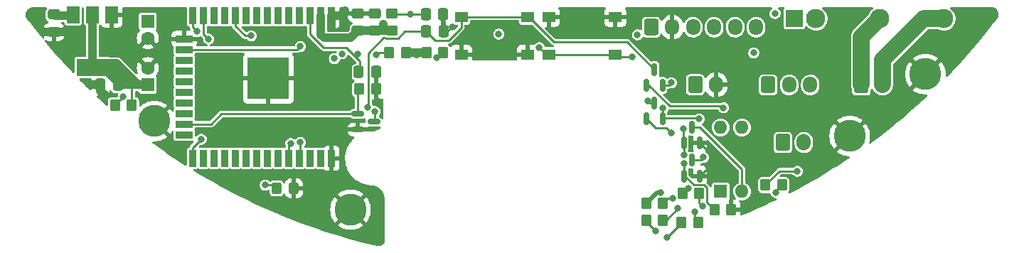
<source format=gtl>
G04 #@! TF.GenerationSoftware,KiCad,Pcbnew,(6.0.1)*
G04 #@! TF.CreationDate,2022-03-20T15:01:39+01:00*
G04 #@! TF.ProjectId,ControlPanelESP,436f6e74-726f-46c5-9061-6e656c455350,rev?*
G04 #@! TF.SameCoordinates,Original*
G04 #@! TF.FileFunction,Copper,L1,Top*
G04 #@! TF.FilePolarity,Positive*
%FSLAX46Y46*%
G04 Gerber Fmt 4.6, Leading zero omitted, Abs format (unit mm)*
G04 Created by KiCad (PCBNEW (6.0.1)) date 2022-03-20 15:01:39*
%MOMM*%
%LPD*%
G01*
G04 APERTURE LIST*
G04 Aperture macros list*
%AMRoundRect*
0 Rectangle with rounded corners*
0 $1 Rounding radius*
0 $2 $3 $4 $5 $6 $7 $8 $9 X,Y pos of 4 corners*
0 Add a 4 corners polygon primitive as box body*
4,1,4,$2,$3,$4,$5,$6,$7,$8,$9,$2,$3,0*
0 Add four circle primitives for the rounded corners*
1,1,$1+$1,$2,$3*
1,1,$1+$1,$4,$5*
1,1,$1+$1,$6,$7*
1,1,$1+$1,$8,$9*
0 Add four rect primitives between the rounded corners*
20,1,$1+$1,$2,$3,$4,$5,0*
20,1,$1+$1,$4,$5,$6,$7,0*
20,1,$1+$1,$6,$7,$8,$9,0*
20,1,$1+$1,$8,$9,$2,$3,0*%
G04 Aperture macros list end*
G04 #@! TA.AperFunction,SMDPad,CuDef*
%ADD10RoundRect,0.150000X0.150000X-0.587500X0.150000X0.587500X-0.150000X0.587500X-0.150000X-0.587500X0*%
G04 #@! TD*
G04 #@! TA.AperFunction,SMDPad,CuDef*
%ADD11RoundRect,0.250000X-0.337500X-0.475000X0.337500X-0.475000X0.337500X0.475000X-0.337500X0.475000X0*%
G04 #@! TD*
G04 #@! TA.AperFunction,ComponentPad*
%ADD12RoundRect,0.250000X-0.600000X-0.725000X0.600000X-0.725000X0.600000X0.725000X-0.600000X0.725000X0*%
G04 #@! TD*
G04 #@! TA.AperFunction,ComponentPad*
%ADD13O,1.700000X1.950000*%
G04 #@! TD*
G04 #@! TA.AperFunction,ComponentPad*
%ADD14C,2.300000*%
G04 #@! TD*
G04 #@! TA.AperFunction,ComponentPad*
%ADD15R,2.000000X2.000000*%
G04 #@! TD*
G04 #@! TA.AperFunction,SMDPad,CuDef*
%ADD16RoundRect,0.250000X-0.350000X-0.450000X0.350000X-0.450000X0.350000X0.450000X-0.350000X0.450000X0*%
G04 #@! TD*
G04 #@! TA.AperFunction,SMDPad,CuDef*
%ADD17RoundRect,0.250000X0.450000X-0.350000X0.450000X0.350000X-0.450000X0.350000X-0.450000X-0.350000X0*%
G04 #@! TD*
G04 #@! TA.AperFunction,SMDPad,CuDef*
%ADD18R,1.550000X1.300000*%
G04 #@! TD*
G04 #@! TA.AperFunction,ComponentPad*
%ADD19C,3.800000*%
G04 #@! TD*
G04 #@! TA.AperFunction,ComponentPad*
%ADD20RoundRect,0.250000X-0.600000X-0.750000X0.600000X-0.750000X0.600000X0.750000X-0.600000X0.750000X0*%
G04 #@! TD*
G04 #@! TA.AperFunction,ComponentPad*
%ADD21O,1.700000X2.000000*%
G04 #@! TD*
G04 #@! TA.AperFunction,SMDPad,CuDef*
%ADD22RoundRect,0.250000X-0.475000X0.337500X-0.475000X-0.337500X0.475000X-0.337500X0.475000X0.337500X0*%
G04 #@! TD*
G04 #@! TA.AperFunction,SMDPad,CuDef*
%ADD23RoundRect,0.150000X-0.587500X-0.150000X0.587500X-0.150000X0.587500X0.150000X-0.587500X0.150000X0*%
G04 #@! TD*
G04 #@! TA.AperFunction,SMDPad,CuDef*
%ADD24RoundRect,0.250000X0.325000X0.450000X-0.325000X0.450000X-0.325000X-0.450000X0.325000X-0.450000X0*%
G04 #@! TD*
G04 #@! TA.AperFunction,SMDPad,CuDef*
%ADD25R,0.900000X2.000000*%
G04 #@! TD*
G04 #@! TA.AperFunction,SMDPad,CuDef*
%ADD26R,2.000000X0.900000*%
G04 #@! TD*
G04 #@! TA.AperFunction,SMDPad,CuDef*
%ADD27R,5.000000X5.000000*%
G04 #@! TD*
G04 #@! TA.AperFunction,SMDPad,CuDef*
%ADD28RoundRect,0.250000X0.337500X0.475000X-0.337500X0.475000X-0.337500X-0.475000X0.337500X-0.475000X0*%
G04 #@! TD*
G04 #@! TA.AperFunction,ComponentPad*
%ADD29R,1.600000X1.600000*%
G04 #@! TD*
G04 #@! TA.AperFunction,ComponentPad*
%ADD30C,1.600000*%
G04 #@! TD*
G04 #@! TA.AperFunction,ComponentPad*
%ADD31O,1.600000X1.600000*%
G04 #@! TD*
G04 #@! TA.AperFunction,SMDPad,CuDef*
%ADD32R,1.500000X2.000000*%
G04 #@! TD*
G04 #@! TA.AperFunction,SMDPad,CuDef*
%ADD33R,3.800000X2.000000*%
G04 #@! TD*
G04 #@! TA.AperFunction,SMDPad,CuDef*
%ADD34RoundRect,0.250000X0.350000X0.450000X-0.350000X0.450000X-0.350000X-0.450000X0.350000X-0.450000X0*%
G04 #@! TD*
G04 #@! TA.AperFunction,ViaPad*
%ADD35C,0.800000*%
G04 #@! TD*
G04 #@! TA.AperFunction,ViaPad*
%ADD36C,0.600000*%
G04 #@! TD*
G04 #@! TA.AperFunction,Conductor*
%ADD37C,0.250000*%
G04 #@! TD*
G04 #@! TA.AperFunction,Conductor*
%ADD38C,1.000000*%
G04 #@! TD*
G04 #@! TA.AperFunction,Conductor*
%ADD39C,0.500000*%
G04 #@! TD*
G04 #@! TA.AperFunction,Conductor*
%ADD40C,2.000000*%
G04 #@! TD*
G04 APERTURE END LIST*
D10*
X111064000Y-88440500D03*
X112964000Y-88440500D03*
X112014000Y-86565500D03*
X115509000Y-99235500D03*
X117409000Y-99235500D03*
X116459000Y-97360500D03*
D11*
X84793000Y-80010000D03*
X86868000Y-80010000D03*
D12*
X111606000Y-81517000D03*
D13*
X114106000Y-81517000D03*
X116606000Y-81517000D03*
X119106000Y-81517000D03*
X121606000Y-81517000D03*
X124106000Y-81517000D03*
D14*
X138824800Y-80503000D03*
D15*
X128664800Y-80503000D03*
D14*
X131204800Y-80503000D03*
X146444800Y-80503000D03*
D16*
X76867000Y-88900000D03*
X78867000Y-88900000D03*
D10*
X115509000Y-95298500D03*
X117409000Y-95298500D03*
X116459000Y-93423500D03*
D17*
X80772000Y-81883000D03*
X80772000Y-79883000D03*
D16*
X115189000Y-104775000D03*
X117189000Y-104775000D03*
X119142000Y-103251000D03*
X121142000Y-103251000D03*
D18*
X107353000Y-80300000D03*
X99403000Y-80300000D03*
X99403000Y-84800000D03*
X107353000Y-84800000D03*
D16*
X84852000Y-84582000D03*
X86852000Y-84582000D03*
D18*
X96939000Y-80300000D03*
X88989000Y-80300000D03*
X96939000Y-84800000D03*
X88989000Y-84800000D03*
D19*
X75819000Y-103251000D03*
D20*
X116860000Y-88375000D03*
D21*
X119360000Y-88375000D03*
D20*
X127294000Y-95250000D03*
D21*
X129794000Y-95250000D03*
D19*
X135255000Y-94488000D03*
D22*
X78740000Y-79861500D03*
X78740000Y-81936500D03*
D23*
X76708000Y-91826000D03*
X76708000Y-93726000D03*
X78583000Y-92776000D03*
D22*
X40513000Y-80010000D03*
X40513000Y-82085000D03*
D24*
X69088000Y-100711000D03*
X67038000Y-100711000D03*
D16*
X111014000Y-104521000D03*
X113014000Y-104521000D03*
D25*
X73540000Y-80130000D03*
X72270000Y-80130000D03*
X71000000Y-80130000D03*
X69730000Y-80130000D03*
X68460000Y-80130000D03*
X67190000Y-80130000D03*
X65920000Y-80130000D03*
X64650000Y-80130000D03*
X63380000Y-80130000D03*
X62110000Y-80130000D03*
X60840000Y-80130000D03*
X59570000Y-80130000D03*
X58300000Y-80130000D03*
X57030000Y-80130000D03*
D26*
X56030000Y-82915000D03*
X56030000Y-84185000D03*
X56030000Y-85455000D03*
X56030000Y-86725000D03*
X56030000Y-87995000D03*
X56030000Y-89265000D03*
X56030000Y-90535000D03*
X56030000Y-91805000D03*
X56030000Y-93075000D03*
X56030000Y-94345000D03*
D25*
X57030000Y-97130000D03*
X58300000Y-97130000D03*
X59570000Y-97130000D03*
X60840000Y-97130000D03*
X62110000Y-97130000D03*
X63380000Y-97130000D03*
X64650000Y-97130000D03*
X65920000Y-97130000D03*
X67190000Y-97130000D03*
X68460000Y-97130000D03*
X69730000Y-97130000D03*
X71000000Y-97130000D03*
X72270000Y-97130000D03*
X73540000Y-97130000D03*
D27*
X66040000Y-87630000D03*
D16*
X125222000Y-100330000D03*
X127222000Y-100330000D03*
D12*
X125556000Y-88392000D03*
D13*
X128056000Y-88392000D03*
X130556000Y-88392000D03*
D28*
X78867000Y-86868000D03*
X76792000Y-86868000D03*
D16*
X111014000Y-102489000D03*
X113014000Y-102489000D03*
D29*
X51689000Y-88392000D03*
D30*
X51689000Y-86392000D03*
D29*
X119883000Y-101082000D03*
D31*
X122423000Y-101082000D03*
X122423000Y-93462000D03*
X119883000Y-93462000D03*
D29*
X51689000Y-80832888D03*
D30*
X51689000Y-82832888D03*
D20*
X136652000Y-88392000D03*
D21*
X139152000Y-88392000D03*
D10*
X111064000Y-92426000D03*
X112964000Y-92426000D03*
X112014000Y-90551000D03*
D22*
X76708000Y-79861500D03*
X76708000Y-81936500D03*
D19*
X144272000Y-87122000D03*
X52451000Y-92710000D03*
D28*
X48133000Y-88392000D03*
X46058000Y-88392000D03*
D11*
X84814500Y-82042000D03*
X86889500Y-82042000D03*
D16*
X115332000Y-101346000D03*
X117332000Y-101346000D03*
D32*
X47385000Y-80035000D03*
X45085000Y-80035000D03*
D33*
X45085000Y-86335000D03*
D32*
X42785000Y-80035000D03*
D34*
X49784000Y-90805000D03*
X47784000Y-90805000D03*
X82391000Y-84582000D03*
X80391000Y-84582000D03*
D35*
X41656000Y-80137000D03*
X113538000Y-106515500D03*
X83693000Y-84681530D03*
X112776000Y-101189500D03*
X44704000Y-88265000D03*
X75184000Y-79502000D03*
X66802000Y-94615000D03*
X87899889Y-81460623D03*
X73533000Y-81534000D03*
X41910000Y-81915000D03*
X66040000Y-87630000D03*
X91059000Y-84963000D03*
X39116000Y-81915000D03*
X79248000Y-90424000D03*
X46609000Y-89662000D03*
X45085000Y-83566000D03*
X45085000Y-81932388D03*
D36*
X79756000Y-81153000D03*
D35*
X76708000Y-84681541D03*
X82931000Y-80009999D03*
X111252000Y-90297000D03*
X109347000Y-85090000D03*
X93472000Y-82333500D03*
X98298000Y-83947000D03*
X77851000Y-91059000D03*
X58040000Y-94870000D03*
X68707000Y-95377000D03*
X69850000Y-95250000D03*
X113030000Y-91186000D03*
X114808000Y-103124000D03*
X117316989Y-92452552D03*
X129032000Y-98679000D03*
X114046000Y-88138000D03*
X123825000Y-84582000D03*
X114046000Y-94107000D03*
X126492000Y-101219000D03*
X112141000Y-105791000D03*
X120223369Y-91113934D03*
X65659000Y-100330000D03*
X48768000Y-89789000D03*
X78740000Y-91567000D03*
X73896593Y-85254500D03*
X117856000Y-97028000D03*
X117729000Y-102870000D03*
X115443000Y-93599000D03*
X109982000Y-82423000D03*
X69850000Y-83820000D03*
X115559500Y-96774014D03*
X116840000Y-103505000D03*
X57575500Y-82030146D03*
X115559500Y-97773517D03*
X126365000Y-79883000D03*
X116078000Y-100711000D03*
X78867000Y-84836000D03*
X58928000Y-82931000D03*
X74803000Y-84681530D03*
X86047425Y-85115111D03*
X64008000Y-82550000D03*
X114137101Y-101884296D03*
D37*
X115189000Y-104864500D02*
X113538000Y-106515500D01*
D38*
X82931000Y-84582000D02*
X83693000Y-84582000D01*
D39*
X112313500Y-101189500D02*
X111014000Y-102489000D01*
D38*
X83693000Y-84582000D02*
X83693000Y-84681530D01*
X83693000Y-84582000D02*
X84852000Y-84582000D01*
X42683000Y-80137000D02*
X42785000Y-80035000D01*
X41656000Y-80137000D02*
X42683000Y-80137000D01*
X41656000Y-80137000D02*
X40640000Y-80137000D01*
X40640000Y-80137000D02*
X40513000Y-80010000D01*
D39*
X112776000Y-101189500D02*
X112313500Y-101189500D01*
D38*
X44831000Y-88392000D02*
X44704000Y-88265000D01*
X40513000Y-82085000D02*
X39286000Y-82085000D01*
X46058000Y-88392000D02*
X44831000Y-88392000D01*
D37*
X118580511Y-96470011D02*
X117409000Y-95298500D01*
D38*
X73540000Y-81527000D02*
X73533000Y-81534000D01*
D37*
X78867000Y-90043000D02*
X79248000Y-90424000D01*
X87318512Y-82042000D02*
X87899889Y-81460623D01*
X117409000Y-99235500D02*
X118580511Y-98063989D01*
X88989000Y-84800000D02*
X90896000Y-84800000D01*
X78867000Y-88900000D02*
X78867000Y-90043000D01*
D38*
X46058000Y-89111000D02*
X46609000Y-89662000D01*
X46058000Y-88392000D02*
X46058000Y-89111000D01*
X40513000Y-82085000D02*
X41740000Y-82085000D01*
D37*
X90896000Y-84800000D02*
X91059000Y-84963000D01*
D38*
X73540000Y-80130000D02*
X73540000Y-81527000D01*
X41740000Y-82085000D02*
X41910000Y-81915000D01*
X74641102Y-80130000D02*
X75184011Y-79587091D01*
X39286000Y-82085000D02*
X39116000Y-81915000D01*
D37*
X118580511Y-98063989D02*
X118580511Y-96470011D01*
D38*
X73540000Y-80130000D02*
X74641102Y-80130000D01*
X45085000Y-86335000D02*
X46330000Y-86335000D01*
X79756000Y-81831000D02*
X79861500Y-81936500D01*
X72667034Y-82804000D02*
X75840500Y-82804000D01*
X48133000Y-88138000D02*
X48133000Y-88392000D01*
X45568000Y-85852000D02*
X45085000Y-86335000D01*
X79756000Y-81153000D02*
X79756000Y-81831000D01*
D37*
X49784000Y-90805000D02*
X49784000Y-88519000D01*
D38*
X48133000Y-88392000D02*
X48133000Y-87249000D01*
D37*
X49784000Y-88519000D02*
X49657000Y-88392000D01*
D38*
X48133000Y-87249000D02*
X47219000Y-86335000D01*
X76708000Y-81936500D02*
X78740000Y-81936500D01*
X72270000Y-80130000D02*
X72270000Y-82406966D01*
X79861500Y-81936500D02*
X80718500Y-81936500D01*
X49657000Y-88392000D02*
X48133000Y-88392000D01*
X75840500Y-82804000D02*
X76708000Y-81936500D01*
X48133000Y-87249000D02*
X48514000Y-87249000D01*
X78740000Y-81936500D02*
X79861500Y-81936500D01*
X47219000Y-86335000D02*
X45085000Y-86335000D01*
X50546000Y-88392000D02*
X48006000Y-85852000D01*
X48514000Y-87249000D02*
X49657000Y-88392000D01*
X50546000Y-88392000D02*
X49657000Y-88392000D01*
X46330000Y-86335000D02*
X48133000Y-88138000D01*
X45085000Y-86335000D02*
X45085000Y-80035000D01*
X72270000Y-82406966D02*
X72667034Y-82804000D01*
X45085000Y-80035000D02*
X45085000Y-81932388D01*
X48006000Y-85852000D02*
X45568000Y-85852000D01*
X51689000Y-88392000D02*
X50546000Y-88392000D01*
D37*
X75993247Y-84661753D02*
X75288513Y-83957019D01*
X111506000Y-90551000D02*
X111252000Y-90297000D01*
X72654019Y-83957019D02*
X72644000Y-83947000D01*
X76891994Y-86768006D02*
X76891994Y-85560500D01*
X99151000Y-84800000D02*
X98298000Y-83947000D01*
X107353000Y-84800000D02*
X99403000Y-84800000D01*
X71000000Y-82303000D02*
X72644000Y-83947000D01*
X71000000Y-80130000D02*
X71000000Y-82303000D01*
X76013035Y-84681541D02*
X75993247Y-84661753D01*
X76708000Y-84681541D02*
X76013035Y-84681541D01*
X75993247Y-84661753D02*
X76891994Y-85560500D01*
X109347000Y-85090000D02*
X107643000Y-85090000D01*
X82931000Y-80009999D02*
X84793000Y-80010000D01*
X82931000Y-80009999D02*
X80898999Y-80009999D01*
X75288513Y-83957019D02*
X72654019Y-83957019D01*
X112014000Y-90551000D02*
X111506000Y-90551000D01*
X80006480Y-82807520D02*
X80002960Y-82804000D01*
X77942480Y-90967520D02*
X77851000Y-91059000D01*
X84814500Y-82042000D02*
X82225493Y-82042000D01*
X81459973Y-82807520D02*
X80006480Y-82807520D01*
X108723001Y-83274501D02*
X112014000Y-86565500D01*
X84814500Y-82042000D02*
X85864020Y-83091520D01*
X97064000Y-80300000D02*
X100038501Y-83274501D01*
X100038501Y-83274501D02*
X108723001Y-83274501D01*
X88989000Y-81567493D02*
X88989000Y-80300000D01*
X87464973Y-83091520D02*
X88989000Y-81567493D01*
X82225493Y-82042000D02*
X81459973Y-82807520D01*
X57030000Y-95880000D02*
X57030000Y-97130000D01*
X58040000Y-94870000D02*
X57030000Y-95880000D01*
X80002960Y-82804000D02*
X79756000Y-82804000D01*
X79756000Y-82804000D02*
X77942480Y-84617520D01*
X85864020Y-83091520D02*
X87464973Y-83091520D01*
X77942480Y-84617520D02*
X77942480Y-89587973D01*
X77942480Y-89587973D02*
X77942480Y-90967520D01*
X88989000Y-80300000D02*
X96939000Y-80300000D01*
X68460000Y-95624000D02*
X68707000Y-95377000D01*
X68460000Y-97130000D02*
X68460000Y-95624000D01*
X69850000Y-95250000D02*
X69850000Y-97010000D01*
X113030000Y-91186000D02*
X113030000Y-92360000D01*
X117225917Y-92361480D02*
X117316989Y-92452552D01*
X113028520Y-92361480D02*
X117225917Y-92361480D01*
X113411000Y-104521000D02*
X114808000Y-103124000D01*
X112964000Y-88440500D02*
X113743500Y-88440500D01*
X113743500Y-88440500D02*
X114046000Y-88138000D01*
X126873000Y-98679000D02*
X125222000Y-100330000D01*
X129032000Y-98679000D02*
X126873000Y-98679000D01*
X113427020Y-93488020D02*
X114046000Y-94107000D01*
X126492000Y-101219000D02*
X126492000Y-101060000D01*
X111064000Y-92426000D02*
X112126020Y-93488020D01*
X126492000Y-101060000D02*
X127222000Y-100330000D01*
X112126020Y-93488020D02*
X113427020Y-93488020D01*
X120041435Y-90932000D02*
X120223369Y-91113934D01*
X111312072Y-88440500D02*
X113803572Y-90932000D01*
X111064000Y-88440500D02*
X111312072Y-88440500D01*
X113803572Y-90932000D02*
X120041435Y-90932000D01*
X111014000Y-104664000D02*
X112141000Y-105791000D01*
X65659000Y-100330000D02*
X66657000Y-100330000D01*
X47784000Y-90805000D02*
X47784000Y-90773000D01*
X47784000Y-90773000D02*
X48768000Y-89789000D01*
X66657000Y-100330000D02*
X67038000Y-100711000D01*
D40*
X144033000Y-80503000D02*
X139152000Y-85384000D01*
X139152000Y-85384000D02*
X139152000Y-88392000D01*
X146444800Y-80503000D02*
X144033000Y-80503000D01*
D37*
X78740000Y-91567000D02*
X78740000Y-92619000D01*
X117523500Y-97360500D02*
X117856000Y-97028000D01*
X116459000Y-97360500D02*
X117523500Y-97360500D01*
X117332000Y-102473000D02*
X117729000Y-102870000D01*
X117332000Y-101346000D02*
X117332000Y-102473000D01*
D40*
X136652000Y-82675800D02*
X136652000Y-88392000D01*
X138824800Y-80503000D02*
X136652000Y-82675800D01*
D37*
X122423000Y-101082000D02*
X122423000Y-98420000D01*
X117426500Y-93423500D02*
X116459000Y-93423500D01*
X122423000Y-98420000D02*
X117426500Y-93423500D01*
X116840000Y-103505000D02*
X116840000Y-104426000D01*
X115559500Y-96774014D02*
X115559500Y-95349000D01*
X69485000Y-84185000D02*
X69850000Y-83820000D01*
X115443000Y-93599000D02*
X115443000Y-95232500D01*
X56030000Y-84185000D02*
X69485000Y-84185000D01*
X117919973Y-100321480D02*
X116713080Y-100321480D01*
X118256520Y-100658027D02*
X117919973Y-100321480D01*
X57030000Y-80130000D02*
X57030000Y-81484646D01*
X119142000Y-103251000D02*
X118256520Y-102365520D01*
X118256520Y-102365520D02*
X118256520Y-100658027D01*
X57030000Y-81484646D02*
X57575500Y-82030146D01*
X115559500Y-99185000D02*
X115559500Y-97773517D01*
X116713080Y-100321480D02*
X115627100Y-99235500D01*
X115443000Y-101346000D02*
X116078000Y-100711000D01*
X60448296Y-91826000D02*
X59199296Y-93075000D01*
X76708000Y-91826000D02*
X60448296Y-91826000D01*
X76708000Y-91826000D02*
X76708000Y-89059000D01*
X59199296Y-93075000D02*
X56030000Y-93075000D01*
X58928000Y-82931000D02*
X58300000Y-82303000D01*
X58300000Y-82303000D02*
X58300000Y-80130000D01*
X79121000Y-84582000D02*
X78867000Y-84836000D01*
X80391000Y-84582000D02*
X79121000Y-84582000D01*
X62110000Y-80130000D02*
X62110000Y-81380000D01*
X63280000Y-82550000D02*
X64008000Y-82550000D01*
X86580536Y-84582000D02*
X86047425Y-85115111D01*
X62110000Y-81380000D02*
X63280000Y-82550000D01*
X114137101Y-101884296D02*
X113618704Y-101884296D01*
X113618704Y-101884296D02*
X113014000Y-102489000D01*
G04 #@! TA.AperFunction,Conductor*
G36*
X75793882Y-92225502D02*
G01*
X75814856Y-92242405D01*
X75879777Y-92307326D01*
X75993945Y-92365498D01*
X76088666Y-92380500D01*
X77327334Y-92380500D01*
X77422055Y-92365498D01*
X77430889Y-92360997D01*
X77440322Y-92357932D01*
X77441242Y-92360763D01*
X77495349Y-92350602D01*
X77561134Y-92377302D01*
X77602040Y-92435330D01*
X77604780Y-92499251D01*
X77606002Y-92499445D01*
X77591000Y-92594166D01*
X77591000Y-92808827D01*
X77570998Y-92876948D01*
X77517342Y-92923441D01*
X77447068Y-92933545D01*
X77429845Y-92929823D01*
X77405441Y-92922732D01*
X77392833Y-92920430D01*
X77364416Y-92918193D01*
X77359486Y-92918000D01*
X76980115Y-92918000D01*
X76964876Y-92922475D01*
X76963671Y-92923865D01*
X76962000Y-92931548D01*
X76962000Y-93453885D01*
X76966475Y-93469124D01*
X76967865Y-93470329D01*
X76975548Y-93472000D01*
X77932378Y-93472000D01*
X77945908Y-93468027D01*
X77950143Y-93438569D01*
X77979636Y-93373988D01*
X78039362Y-93335604D01*
X78074861Y-93330500D01*
X79202334Y-93330500D01*
X79245337Y-93323689D01*
X79315747Y-93332789D01*
X79370061Y-93378511D01*
X79391034Y-93446339D01*
X79372007Y-93514738D01*
X79360855Y-93529972D01*
X79353265Y-93538858D01*
X79339290Y-93552833D01*
X79187673Y-93682326D01*
X79171685Y-93693941D01*
X79001678Y-93798122D01*
X78984067Y-93807096D01*
X78799855Y-93883400D01*
X78781061Y-93889506D01*
X78616556Y-93929000D01*
X78587182Y-93936052D01*
X78567654Y-93939145D01*
X78394293Y-93952789D01*
X78383572Y-93952156D01*
X78383572Y-93953012D01*
X78371169Y-93953011D01*
X78359000Y-93950591D01*
X78355906Y-93951206D01*
X78170365Y-93961127D01*
X78021862Y-93969067D01*
X78021856Y-93969068D01*
X78018502Y-93969247D01*
X78015184Y-93969783D01*
X78015178Y-93969784D01*
X77961970Y-93978385D01*
X77941864Y-93980000D01*
X75483622Y-93980000D01*
X75470091Y-93983973D01*
X75468956Y-93991871D01*
X75509607Y-94131790D01*
X75515852Y-94146221D01*
X75592411Y-94275678D01*
X75602051Y-94288104D01*
X75708396Y-94394449D01*
X75720822Y-94404089D01*
X75850279Y-94480648D01*
X75864710Y-94486893D01*
X76010565Y-94529269D01*
X76023167Y-94531570D01*
X76051584Y-94533807D01*
X76056514Y-94534000D01*
X76162434Y-94534000D01*
X76230555Y-94554002D01*
X76277048Y-94607658D01*
X76287152Y-94677932D01*
X76257658Y-94742512D01*
X76243069Y-94756819D01*
X76240399Y-94759043D01*
X76187438Y-94803151D01*
X76081362Y-94912652D01*
X75953639Y-95044500D01*
X75950187Y-95048063D01*
X75740405Y-95316877D01*
X75738632Y-95319731D01*
X75738628Y-95319737D01*
X75562297Y-95603609D01*
X75560483Y-95606530D01*
X75559024Y-95609557D01*
X75559024Y-95609558D01*
X75417718Y-95902835D01*
X75412475Y-95913716D01*
X75298067Y-96234934D01*
X75297283Y-96238202D01*
X75297282Y-96238207D01*
X75248499Y-96441674D01*
X75218565Y-96566521D01*
X75174875Y-96904694D01*
X75174802Y-96908065D01*
X75168512Y-97198641D01*
X75167495Y-97245598D01*
X75167782Y-97248956D01*
X75167782Y-97248964D01*
X75196222Y-97581988D01*
X75196509Y-97585346D01*
X75261587Y-97920062D01*
X75293885Y-98024892D01*
X75359525Y-98237941D01*
X75361986Y-98245930D01*
X75363313Y-98249018D01*
X75363315Y-98249025D01*
X75407428Y-98351725D01*
X75496561Y-98559235D01*
X75498208Y-98562161D01*
X75498208Y-98562162D01*
X75659975Y-98849641D01*
X75663779Y-98856402D01*
X75861731Y-99134044D01*
X75990699Y-99279256D01*
X76085924Y-99386476D01*
X76085931Y-99386483D01*
X76088161Y-99388994D01*
X76340487Y-99618345D01*
X76538726Y-99763157D01*
X76574725Y-99789454D01*
X76615831Y-99819482D01*
X76618750Y-99821169D01*
X76618756Y-99821173D01*
X76769431Y-99908258D01*
X76911052Y-99990110D01*
X77044276Y-100049161D01*
X77217162Y-100125792D01*
X77222786Y-100128285D01*
X77225987Y-100129312D01*
X77225993Y-100129314D01*
X77544273Y-100231403D01*
X77544279Y-100231405D01*
X77547476Y-100232430D01*
X77881421Y-100301358D01*
X77884762Y-100301682D01*
X77884768Y-100301683D01*
X78207413Y-100332983D01*
X78217724Y-100333983D01*
X78220792Y-100334733D01*
X78226416Y-100333865D01*
X78232000Y-100334976D01*
X78243919Y-100332605D01*
X78244574Y-100332555D01*
X78256581Y-100332555D01*
X78256581Y-100333198D01*
X78267326Y-100332527D01*
X78457971Y-100346162D01*
X78475765Y-100348720D01*
X78688335Y-100394962D01*
X78705582Y-100400026D01*
X78759829Y-100420259D01*
X78909411Y-100476051D01*
X78925759Y-100483517D01*
X78939191Y-100490851D01*
X79116691Y-100587774D01*
X79131814Y-100597493D01*
X79305964Y-100727860D01*
X79319550Y-100739633D01*
X79473367Y-100893450D01*
X79485140Y-100907036D01*
X79615507Y-101081186D01*
X79625226Y-101096309D01*
X79676113Y-101189500D01*
X79725095Y-101279203D01*
X79729482Y-101287238D01*
X79736949Y-101303589D01*
X79768821Y-101389040D01*
X79812974Y-101507418D01*
X79818038Y-101524665D01*
X79840465Y-101627760D01*
X79864280Y-101737235D01*
X79866838Y-101755029D01*
X79880473Y-101945674D01*
X79879802Y-101956419D01*
X79880445Y-101956419D01*
X79880445Y-101968829D01*
X79878024Y-101981000D01*
X79880445Y-101993170D01*
X79880579Y-101993844D01*
X79883000Y-102018425D01*
X79883000Y-106902957D01*
X79880579Y-106927535D01*
X79878024Y-106940382D01*
X79880446Y-106952556D01*
X79880446Y-106955972D01*
X79879654Y-106970079D01*
X79875415Y-107007705D01*
X79868668Y-107067579D01*
X79862389Y-107095085D01*
X79848146Y-107135791D01*
X79827665Y-107194323D01*
X79824804Y-107202498D01*
X79812562Y-107227919D01*
X79752015Y-107324279D01*
X79734423Y-107346338D01*
X79653956Y-107426805D01*
X79631897Y-107444397D01*
X79541854Y-107500975D01*
X79535537Y-107504944D01*
X79510116Y-107517186D01*
X79402703Y-107554771D01*
X79375197Y-107561050D01*
X79334722Y-107565611D01*
X79277697Y-107572036D01*
X79263590Y-107572828D01*
X79260174Y-107572828D01*
X79248000Y-107570406D01*
X79235829Y-107572827D01*
X79230011Y-107572827D01*
X79212233Y-107574339D01*
X79018110Y-107569164D01*
X78992139Y-107565748D01*
X78965871Y-107559461D01*
X77440242Y-107194315D01*
X77437542Y-107193636D01*
X75860118Y-106778155D01*
X75857447Y-106777419D01*
X74289823Y-106326366D01*
X74287094Y-106325547D01*
X72730163Y-105839179D01*
X72727452Y-105838299D01*
X72133624Y-105637943D01*
X71181797Y-105316798D01*
X71179198Y-105315888D01*
X70654119Y-105125394D01*
X74309314Y-105125394D01*
X74318143Y-105137014D01*
X74522970Y-105285830D01*
X74529650Y-105290070D01*
X74788234Y-105432228D01*
X74795369Y-105435585D01*
X75069746Y-105544219D01*
X75077237Y-105546653D01*
X75363059Y-105620039D01*
X75370830Y-105621521D01*
X75663570Y-105658503D01*
X75671460Y-105659000D01*
X75966540Y-105659000D01*
X75974430Y-105658503D01*
X76267170Y-105621521D01*
X76274941Y-105620039D01*
X76560763Y-105546653D01*
X76568254Y-105544219D01*
X76842631Y-105435585D01*
X76849766Y-105432228D01*
X77108350Y-105290070D01*
X77115030Y-105285830D01*
X77320230Y-105136744D01*
X77328653Y-105125821D01*
X77321749Y-105112960D01*
X75831810Y-103623020D01*
X75817869Y-103615408D01*
X75816034Y-103615539D01*
X75809420Y-103619790D01*
X74315927Y-105113284D01*
X74309314Y-105125394D01*
X70654119Y-105125394D01*
X69645798Y-104759584D01*
X69643130Y-104758582D01*
X68763371Y-104416703D01*
X68122691Y-104167731D01*
X68120136Y-104166705D01*
X66613357Y-103541577D01*
X66610862Y-103540509D01*
X65964303Y-103254958D01*
X73406488Y-103254958D01*
X73425015Y-103549436D01*
X73426008Y-103557297D01*
X73481296Y-103847128D01*
X73483267Y-103854805D01*
X73574446Y-104135424D01*
X73577361Y-104142787D01*
X73702993Y-104409770D01*
X73706805Y-104416703D01*
X73864909Y-104665835D01*
X73869563Y-104672241D01*
X73934521Y-104750761D01*
X73947040Y-104759217D01*
X73957778Y-104753011D01*
X75446980Y-103263810D01*
X75453357Y-103252131D01*
X76183408Y-103252131D01*
X76183539Y-103253966D01*
X76187790Y-103260580D01*
X77679119Y-104751908D01*
X77692381Y-104759150D01*
X77702485Y-104751962D01*
X77768437Y-104672241D01*
X77773091Y-104665835D01*
X77931195Y-104416703D01*
X77935007Y-104409770D01*
X78060639Y-104142787D01*
X78063554Y-104135424D01*
X78154733Y-103854805D01*
X78156704Y-103847128D01*
X78211992Y-103557297D01*
X78212985Y-103549436D01*
X78231512Y-103254958D01*
X78231512Y-103247042D01*
X78212985Y-102952564D01*
X78211992Y-102944703D01*
X78156704Y-102654872D01*
X78154733Y-102647195D01*
X78063554Y-102366576D01*
X78060639Y-102359213D01*
X77935007Y-102092230D01*
X77931195Y-102085297D01*
X77773091Y-101836165D01*
X77768437Y-101829759D01*
X77703479Y-101751239D01*
X77690960Y-101742783D01*
X77680222Y-101748989D01*
X76191020Y-103238190D01*
X76183408Y-103252131D01*
X75453357Y-103252131D01*
X75454592Y-103249869D01*
X75454461Y-103248034D01*
X75450210Y-103241420D01*
X73958881Y-101750092D01*
X73945619Y-101742850D01*
X73935515Y-101750038D01*
X73869563Y-101829759D01*
X73864909Y-101836165D01*
X73706805Y-102085297D01*
X73702993Y-102092230D01*
X73577361Y-102359213D01*
X73574446Y-102366576D01*
X73483267Y-102647195D01*
X73481296Y-102654872D01*
X73426008Y-102944703D01*
X73425015Y-102952564D01*
X73406488Y-103247042D01*
X73406488Y-103254958D01*
X65964303Y-103254958D01*
X65118652Y-102881479D01*
X65116102Y-102880318D01*
X64385087Y-102537503D01*
X63639261Y-102187742D01*
X63636694Y-102186503D01*
X62175883Y-101460695D01*
X62173345Y-101459398D01*
X60729322Y-100700733D01*
X60726815Y-100699379D01*
X60066552Y-100333198D01*
X60048337Y-100323096D01*
X64999729Y-100323096D01*
X65007126Y-100390092D01*
X65016239Y-100472636D01*
X65017113Y-100480553D01*
X65019723Y-100487684D01*
X65019723Y-100487686D01*
X65062479Y-100604522D01*
X65071553Y-100629319D01*
X65075789Y-100635622D01*
X65075789Y-100635623D01*
X65154198Y-100752307D01*
X65159908Y-100760805D01*
X65165527Y-100765918D01*
X65165528Y-100765919D01*
X65264332Y-100855823D01*
X65277076Y-100867419D01*
X65416293Y-100943008D01*
X65569522Y-100983207D01*
X65653477Y-100984526D01*
X65720319Y-100985576D01*
X65720322Y-100985576D01*
X65727916Y-100985695D01*
X65882332Y-100950329D01*
X66023855Y-100879151D01*
X66025085Y-100881596D01*
X66080598Y-100864381D01*
X66149013Y-100883353D01*
X66196310Y-100936300D01*
X66208500Y-100990367D01*
X66208500Y-101208756D01*
X66215202Y-101270448D01*
X66217974Y-101277841D01*
X66217974Y-101277843D01*
X66227627Y-101303592D01*
X66265929Y-101405764D01*
X66271309Y-101412943D01*
X66271311Y-101412946D01*
X66301753Y-101453564D01*
X66352596Y-101521404D01*
X66359776Y-101526785D01*
X66461054Y-101602689D01*
X66461057Y-101602691D01*
X66468236Y-101608071D01*
X66551196Y-101639171D01*
X66596157Y-101656026D01*
X66596159Y-101656026D01*
X66603552Y-101658798D01*
X66611402Y-101659651D01*
X66611403Y-101659651D01*
X66661847Y-101665131D01*
X66665244Y-101665500D01*
X67410756Y-101665500D01*
X67414153Y-101665131D01*
X67464597Y-101659651D01*
X67464598Y-101659651D01*
X67472448Y-101658798D01*
X67479841Y-101656026D01*
X67479843Y-101656026D01*
X67524804Y-101639171D01*
X67607764Y-101608071D01*
X67614943Y-101602691D01*
X67614946Y-101602689D01*
X67716224Y-101526785D01*
X67723404Y-101521404D01*
X67810071Y-101405764D01*
X67813223Y-101397355D01*
X67817181Y-101390126D01*
X67867438Y-101339979D01*
X67936829Y-101324964D01*
X68003322Y-101349848D01*
X68047226Y-101410757D01*
X68069588Y-101477784D01*
X68075761Y-101490962D01*
X68161063Y-101628807D01*
X68170099Y-101640208D01*
X68284829Y-101754739D01*
X68296240Y-101763751D01*
X68434243Y-101848816D01*
X68447424Y-101854963D01*
X68601710Y-101906138D01*
X68615086Y-101909005D01*
X68709438Y-101918672D01*
X68715854Y-101919000D01*
X68815885Y-101919000D01*
X68831124Y-101914525D01*
X68832329Y-101913135D01*
X68834000Y-101905452D01*
X68834000Y-101900884D01*
X69342000Y-101900884D01*
X69346475Y-101916123D01*
X69347865Y-101917328D01*
X69355548Y-101918999D01*
X69460095Y-101918999D01*
X69466614Y-101918662D01*
X69562206Y-101908743D01*
X69575600Y-101905851D01*
X69729784Y-101854412D01*
X69742962Y-101848239D01*
X69880807Y-101762937D01*
X69892208Y-101753901D01*
X70006739Y-101639171D01*
X70015751Y-101627760D01*
X70100816Y-101489757D01*
X70106963Y-101476576D01*
X70140264Y-101376179D01*
X74309347Y-101376179D01*
X74316251Y-101389040D01*
X75806190Y-102878980D01*
X75820131Y-102886592D01*
X75821966Y-102886461D01*
X75828580Y-102882210D01*
X77322073Y-101388716D01*
X77328686Y-101376606D01*
X77319857Y-101364986D01*
X77115030Y-101216170D01*
X77108350Y-101211930D01*
X76849766Y-101069772D01*
X76842631Y-101066415D01*
X76568254Y-100957781D01*
X76560763Y-100955347D01*
X76274941Y-100881961D01*
X76267170Y-100880479D01*
X75974430Y-100843497D01*
X75966540Y-100843000D01*
X75671460Y-100843000D01*
X75663570Y-100843497D01*
X75370830Y-100880479D01*
X75363059Y-100881961D01*
X75077237Y-100955347D01*
X75069746Y-100957781D01*
X74795369Y-101066415D01*
X74788234Y-101069772D01*
X74529650Y-101211930D01*
X74522970Y-101216170D01*
X74317770Y-101365256D01*
X74309347Y-101376179D01*
X70140264Y-101376179D01*
X70158138Y-101322290D01*
X70161005Y-101308914D01*
X70170672Y-101214562D01*
X70171000Y-101208146D01*
X70171000Y-100983115D01*
X70166525Y-100967876D01*
X70165135Y-100966671D01*
X70157452Y-100965000D01*
X69360115Y-100965000D01*
X69344876Y-100969475D01*
X69343671Y-100970865D01*
X69342000Y-100978548D01*
X69342000Y-101900884D01*
X68834000Y-101900884D01*
X68834000Y-100438885D01*
X69342000Y-100438885D01*
X69346475Y-100454124D01*
X69347865Y-100455329D01*
X69355548Y-100457000D01*
X70152884Y-100457000D01*
X70168123Y-100452525D01*
X70169328Y-100451135D01*
X70170999Y-100443452D01*
X70170999Y-100213905D01*
X70170662Y-100207386D01*
X70160743Y-100111794D01*
X70157851Y-100098400D01*
X70106412Y-99944216D01*
X70100239Y-99931038D01*
X70014937Y-99793193D01*
X70005901Y-99781792D01*
X69891171Y-99667261D01*
X69879760Y-99658249D01*
X69741757Y-99573184D01*
X69728576Y-99567037D01*
X69574290Y-99515862D01*
X69560914Y-99512995D01*
X69466562Y-99503328D01*
X69460145Y-99503000D01*
X69360115Y-99503000D01*
X69344876Y-99507475D01*
X69343671Y-99508865D01*
X69342000Y-99516548D01*
X69342000Y-100438885D01*
X68834000Y-100438885D01*
X68834000Y-99521116D01*
X68829525Y-99505877D01*
X68828135Y-99504672D01*
X68820452Y-99503001D01*
X68715905Y-99503001D01*
X68709386Y-99503338D01*
X68613794Y-99513257D01*
X68600400Y-99516149D01*
X68446216Y-99567588D01*
X68433038Y-99573761D01*
X68295193Y-99659063D01*
X68283792Y-99668099D01*
X68169261Y-99782829D01*
X68160249Y-99794240D01*
X68075184Y-99932243D01*
X68069036Y-99945426D01*
X68047283Y-100011010D01*
X68006853Y-100069370D01*
X67941288Y-100096607D01*
X67871407Y-100084074D01*
X67817170Y-100031853D01*
X67813223Y-100024643D01*
X67810071Y-100016236D01*
X67786155Y-99984324D01*
X67728785Y-99907776D01*
X67723404Y-99900596D01*
X67641985Y-99839576D01*
X67614946Y-99819311D01*
X67614943Y-99819309D01*
X67607764Y-99813929D01*
X67512997Y-99778403D01*
X67479843Y-99765974D01*
X67479841Y-99765974D01*
X67472448Y-99763202D01*
X67464598Y-99762349D01*
X67464597Y-99762349D01*
X67414153Y-99756869D01*
X67414152Y-99756869D01*
X67410756Y-99756500D01*
X66665244Y-99756500D01*
X66661848Y-99756869D01*
X66661847Y-99756869D01*
X66611403Y-99762349D01*
X66611402Y-99762349D01*
X66603552Y-99763202D01*
X66596159Y-99765974D01*
X66596157Y-99765974D01*
X66563003Y-99778403D01*
X66468236Y-99813929D01*
X66461057Y-99819309D01*
X66461054Y-99819311D01*
X66434015Y-99839576D01*
X66352596Y-99900596D01*
X66347215Y-99907776D01*
X66344981Y-99910010D01*
X66282669Y-99944036D01*
X66211854Y-99938971D01*
X66161372Y-99904240D01*
X66157853Y-99900248D01*
X66153553Y-99893992D01*
X66035275Y-99788611D01*
X66027889Y-99784700D01*
X65974628Y-99756500D01*
X65895274Y-99714484D01*
X65741633Y-99675892D01*
X65734034Y-99675852D01*
X65734033Y-99675852D01*
X65668181Y-99675507D01*
X65583221Y-99675062D01*
X65575841Y-99676834D01*
X65575839Y-99676834D01*
X65436563Y-99710271D01*
X65436560Y-99710272D01*
X65429184Y-99712043D01*
X65288414Y-99784700D01*
X65169039Y-99888838D01*
X65077950Y-100018444D01*
X65060039Y-100064384D01*
X65034724Y-100129314D01*
X65020406Y-100166037D01*
X65019414Y-100173570D01*
X65019414Y-100173571D01*
X65002591Y-100301358D01*
X64999729Y-100323096D01*
X60048337Y-100323096D01*
X59300329Y-99908251D01*
X59297864Y-99906847D01*
X59293405Y-99904240D01*
X57889659Y-99083668D01*
X57887215Y-99082202D01*
X57132502Y-98617811D01*
X57084967Y-98565076D01*
X57073488Y-98495014D01*
X57101711Y-98429868D01*
X57160673Y-98390321D01*
X57198530Y-98384499D01*
X57505066Y-98384499D01*
X57540818Y-98377388D01*
X57567126Y-98372156D01*
X57567128Y-98372155D01*
X57579301Y-98369734D01*
X57594996Y-98359247D01*
X57662748Y-98338030D01*
X57735004Y-98359247D01*
X57750699Y-98369734D01*
X57824933Y-98384500D01*
X58299923Y-98384500D01*
X58775066Y-98384499D01*
X58810818Y-98377388D01*
X58837126Y-98372156D01*
X58837128Y-98372155D01*
X58849301Y-98369734D01*
X58864996Y-98359247D01*
X58932748Y-98338030D01*
X59005004Y-98359247D01*
X59020699Y-98369734D01*
X59094933Y-98384500D01*
X59569923Y-98384500D01*
X60045066Y-98384499D01*
X60080818Y-98377388D01*
X60107126Y-98372156D01*
X60107128Y-98372155D01*
X60119301Y-98369734D01*
X60134996Y-98359247D01*
X60202748Y-98338030D01*
X60275004Y-98359247D01*
X60290699Y-98369734D01*
X60364933Y-98384500D01*
X60839923Y-98384500D01*
X61315066Y-98384499D01*
X61350818Y-98377388D01*
X61377126Y-98372156D01*
X61377128Y-98372155D01*
X61389301Y-98369734D01*
X61404996Y-98359247D01*
X61472748Y-98338030D01*
X61545004Y-98359247D01*
X61560699Y-98369734D01*
X61634933Y-98384500D01*
X62109923Y-98384500D01*
X62585066Y-98384499D01*
X62620818Y-98377388D01*
X62647126Y-98372156D01*
X62647128Y-98372155D01*
X62659301Y-98369734D01*
X62674996Y-98359247D01*
X62742748Y-98338030D01*
X62815004Y-98359247D01*
X62830699Y-98369734D01*
X62904933Y-98384500D01*
X63379923Y-98384500D01*
X63855066Y-98384499D01*
X63890818Y-98377388D01*
X63917126Y-98372156D01*
X63917128Y-98372155D01*
X63929301Y-98369734D01*
X63944996Y-98359247D01*
X64012748Y-98338030D01*
X64085004Y-98359247D01*
X64100699Y-98369734D01*
X64174933Y-98384500D01*
X64649923Y-98384500D01*
X65125066Y-98384499D01*
X65160818Y-98377388D01*
X65187126Y-98372156D01*
X65187128Y-98372155D01*
X65199301Y-98369734D01*
X65214996Y-98359247D01*
X65282748Y-98338030D01*
X65355004Y-98359247D01*
X65370699Y-98369734D01*
X65444933Y-98384500D01*
X65919923Y-98384500D01*
X66395066Y-98384499D01*
X66430818Y-98377388D01*
X66457126Y-98372156D01*
X66457128Y-98372155D01*
X66469301Y-98369734D01*
X66484996Y-98359247D01*
X66552748Y-98338030D01*
X66625004Y-98359247D01*
X66640699Y-98369734D01*
X66714933Y-98384500D01*
X67189923Y-98384500D01*
X67665066Y-98384499D01*
X67700818Y-98377388D01*
X67727126Y-98372156D01*
X67727128Y-98372155D01*
X67739301Y-98369734D01*
X67754996Y-98359247D01*
X67822748Y-98338030D01*
X67895004Y-98359247D01*
X67910699Y-98369734D01*
X67984933Y-98384500D01*
X68459923Y-98384500D01*
X68935066Y-98384499D01*
X68970818Y-98377388D01*
X68997126Y-98372156D01*
X68997128Y-98372155D01*
X69009301Y-98369734D01*
X69024996Y-98359247D01*
X69092748Y-98338030D01*
X69165004Y-98359247D01*
X69180699Y-98369734D01*
X69254933Y-98384500D01*
X69729923Y-98384500D01*
X70205066Y-98384499D01*
X70240818Y-98377388D01*
X70267126Y-98372156D01*
X70267128Y-98372155D01*
X70279301Y-98369734D01*
X70294996Y-98359247D01*
X70362748Y-98338030D01*
X70435004Y-98359247D01*
X70450699Y-98369734D01*
X70524933Y-98384500D01*
X70999923Y-98384500D01*
X71475066Y-98384499D01*
X71510818Y-98377388D01*
X71537126Y-98372156D01*
X71537128Y-98372155D01*
X71549301Y-98369734D01*
X71564996Y-98359247D01*
X71632748Y-98338030D01*
X71705004Y-98359247D01*
X71720699Y-98369734D01*
X71794933Y-98384500D01*
X71829835Y-98384500D01*
X72582825Y-98384499D01*
X72650945Y-98404501D01*
X72683650Y-98434934D01*
X72721715Y-98485724D01*
X72734276Y-98498285D01*
X72836351Y-98574786D01*
X72851946Y-98583324D01*
X72972394Y-98628478D01*
X72987649Y-98632105D01*
X73038514Y-98637631D01*
X73045328Y-98638000D01*
X73267885Y-98638000D01*
X73283124Y-98633525D01*
X73284329Y-98632135D01*
X73286000Y-98624452D01*
X73286000Y-98619884D01*
X73794000Y-98619884D01*
X73798475Y-98635123D01*
X73799865Y-98636328D01*
X73807548Y-98637999D01*
X74034669Y-98637999D01*
X74041490Y-98637629D01*
X74092352Y-98632105D01*
X74107604Y-98628479D01*
X74228054Y-98583324D01*
X74243649Y-98574786D01*
X74345724Y-98498285D01*
X74358285Y-98485724D01*
X74434786Y-98383649D01*
X74443324Y-98368054D01*
X74488478Y-98247606D01*
X74492105Y-98232351D01*
X74497631Y-98181486D01*
X74498000Y-98174672D01*
X74498000Y-97402115D01*
X74493525Y-97386876D01*
X74492135Y-97385671D01*
X74484452Y-97384000D01*
X73812115Y-97384000D01*
X73796876Y-97388475D01*
X73795671Y-97389865D01*
X73794000Y-97397548D01*
X73794000Y-98619884D01*
X73286000Y-98619884D01*
X73286000Y-96857885D01*
X73794000Y-96857885D01*
X73798475Y-96873124D01*
X73799865Y-96874329D01*
X73807548Y-96876000D01*
X74479884Y-96876000D01*
X74495123Y-96871525D01*
X74496328Y-96870135D01*
X74497999Y-96862452D01*
X74497999Y-96085331D01*
X74497629Y-96078510D01*
X74492105Y-96027648D01*
X74488479Y-96012396D01*
X74443324Y-95891946D01*
X74434786Y-95876351D01*
X74358285Y-95774276D01*
X74345724Y-95761715D01*
X74243649Y-95685214D01*
X74228054Y-95676676D01*
X74107606Y-95631522D01*
X74092351Y-95627895D01*
X74041486Y-95622369D01*
X74034672Y-95622000D01*
X73812115Y-95622000D01*
X73796876Y-95626475D01*
X73795671Y-95627865D01*
X73794000Y-95635548D01*
X73794000Y-96857885D01*
X73286000Y-96857885D01*
X73286000Y-95640116D01*
X73281525Y-95624877D01*
X73280135Y-95623672D01*
X73272452Y-95622001D01*
X73045331Y-95622001D01*
X73038510Y-95622371D01*
X72987648Y-95627895D01*
X72972396Y-95631521D01*
X72851946Y-95676676D01*
X72836351Y-95685214D01*
X72734276Y-95761715D01*
X72721719Y-95774272D01*
X72683652Y-95825065D01*
X72626792Y-95867580D01*
X72582825Y-95875500D01*
X71829847Y-95875501D01*
X71794934Y-95875501D01*
X71759182Y-95882612D01*
X71732874Y-95887844D01*
X71732872Y-95887845D01*
X71720699Y-95890266D01*
X71705004Y-95900753D01*
X71637252Y-95921970D01*
X71564996Y-95900753D01*
X71549301Y-95890266D01*
X71475067Y-95875500D01*
X71000077Y-95875500D01*
X70524934Y-95875501D01*
X70493336Y-95881786D01*
X70466741Y-95887075D01*
X70396027Y-95880746D01*
X70339961Y-95837190D01*
X70316342Y-95770237D01*
X70332671Y-95701144D01*
X70339840Y-95689970D01*
X70427755Y-95567624D01*
X70486842Y-95420641D01*
X70498171Y-95341036D01*
X70508581Y-95267891D01*
X70508581Y-95267888D01*
X70509162Y-95263807D01*
X70509307Y-95250000D01*
X70507812Y-95237641D01*
X70502506Y-95193798D01*
X70490276Y-95092733D01*
X70434280Y-94944546D01*
X70392966Y-94884433D01*
X70348855Y-94820251D01*
X70348854Y-94820249D01*
X70344553Y-94813992D01*
X70329967Y-94800996D01*
X70285619Y-94761484D01*
X70226275Y-94708611D01*
X70218889Y-94704700D01*
X70092988Y-94638039D01*
X70092989Y-94638039D01*
X70086274Y-94634484D01*
X69932633Y-94595892D01*
X69925034Y-94595852D01*
X69925033Y-94595852D01*
X69859181Y-94595507D01*
X69774221Y-94595062D01*
X69766841Y-94596834D01*
X69766839Y-94596834D01*
X69627563Y-94630271D01*
X69627560Y-94630272D01*
X69620184Y-94632043D01*
X69479414Y-94704700D01*
X69360039Y-94808838D01*
X69355672Y-94815052D01*
X69355669Y-94815055D01*
X69323214Y-94861234D01*
X69267680Y-94905466D01*
X69197048Y-94912652D01*
X69136309Y-94882861D01*
X69088951Y-94840667D01*
X69088945Y-94840663D01*
X69083275Y-94835611D01*
X69075889Y-94831700D01*
X68949988Y-94765039D01*
X68949989Y-94765039D01*
X68943274Y-94761484D01*
X68789633Y-94722892D01*
X68782034Y-94722852D01*
X68782033Y-94722852D01*
X68716181Y-94722507D01*
X68631221Y-94722062D01*
X68623841Y-94723834D01*
X68623839Y-94723834D01*
X68484563Y-94757271D01*
X68484560Y-94757272D01*
X68477184Y-94759043D01*
X68336414Y-94831700D01*
X68217039Y-94935838D01*
X68125950Y-95065444D01*
X68068406Y-95213037D01*
X68067414Y-95220570D01*
X68067414Y-95220571D01*
X68051555Y-95341036D01*
X68047729Y-95370096D01*
X68053522Y-95422563D01*
X68064013Y-95517588D01*
X68065113Y-95527553D01*
X68067724Y-95534687D01*
X68070948Y-95543498D01*
X68078526Y-95581853D01*
X68079383Y-95603675D01*
X68080403Y-95629636D01*
X68080500Y-95634582D01*
X68080500Y-95753087D01*
X68060498Y-95821208D01*
X68006842Y-95867701D01*
X67979091Y-95876663D01*
X67910699Y-95890266D01*
X67895004Y-95900753D01*
X67827252Y-95921970D01*
X67754996Y-95900753D01*
X67739301Y-95890266D01*
X67665067Y-95875500D01*
X67190077Y-95875500D01*
X66714934Y-95875501D01*
X66679182Y-95882612D01*
X66652874Y-95887844D01*
X66652872Y-95887845D01*
X66640699Y-95890266D01*
X66625004Y-95900753D01*
X66557252Y-95921970D01*
X66484996Y-95900753D01*
X66469301Y-95890266D01*
X66395067Y-95875500D01*
X65920077Y-95875500D01*
X65444934Y-95875501D01*
X65409182Y-95882612D01*
X65382874Y-95887844D01*
X65382872Y-95887845D01*
X65370699Y-95890266D01*
X65355004Y-95900753D01*
X65287252Y-95921970D01*
X65214996Y-95900753D01*
X65199301Y-95890266D01*
X65125067Y-95875500D01*
X64650077Y-95875500D01*
X64174934Y-95875501D01*
X64139182Y-95882612D01*
X64112874Y-95887844D01*
X64112872Y-95887845D01*
X64100699Y-95890266D01*
X64085004Y-95900753D01*
X64017252Y-95921970D01*
X63944996Y-95900753D01*
X63929301Y-95890266D01*
X63855067Y-95875500D01*
X63380077Y-95875500D01*
X62904934Y-95875501D01*
X62869182Y-95882612D01*
X62842874Y-95887844D01*
X62842872Y-95887845D01*
X62830699Y-95890266D01*
X62815004Y-95900753D01*
X62747252Y-95921970D01*
X62674996Y-95900753D01*
X62659301Y-95890266D01*
X62585067Y-95875500D01*
X62110077Y-95875500D01*
X61634934Y-95875501D01*
X61599182Y-95882612D01*
X61572874Y-95887844D01*
X61572872Y-95887845D01*
X61560699Y-95890266D01*
X61545004Y-95900753D01*
X61477252Y-95921970D01*
X61404996Y-95900753D01*
X61389301Y-95890266D01*
X61315067Y-95875500D01*
X60840077Y-95875500D01*
X60364934Y-95875501D01*
X60329182Y-95882612D01*
X60302874Y-95887844D01*
X60302872Y-95887845D01*
X60290699Y-95890266D01*
X60275004Y-95900753D01*
X60207252Y-95921970D01*
X60134996Y-95900753D01*
X60119301Y-95890266D01*
X60045067Y-95875500D01*
X59570077Y-95875500D01*
X59094934Y-95875501D01*
X59059182Y-95882612D01*
X59032874Y-95887844D01*
X59032872Y-95887845D01*
X59020699Y-95890266D01*
X59005004Y-95900753D01*
X58937252Y-95921970D01*
X58864996Y-95900753D01*
X58849301Y-95890266D01*
X58775067Y-95875500D01*
X58671273Y-95875500D01*
X57875383Y-95875501D01*
X57807262Y-95855499D01*
X57760769Y-95801843D01*
X57750665Y-95731569D01*
X57780158Y-95666989D01*
X57786288Y-95660406D01*
X57886178Y-95560516D01*
X57948490Y-95526490D01*
X57977252Y-95523627D01*
X58101318Y-95525576D01*
X58101321Y-95525576D01*
X58108916Y-95525695D01*
X58263332Y-95490329D01*
X58344182Y-95449666D01*
X58398072Y-95422563D01*
X58398075Y-95422561D01*
X58404855Y-95419151D01*
X58410626Y-95414222D01*
X58410629Y-95414220D01*
X58519536Y-95321204D01*
X58519536Y-95321203D01*
X58525314Y-95316269D01*
X58617755Y-95187624D01*
X58676842Y-95040641D01*
X58691386Y-94938444D01*
X58698581Y-94887891D01*
X58698581Y-94887888D01*
X58699162Y-94883807D01*
X58699307Y-94870000D01*
X58680276Y-94712733D01*
X58624280Y-94564546D01*
X58580476Y-94500810D01*
X58538855Y-94440251D01*
X58538854Y-94440249D01*
X58534553Y-94433992D01*
X58416275Y-94328611D01*
X58408889Y-94324700D01*
X58295045Y-94264423D01*
X58276274Y-94254484D01*
X58122633Y-94215892D01*
X58115034Y-94215852D01*
X58115033Y-94215852D01*
X58049181Y-94215507D01*
X57964221Y-94215062D01*
X57956841Y-94216834D01*
X57956839Y-94216834D01*
X57817563Y-94250271D01*
X57817560Y-94250272D01*
X57810184Y-94252043D01*
X57669414Y-94324700D01*
X57550039Y-94428838D01*
X57530436Y-94456730D01*
X57513587Y-94480704D01*
X57458052Y-94524935D01*
X57387420Y-94532121D01*
X57324116Y-94499980D01*
X57288238Y-94438716D01*
X57284500Y-94408253D01*
X57284499Y-93876123D01*
X57284499Y-93869934D01*
X57275333Y-93823851D01*
X57272156Y-93807874D01*
X57272155Y-93807872D01*
X57269734Y-93795699D01*
X57259247Y-93780004D01*
X57238030Y-93712252D01*
X57259247Y-93639995D01*
X57269734Y-93624301D01*
X57283336Y-93555919D01*
X57316243Y-93493009D01*
X57377938Y-93457877D01*
X57406915Y-93454500D01*
X59145376Y-93454500D01*
X59169324Y-93457049D01*
X59170989Y-93457128D01*
X59181172Y-93459320D01*
X59191513Y-93458096D01*
X59193364Y-93457877D01*
X59214519Y-93455373D01*
X59220450Y-93455023D01*
X59220442Y-93454928D01*
X59224350Y-93454605D01*
X75470561Y-93454605D01*
X75470601Y-93468706D01*
X75477870Y-93472000D01*
X76435885Y-93472000D01*
X76451124Y-93467525D01*
X76452329Y-93466135D01*
X76454000Y-93458452D01*
X76454000Y-92936116D01*
X76449525Y-92920877D01*
X76448135Y-92919672D01*
X76440452Y-92918001D01*
X76056517Y-92918001D01*
X76051580Y-92918195D01*
X76023164Y-92920430D01*
X76010569Y-92922730D01*
X75864710Y-92965107D01*
X75850279Y-92971352D01*
X75720822Y-93047911D01*
X75708396Y-93057551D01*
X75602051Y-93163896D01*
X75592411Y-93176322D01*
X75515852Y-93305779D01*
X75509607Y-93320210D01*
X75470561Y-93454605D01*
X59224350Y-93454605D01*
X59225620Y-93454500D01*
X59230820Y-93454500D01*
X59235949Y-93453646D01*
X59235952Y-93453646D01*
X59249861Y-93451331D01*
X59255739Y-93450494D01*
X59296297Y-93445694D01*
X59296298Y-93445694D01*
X59306637Y-93444470D01*
X59314889Y-93440507D01*
X59323922Y-93439004D01*
X59333091Y-93434057D01*
X59333093Y-93434056D01*
X59369028Y-93414666D01*
X59374321Y-93411969D01*
X59413378Y-93393215D01*
X59413382Y-93393212D01*
X59420528Y-93389781D01*
X59424804Y-93386186D01*
X59426727Y-93384263D01*
X59428659Y-93382491D01*
X59428738Y-93382448D01*
X59428851Y-93382572D01*
X59429391Y-93382096D01*
X59435110Y-93379010D01*
X59471713Y-93339413D01*
X59475142Y-93335848D01*
X60568585Y-92242405D01*
X60630897Y-92208379D01*
X60657680Y-92205500D01*
X75725761Y-92205500D01*
X75793882Y-92225502D01*
G37*
G04 #@! TD.AperFunction*
G04 #@! TA.AperFunction,Conductor*
G36*
X152199086Y-79131949D02*
G01*
X152205433Y-79132437D01*
X152217382Y-79135784D01*
X152229705Y-79134303D01*
X152235528Y-79134751D01*
X152248470Y-79136424D01*
X152329209Y-79151151D01*
X152375123Y-79159527D01*
X152400150Y-79166835D01*
X152536092Y-79222353D01*
X152559079Y-79234654D01*
X152680692Y-79316967D01*
X152700644Y-79333727D01*
X152800332Y-79436846D01*
X152802716Y-79439312D01*
X152818800Y-79459832D01*
X152846878Y-79504500D01*
X152894775Y-79580696D01*
X152896947Y-79584152D01*
X152908464Y-79607540D01*
X152952128Y-79725733D01*
X152959354Y-79745294D01*
X152965809Y-79770551D01*
X152987257Y-79915823D01*
X152988376Y-79941869D01*
X152982219Y-80043124D01*
X152979463Y-80088452D01*
X152975196Y-80114172D01*
X152936309Y-80255771D01*
X152926840Y-80280063D01*
X152919563Y-80294202D01*
X152859639Y-80410632D01*
X152845373Y-80432455D01*
X152777858Y-80515500D01*
X152764178Y-80532326D01*
X152755429Y-80542016D01*
X152751282Y-80546156D01*
X152740956Y-80553042D01*
X152734052Y-80563355D01*
X152729945Y-80567455D01*
X152726453Y-80572083D01*
X152717192Y-80580338D01*
X152711795Y-80591509D01*
X152710845Y-80592768D01*
X152698668Y-80612458D01*
X152486631Y-80886960D01*
X151727011Y-81870362D01*
X151724498Y-81873615D01*
X151722744Y-81875833D01*
X150996185Y-82773733D01*
X150698073Y-83142147D01*
X150696256Y-83144341D01*
X150662780Y-83183851D01*
X149643238Y-84387167D01*
X149643236Y-84387169D01*
X149641393Y-84389295D01*
X148560523Y-85608044D01*
X148558665Y-85610092D01*
X147976310Y-86237576D01*
X147450533Y-86804097D01*
X147448572Y-86806163D01*
X146890649Y-87380717D01*
X146828843Y-87415653D01*
X146757961Y-87411629D01*
X146700506Y-87369921D01*
X146674722Y-87303772D01*
X146674504Y-87285027D01*
X146684512Y-87125957D01*
X146684512Y-87118042D01*
X146665985Y-86823564D01*
X146664992Y-86815703D01*
X146609704Y-86525872D01*
X146607733Y-86518195D01*
X146516554Y-86237576D01*
X146513639Y-86230213D01*
X146388007Y-85963230D01*
X146384195Y-85956297D01*
X146226091Y-85707165D01*
X146221437Y-85700759D01*
X146156479Y-85622239D01*
X146143960Y-85613783D01*
X146133222Y-85619989D01*
X144631210Y-87122000D01*
X144272000Y-87481210D01*
X142768925Y-88984286D01*
X142762313Y-88996394D01*
X142771141Y-89008013D01*
X142975970Y-89156830D01*
X142982650Y-89161070D01*
X143241234Y-89303228D01*
X143248369Y-89306585D01*
X143522746Y-89415219D01*
X143530237Y-89417653D01*
X143816059Y-89491039D01*
X143823830Y-89492521D01*
X144116570Y-89529503D01*
X144124460Y-89530000D01*
X144396712Y-89530000D01*
X144464833Y-89550002D01*
X144511326Y-89603658D01*
X144521430Y-89673932D01*
X144491936Y-89738512D01*
X144483053Y-89747767D01*
X143962320Y-90237649D01*
X143960246Y-90239556D01*
X142748853Y-91328636D01*
X142746760Y-91330476D01*
X142069474Y-91912245D01*
X141511060Y-92391906D01*
X141508879Y-92393737D01*
X140936473Y-92863360D01*
X140261387Y-93417225D01*
X140249548Y-93426938D01*
X140247344Y-93428705D01*
X138964911Y-94433242D01*
X138962721Y-94434918D01*
X137782786Y-95316877D01*
X137750465Y-95341036D01*
X137683927Y-95365798D01*
X137614564Y-95350657D01*
X137564398Y-95300418D01*
X137549357Y-95231033D01*
X137555196Y-95201177D01*
X137590733Y-95091805D01*
X137592704Y-95084128D01*
X137647992Y-94794297D01*
X137648985Y-94786436D01*
X137667512Y-94491958D01*
X137667512Y-94484042D01*
X137648985Y-94189564D01*
X137647992Y-94181703D01*
X137592704Y-93891872D01*
X137590733Y-93884195D01*
X137499554Y-93603576D01*
X137496639Y-93596213D01*
X137371007Y-93329230D01*
X137367195Y-93322297D01*
X137209091Y-93073165D01*
X137204437Y-93066759D01*
X137139479Y-92988239D01*
X137126960Y-92979783D01*
X137116222Y-92985989D01*
X135614210Y-94488000D01*
X135255000Y-94847210D01*
X133751925Y-96350286D01*
X133745313Y-96362394D01*
X133754141Y-96374013D01*
X133958970Y-96522830D01*
X133965650Y-96527070D01*
X134224234Y-96669228D01*
X134231369Y-96672585D01*
X134505746Y-96781219D01*
X134513237Y-96783653D01*
X134799059Y-96857039D01*
X134806830Y-96858521D01*
X135099570Y-96895503D01*
X135107460Y-96896000D01*
X135126583Y-96896000D01*
X135194704Y-96916002D01*
X135241197Y-96969658D01*
X135251301Y-97039932D01*
X135221807Y-97104512D01*
X135197384Y-97126227D01*
X134997539Y-97261974D01*
X134979386Y-97274305D01*
X134977012Y-97275879D01*
X133609183Y-98160497D01*
X133606775Y-98162016D01*
X133262899Y-98373546D01*
X132239950Y-99002798D01*
X132219302Y-99015499D01*
X132216871Y-99016956D01*
X131408532Y-99489353D01*
X130810475Y-99838860D01*
X130808000Y-99840269D01*
X129383406Y-100630170D01*
X129380900Y-100631523D01*
X128967673Y-100848585D01*
X128117536Y-101295150D01*
X128115137Y-101296410D01*
X128045529Y-101310381D01*
X127979417Y-101284500D01*
X127937793Y-101226986D01*
X127933870Y-101156098D01*
X127955716Y-101109299D01*
X128013689Y-101031945D01*
X128019071Y-101024764D01*
X128069798Y-100889448D01*
X128076500Y-100827756D01*
X128076500Y-99832244D01*
X128075095Y-99819311D01*
X128070651Y-99778403D01*
X128070651Y-99778402D01*
X128069798Y-99770552D01*
X128019071Y-99635236D01*
X128013691Y-99628057D01*
X128013689Y-99628054D01*
X127937785Y-99526776D01*
X127932404Y-99519596D01*
X127896084Y-99492376D01*
X127823946Y-99438311D01*
X127823943Y-99438309D01*
X127816764Y-99432929D01*
X127699566Y-99388994D01*
X127688843Y-99384974D01*
X127688841Y-99384974D01*
X127681448Y-99382202D01*
X127673598Y-99381349D01*
X127673597Y-99381349D01*
X127623153Y-99375869D01*
X127623152Y-99375869D01*
X127619756Y-99375500D01*
X127017384Y-99375500D01*
X126949263Y-99355498D01*
X126902770Y-99301842D01*
X126892666Y-99231568D01*
X126922160Y-99166988D01*
X126928289Y-99160405D01*
X126993289Y-99095405D01*
X127055601Y-99061379D01*
X127082384Y-99058500D01*
X128432141Y-99058500D01*
X128500262Y-99078502D01*
X128527522Y-99102169D01*
X128528672Y-99103501D01*
X128532908Y-99109805D01*
X128650076Y-99216419D01*
X128789293Y-99292008D01*
X128942522Y-99332207D01*
X129026477Y-99333526D01*
X129093319Y-99334576D01*
X129093322Y-99334576D01*
X129100916Y-99334695D01*
X129255332Y-99299329D01*
X129325742Y-99263917D01*
X129390072Y-99231563D01*
X129390075Y-99231561D01*
X129396855Y-99228151D01*
X129402626Y-99223222D01*
X129402629Y-99223220D01*
X129511536Y-99130204D01*
X129511536Y-99130203D01*
X129517314Y-99125269D01*
X129609755Y-98996624D01*
X129668842Y-98849641D01*
X129691162Y-98692807D01*
X129691307Y-98679000D01*
X129672276Y-98521733D01*
X129616280Y-98373546D01*
X129594228Y-98341460D01*
X129530855Y-98249251D01*
X129530854Y-98249249D01*
X129526553Y-98242992D01*
X129511187Y-98229301D01*
X129458357Y-98182232D01*
X129408275Y-98137611D01*
X129400889Y-98133700D01*
X129285937Y-98072836D01*
X129268274Y-98063484D01*
X129114633Y-98024892D01*
X129107034Y-98024852D01*
X129107033Y-98024852D01*
X129041181Y-98024507D01*
X128956221Y-98024062D01*
X128948841Y-98025834D01*
X128948839Y-98025834D01*
X128809563Y-98059271D01*
X128809560Y-98059272D01*
X128802184Y-98061043D01*
X128661414Y-98133700D01*
X128542039Y-98237838D01*
X128537672Y-98244051D01*
X128537667Y-98244057D01*
X128536336Y-98245951D01*
X128535013Y-98247005D01*
X128532589Y-98249697D01*
X128532140Y-98249293D01*
X128480802Y-98290183D01*
X128433250Y-98299500D01*
X126926925Y-98299500D01*
X126902967Y-98296950D01*
X126901308Y-98296872D01*
X126891124Y-98294679D01*
X126880782Y-98295903D01*
X126880779Y-98295903D01*
X126857779Y-98298626D01*
X126851848Y-98298976D01*
X126851856Y-98299072D01*
X126846680Y-98299500D01*
X126841476Y-98299500D01*
X126822412Y-98302673D01*
X126816566Y-98303504D01*
X126808938Y-98304407D01*
X126765659Y-98309530D01*
X126757407Y-98313493D01*
X126748374Y-98314996D01*
X126739205Y-98319943D01*
X126739203Y-98319944D01*
X126703268Y-98339334D01*
X126697976Y-98342031D01*
X126651768Y-98364219D01*
X126647493Y-98367813D01*
X126645572Y-98369734D01*
X126643638Y-98371509D01*
X126643553Y-98371555D01*
X126643441Y-98371432D01*
X126642906Y-98371904D01*
X126637186Y-98374990D01*
X126630119Y-98382635D01*
X126600584Y-98414586D01*
X126597154Y-98418152D01*
X125676711Y-99338595D01*
X125614399Y-99372621D01*
X125587616Y-99375500D01*
X124824244Y-99375500D01*
X124820848Y-99375869D01*
X124820847Y-99375869D01*
X124770403Y-99381349D01*
X124770402Y-99381349D01*
X124762552Y-99382202D01*
X124755159Y-99384974D01*
X124755157Y-99384974D01*
X124744434Y-99388994D01*
X124627236Y-99432929D01*
X124620057Y-99438309D01*
X124620054Y-99438311D01*
X124547916Y-99492376D01*
X124511596Y-99519596D01*
X124506215Y-99526776D01*
X124430311Y-99628054D01*
X124430309Y-99628057D01*
X124424929Y-99635236D01*
X124374202Y-99770552D01*
X124373349Y-99778402D01*
X124373349Y-99778403D01*
X124368905Y-99819311D01*
X124367500Y-99832244D01*
X124367500Y-100827756D01*
X124374202Y-100889448D01*
X124424929Y-101024764D01*
X124430309Y-101031943D01*
X124430311Y-101031946D01*
X124472623Y-101088402D01*
X124511596Y-101140404D01*
X124518776Y-101145785D01*
X124620054Y-101221689D01*
X124620057Y-101221691D01*
X124627236Y-101227071D01*
X124709978Y-101258089D01*
X124755157Y-101275026D01*
X124755159Y-101275026D01*
X124762552Y-101277798D01*
X124770402Y-101278651D01*
X124770403Y-101278651D01*
X124820847Y-101284131D01*
X124824244Y-101284500D01*
X125619756Y-101284500D01*
X125623153Y-101284131D01*
X125673597Y-101278651D01*
X125673598Y-101278651D01*
X125681448Y-101277798D01*
X125688843Y-101275026D01*
X125696530Y-101273198D01*
X125697210Y-101276057D01*
X125754212Y-101271895D01*
X125816575Y-101305827D01*
X125849621Y-101365093D01*
X125850113Y-101369553D01*
X125852723Y-101376686D01*
X125852724Y-101376689D01*
X125900942Y-101508451D01*
X125904553Y-101518319D01*
X125908789Y-101524622D01*
X125908789Y-101524623D01*
X125966981Y-101611221D01*
X125992908Y-101649805D01*
X125998527Y-101654918D01*
X125998528Y-101654919D01*
X126024549Y-101678596D01*
X126110076Y-101756419D01*
X126249293Y-101832008D01*
X126402522Y-101872207D01*
X126430561Y-101872647D01*
X126498358Y-101893715D01*
X126544004Y-101948093D01*
X126553004Y-102018517D01*
X126522501Y-102082627D01*
X126484651Y-102111469D01*
X126480824Y-102113370D01*
X126477403Y-102115070D01*
X126474882Y-102116288D01*
X125980795Y-102347971D01*
X124999964Y-102807894D01*
X124997372Y-102809073D01*
X124316952Y-103109565D01*
X123507268Y-103467143D01*
X123504716Y-103468236D01*
X122419756Y-103918364D01*
X122349172Y-103925994D01*
X122285667Y-103894251D01*
X122249405Y-103833213D01*
X122246129Y-103789139D01*
X122249672Y-103754558D01*
X122250000Y-103748146D01*
X122250000Y-103523115D01*
X122245525Y-103507876D01*
X122244135Y-103506671D01*
X122236452Y-103505000D01*
X121014000Y-103505000D01*
X120945879Y-103484998D01*
X120899386Y-103431342D01*
X120888000Y-103379000D01*
X120888000Y-102071505D01*
X120909236Y-102001502D01*
X120915839Y-101991621D01*
X120915840Y-101991618D01*
X120922734Y-101981301D01*
X120937500Y-101907067D01*
X120937499Y-100256934D01*
X120928661Y-100212498D01*
X120925156Y-100194874D01*
X120925155Y-100194872D01*
X120922734Y-100182699D01*
X120884710Y-100125792D01*
X120873377Y-100108832D01*
X120866484Y-100098516D01*
X120782301Y-100042266D01*
X120708067Y-100027500D01*
X119883134Y-100027500D01*
X119057934Y-100027501D01*
X119022182Y-100034612D01*
X118995874Y-100039844D01*
X118995872Y-100039845D01*
X118983699Y-100042266D01*
X118973379Y-100049161D01*
X118973378Y-100049162D01*
X118924563Y-100081780D01*
X118899516Y-100098516D01*
X118843266Y-100182699D01*
X118828500Y-100256933D01*
X118828500Y-100418941D01*
X118808498Y-100487062D01*
X118754842Y-100533555D01*
X118684568Y-100543659D01*
X118619988Y-100514165D01*
X118588918Y-100473485D01*
X118571300Y-100436795D01*
X118567706Y-100432519D01*
X118565766Y-100430579D01*
X118564013Y-100428668D01*
X118563964Y-100428578D01*
X118564087Y-100428466D01*
X118563615Y-100427931D01*
X118560530Y-100422213D01*
X118520933Y-100385610D01*
X118517368Y-100382181D01*
X118232509Y-100097322D01*
X118198483Y-100035010D01*
X118200607Y-99973074D01*
X118212268Y-99932936D01*
X118214570Y-99920333D01*
X118216807Y-99891916D01*
X118217000Y-99886986D01*
X118217000Y-99507615D01*
X118212525Y-99492376D01*
X118211135Y-99491171D01*
X118203452Y-99489500D01*
X116619116Y-99489500D01*
X116597555Y-99495831D01*
X116548466Y-99527379D01*
X116477469Y-99527379D01*
X116423872Y-99495578D01*
X116100405Y-99172111D01*
X116066379Y-99109799D01*
X116063500Y-99083016D01*
X116063500Y-98616166D01*
X116048498Y-98521445D01*
X116043997Y-98512611D01*
X116040932Y-98503178D01*
X116043763Y-98502258D01*
X116033602Y-98448151D01*
X116060302Y-98382366D01*
X116118330Y-98341460D01*
X116182251Y-98338720D01*
X116182445Y-98337498D01*
X116188478Y-98338454D01*
X116188480Y-98338454D01*
X116277166Y-98352500D01*
X116491827Y-98352500D01*
X116559948Y-98372502D01*
X116606441Y-98426158D01*
X116616545Y-98496432D01*
X116612823Y-98513655D01*
X116605732Y-98538059D01*
X116603430Y-98550667D01*
X116601193Y-98579084D01*
X116601000Y-98584014D01*
X116601000Y-98963385D01*
X116605475Y-98978624D01*
X116606865Y-98979829D01*
X116614548Y-98981500D01*
X118198884Y-98981500D01*
X118214123Y-98977025D01*
X118215328Y-98975635D01*
X118216999Y-98967952D01*
X118216999Y-98584017D01*
X118216805Y-98579080D01*
X118214570Y-98550664D01*
X118212270Y-98538069D01*
X118169893Y-98392210D01*
X118163648Y-98377779D01*
X118087089Y-98248322D01*
X118077449Y-98235896D01*
X117971104Y-98129551D01*
X117958678Y-98119911D01*
X117829221Y-98043352D01*
X117814790Y-98037107D01*
X117668935Y-97994731D01*
X117656333Y-97992430D01*
X117627916Y-97990193D01*
X117622986Y-97990000D01*
X117577455Y-97990000D01*
X117509334Y-97969998D01*
X117462841Y-97916342D01*
X117452737Y-97846068D01*
X117482231Y-97781488D01*
X117541957Y-97743104D01*
X117556769Y-97739710D01*
X117574067Y-97736831D01*
X117579943Y-97735994D01*
X117620501Y-97731194D01*
X117620502Y-97731194D01*
X117630841Y-97729970D01*
X117639093Y-97726007D01*
X117648126Y-97724504D01*
X117693247Y-97700158D01*
X117698512Y-97697475D01*
X117707332Y-97693240D01*
X117766479Y-97683951D01*
X117766522Y-97681207D01*
X117917319Y-97683576D01*
X117917322Y-97683576D01*
X117924916Y-97683695D01*
X118079332Y-97648329D01*
X118197988Y-97588652D01*
X118214072Y-97580563D01*
X118214075Y-97580561D01*
X118220855Y-97577151D01*
X118226626Y-97572222D01*
X118226629Y-97572220D01*
X118335536Y-97479204D01*
X118335536Y-97479203D01*
X118341314Y-97474269D01*
X118433755Y-97345624D01*
X118492842Y-97198641D01*
X118508853Y-97086141D01*
X118514581Y-97045891D01*
X118514581Y-97045888D01*
X118515162Y-97041807D01*
X118515307Y-97028000D01*
X118496276Y-96870733D01*
X118440280Y-96722546D01*
X118403636Y-96669228D01*
X118354855Y-96598251D01*
X118354854Y-96598249D01*
X118350553Y-96591992D01*
X118232275Y-96486611D01*
X118224889Y-96482700D01*
X118164039Y-96450482D01*
X118147944Y-96441960D01*
X118097101Y-96392408D01*
X118081119Y-96323233D01*
X118098449Y-96266467D01*
X118163648Y-96156221D01*
X118169893Y-96141790D01*
X118212269Y-95995935D01*
X118214570Y-95983333D01*
X118216807Y-95954916D01*
X118217000Y-95949986D01*
X118217000Y-95570615D01*
X118212525Y-95555376D01*
X118211135Y-95554171D01*
X118203452Y-95552500D01*
X116619116Y-95552500D01*
X116603877Y-95556975D01*
X116602672Y-95558365D01*
X116601001Y-95566048D01*
X116601001Y-95949984D01*
X116601195Y-95954920D01*
X116603430Y-95983336D01*
X116605730Y-95995931D01*
X116648107Y-96141790D01*
X116654354Y-96156226D01*
X116667445Y-96178362D01*
X116684904Y-96247179D01*
X116662386Y-96314510D01*
X116607041Y-96358978D01*
X116558991Y-96368500D01*
X116277166Y-96368500D01*
X116182445Y-96383502D01*
X116182223Y-96382098D01*
X116121737Y-96383825D01*
X116059256Y-96345288D01*
X116058357Y-96344268D01*
X116054053Y-96338006D01*
X116048382Y-96332953D01*
X116006172Y-96295345D01*
X115968617Y-96235094D01*
X115969598Y-96164105D01*
X115986269Y-96130780D01*
X115990326Y-96126723D01*
X116003129Y-96101597D01*
X116032303Y-96044339D01*
X116048498Y-96012555D01*
X116063500Y-95917834D01*
X116063500Y-94679166D01*
X116048498Y-94584445D01*
X116043997Y-94575611D01*
X116040932Y-94566178D01*
X116043763Y-94565258D01*
X116033602Y-94511151D01*
X116060302Y-94445366D01*
X116118330Y-94404460D01*
X116182251Y-94401720D01*
X116182445Y-94400498D01*
X116188478Y-94401454D01*
X116188480Y-94401454D01*
X116277166Y-94415500D01*
X116491827Y-94415500D01*
X116559948Y-94435502D01*
X116606441Y-94489158D01*
X116616545Y-94559432D01*
X116612823Y-94576655D01*
X116605732Y-94601059D01*
X116603430Y-94613667D01*
X116601193Y-94642084D01*
X116601000Y-94647014D01*
X116601000Y-95026385D01*
X116605475Y-95041624D01*
X116606865Y-95042829D01*
X116614548Y-95044500D01*
X118198884Y-95044500D01*
X118214123Y-95040025D01*
X118215328Y-95038635D01*
X118218023Y-95026245D01*
X118252048Y-94963933D01*
X118314360Y-94929908D01*
X118385176Y-94934972D01*
X118430239Y-94963933D01*
X122006595Y-98540289D01*
X122040621Y-98602601D01*
X122043500Y-98629384D01*
X122043500Y-100014131D01*
X122023498Y-100082252D01*
X121975876Y-100125792D01*
X121848265Y-100192506D01*
X121848261Y-100192508D01*
X121842801Y-100195363D01*
X121681635Y-100324943D01*
X121548708Y-100483360D01*
X121449082Y-100664578D01*
X121386553Y-100861696D01*
X121385867Y-100867813D01*
X121385866Y-100867817D01*
X121367456Y-101031945D01*
X121363501Y-101067206D01*
X121364675Y-101081186D01*
X121379704Y-101260151D01*
X121380806Y-101273278D01*
X121437807Y-101472066D01*
X121440625Y-101477548D01*
X121440626Y-101477552D01*
X121529514Y-101650509D01*
X121529517Y-101650513D01*
X121532334Y-101655995D01*
X121660786Y-101818061D01*
X121665479Y-101822055D01*
X121668922Y-101824985D01*
X121707836Y-101884368D01*
X121708467Y-101955362D01*
X121670616Y-102015427D01*
X121606300Y-102045493D01*
X121574419Y-102046284D01*
X121545565Y-102043328D01*
X121539145Y-102043000D01*
X121414115Y-102043000D01*
X121398876Y-102047475D01*
X121397671Y-102048865D01*
X121396000Y-102056548D01*
X121396000Y-102978885D01*
X121400475Y-102994124D01*
X121401865Y-102995329D01*
X121409548Y-102997000D01*
X122231884Y-102997000D01*
X122247123Y-102992525D01*
X122248328Y-102991135D01*
X122249999Y-102983452D01*
X122249999Y-102753905D01*
X122249662Y-102747386D01*
X122239743Y-102651794D01*
X122236851Y-102638400D01*
X122185412Y-102484216D01*
X122179239Y-102471038D01*
X122093937Y-102333193D01*
X122083885Y-102320510D01*
X122057249Y-102254699D01*
X122070421Y-102184935D01*
X122119219Y-102133367D01*
X122188150Y-102116368D01*
X122197551Y-102117133D01*
X122331216Y-102133071D01*
X122400809Y-102141370D01*
X122406944Y-102140898D01*
X122406946Y-102140898D01*
X122600856Y-102125977D01*
X122600860Y-102125976D01*
X122606998Y-102125504D01*
X122806178Y-102069892D01*
X122811682Y-102067112D01*
X122811684Y-102067111D01*
X122985262Y-101979431D01*
X122985264Y-101979430D01*
X122990763Y-101976652D01*
X123153722Y-101849334D01*
X123157748Y-101844670D01*
X123157751Y-101844667D01*
X123284819Y-101697457D01*
X123284820Y-101697455D01*
X123288848Y-101692789D01*
X123366979Y-101555255D01*
X123387950Y-101518340D01*
X123387952Y-101518336D01*
X123390995Y-101512979D01*
X123438706Y-101369553D01*
X123454325Y-101322601D01*
X123454326Y-101322598D01*
X123456270Y-101316753D01*
X123482189Y-101111586D01*
X123482602Y-101082000D01*
X123462422Y-100876189D01*
X123402651Y-100678217D01*
X123354108Y-100586921D01*
X123308459Y-100501067D01*
X123308457Y-100501064D01*
X123305565Y-100495625D01*
X123301674Y-100490855D01*
X123301672Y-100490851D01*
X123178758Y-100340143D01*
X123178755Y-100340140D01*
X123174863Y-100335368D01*
X123167966Y-100329662D01*
X123020271Y-100207478D01*
X123020266Y-100207475D01*
X123015522Y-100203550D01*
X123010103Y-100200620D01*
X123010100Y-100200618D01*
X122911510Y-100147311D01*
X122868571Y-100124094D01*
X122818163Y-100074100D01*
X122802500Y-100013259D01*
X122802500Y-98473920D01*
X122805049Y-98449972D01*
X122805128Y-98448307D01*
X122807320Y-98438124D01*
X122803373Y-98404777D01*
X122803023Y-98398846D01*
X122802928Y-98398854D01*
X122802500Y-98393676D01*
X122802500Y-98388476D01*
X122801646Y-98383344D01*
X122799331Y-98369435D01*
X122798494Y-98363557D01*
X122793694Y-98322999D01*
X122793694Y-98322998D01*
X122792470Y-98312659D01*
X122788507Y-98304407D01*
X122787004Y-98295374D01*
X122762665Y-98250266D01*
X122759969Y-98244975D01*
X122741215Y-98205918D01*
X122741212Y-98205914D01*
X122737781Y-98198768D01*
X122734186Y-98194492D01*
X122732263Y-98192569D01*
X122730491Y-98190637D01*
X122730448Y-98190558D01*
X122730572Y-98190445D01*
X122730096Y-98189905D01*
X122727010Y-98184186D01*
X122687413Y-98147583D01*
X122683848Y-98144154D01*
X120587450Y-96047756D01*
X126189500Y-96047756D01*
X126196202Y-96109448D01*
X126198974Y-96116841D01*
X126198974Y-96116843D01*
X126202678Y-96126723D01*
X126246929Y-96244764D01*
X126252309Y-96251943D01*
X126252311Y-96251946D01*
X126301797Y-96317975D01*
X126333596Y-96360404D01*
X126340776Y-96365785D01*
X126442054Y-96441689D01*
X126442057Y-96441691D01*
X126449236Y-96447071D01*
X126533922Y-96478818D01*
X126577157Y-96495026D01*
X126577159Y-96495026D01*
X126584552Y-96497798D01*
X126592402Y-96498651D01*
X126592403Y-96498651D01*
X126593149Y-96498732D01*
X126646244Y-96504500D01*
X127941756Y-96504500D01*
X127994851Y-96498732D01*
X127995597Y-96498651D01*
X127995598Y-96498651D01*
X128003448Y-96497798D01*
X128010841Y-96495026D01*
X128010843Y-96495026D01*
X128054078Y-96478818D01*
X128138764Y-96447071D01*
X128145943Y-96441691D01*
X128145946Y-96441689D01*
X128247224Y-96365785D01*
X128254404Y-96360404D01*
X128286203Y-96317975D01*
X128335689Y-96251946D01*
X128335691Y-96251943D01*
X128341071Y-96244764D01*
X128385322Y-96126723D01*
X128389026Y-96116843D01*
X128389026Y-96116841D01*
X128391798Y-96109448D01*
X128398500Y-96047756D01*
X128398500Y-95452659D01*
X128689500Y-95452659D01*
X128704493Y-95609806D01*
X128706183Y-95615566D01*
X128706183Y-95615567D01*
X128733257Y-95707854D01*
X128763823Y-95812042D01*
X128786205Y-95855499D01*
X128852044Y-95983333D01*
X128860324Y-95999410D01*
X128864028Y-96004125D01*
X128986808Y-96160432D01*
X128986812Y-96160436D01*
X128990514Y-96165149D01*
X128995044Y-96169080D01*
X128995045Y-96169081D01*
X129145165Y-96299350D01*
X129145170Y-96299354D01*
X129149696Y-96303281D01*
X129332126Y-96408819D01*
X129531222Y-96477957D01*
X129537155Y-96478817D01*
X129537158Y-96478818D01*
X129733860Y-96507338D01*
X129733863Y-96507338D01*
X129739800Y-96508199D01*
X129950333Y-96498455D01*
X129956157Y-96497051D01*
X129956160Y-96497051D01*
X130149393Y-96450482D01*
X130149395Y-96450481D01*
X130155226Y-96449076D01*
X130160684Y-96446594D01*
X130160688Y-96446593D01*
X130299448Y-96383502D01*
X130347084Y-96361843D01*
X130518986Y-96239904D01*
X130664728Y-96087660D01*
X130723957Y-95995931D01*
X130775800Y-95915640D01*
X130775801Y-95915637D01*
X130779052Y-95910603D01*
X130857834Y-95715122D01*
X130891350Y-95543498D01*
X130897361Y-95512717D01*
X130897361Y-95512714D01*
X130898229Y-95508271D01*
X130898500Y-95502730D01*
X130898500Y-95047341D01*
X130883507Y-94890194D01*
X130878796Y-94874134D01*
X130825868Y-94693722D01*
X130824177Y-94687958D01*
X130770864Y-94584445D01*
X130730422Y-94505921D01*
X130730420Y-94505918D01*
X130727676Y-94500590D01*
X130720895Y-94491958D01*
X132842488Y-94491958D01*
X132861015Y-94786436D01*
X132862008Y-94794297D01*
X132917296Y-95084128D01*
X132919267Y-95091805D01*
X133010446Y-95372424D01*
X133013361Y-95379787D01*
X133138993Y-95646770D01*
X133142805Y-95653703D01*
X133300909Y-95902835D01*
X133305563Y-95909241D01*
X133370521Y-95987761D01*
X133383040Y-95996217D01*
X133393778Y-95990011D01*
X134882980Y-94500810D01*
X134890592Y-94486869D01*
X134890461Y-94485034D01*
X134886210Y-94478420D01*
X133394881Y-92987092D01*
X133381619Y-92979850D01*
X133371515Y-92987038D01*
X133305563Y-93066759D01*
X133300909Y-93073165D01*
X133142805Y-93322297D01*
X133138993Y-93329230D01*
X133013361Y-93596213D01*
X133010446Y-93603576D01*
X132919267Y-93884195D01*
X132917296Y-93891872D01*
X132862008Y-94181703D01*
X132861015Y-94189564D01*
X132842488Y-94484042D01*
X132842488Y-94491958D01*
X130720895Y-94491958D01*
X130675442Y-94434093D01*
X130601192Y-94339568D01*
X130601188Y-94339564D01*
X130597486Y-94334851D01*
X130592955Y-94330919D01*
X130442835Y-94200650D01*
X130442830Y-94200646D01*
X130438304Y-94196719D01*
X130255874Y-94091181D01*
X130056778Y-94022043D01*
X130050845Y-94021183D01*
X130050842Y-94021182D01*
X129854140Y-93992662D01*
X129854137Y-93992662D01*
X129848200Y-93991801D01*
X129637667Y-94001545D01*
X129631843Y-94002949D01*
X129631840Y-94002949D01*
X129438607Y-94049518D01*
X129438605Y-94049519D01*
X129432774Y-94050924D01*
X129427316Y-94053406D01*
X129427312Y-94053407D01*
X129327503Y-94098788D01*
X129240916Y-94138157D01*
X129131330Y-94215892D01*
X129080367Y-94252043D01*
X129069014Y-94260096D01*
X128923272Y-94412340D01*
X128920021Y-94417375D01*
X128820408Y-94571649D01*
X128808948Y-94589397D01*
X128730166Y-94784878D01*
X128715255Y-94861234D01*
X128692120Y-94979703D01*
X128689771Y-94991729D01*
X128689500Y-94997270D01*
X128689500Y-95452659D01*
X128398500Y-95452659D01*
X128398500Y-94452244D01*
X128396081Y-94429974D01*
X128392651Y-94398403D01*
X128392651Y-94398402D01*
X128391798Y-94390552D01*
X128380132Y-94359431D01*
X128368385Y-94328098D01*
X128341071Y-94255236D01*
X128335691Y-94248057D01*
X128335689Y-94248054D01*
X128259785Y-94146776D01*
X128254404Y-94139596D01*
X128214004Y-94109318D01*
X128145946Y-94058311D01*
X128145943Y-94058309D01*
X128138764Y-94052929D01*
X128040935Y-94016255D01*
X128010843Y-94004974D01*
X128010841Y-94004974D01*
X128003448Y-94002202D01*
X127995598Y-94001349D01*
X127995597Y-94001349D01*
X127945153Y-93995869D01*
X127945152Y-93995869D01*
X127941756Y-93995500D01*
X126646244Y-93995500D01*
X126642848Y-93995869D01*
X126642847Y-93995869D01*
X126592403Y-94001349D01*
X126592402Y-94001349D01*
X126584552Y-94002202D01*
X126577159Y-94004974D01*
X126577157Y-94004974D01*
X126547065Y-94016255D01*
X126449236Y-94052929D01*
X126442057Y-94058309D01*
X126442054Y-94058311D01*
X126373996Y-94109318D01*
X126333596Y-94139596D01*
X126328215Y-94146776D01*
X126252311Y-94248054D01*
X126252309Y-94248057D01*
X126246929Y-94255236D01*
X126219615Y-94328098D01*
X126207869Y-94359431D01*
X126196202Y-94390552D01*
X126195349Y-94398402D01*
X126195349Y-94398403D01*
X126191919Y-94429974D01*
X126189500Y-94452244D01*
X126189500Y-96047756D01*
X120587450Y-96047756D01*
X117986900Y-93447206D01*
X118823501Y-93447206D01*
X118825342Y-93469124D01*
X118839691Y-93639995D01*
X118840806Y-93653278D01*
X118897807Y-93852066D01*
X118900625Y-93857548D01*
X118900626Y-93857552D01*
X118989514Y-94030509D01*
X118989517Y-94030513D01*
X118992334Y-94035995D01*
X119120786Y-94198061D01*
X119125479Y-94202055D01*
X119125480Y-94202056D01*
X119270004Y-94325055D01*
X119278271Y-94332091D01*
X119458789Y-94432980D01*
X119655466Y-94496884D01*
X119860809Y-94521370D01*
X119866944Y-94520898D01*
X119866946Y-94520898D01*
X120060856Y-94505977D01*
X120060860Y-94505976D01*
X120066998Y-94505504D01*
X120266178Y-94449892D01*
X120271682Y-94447112D01*
X120271684Y-94447111D01*
X120445262Y-94359431D01*
X120445264Y-94359430D01*
X120450763Y-94356652D01*
X120613722Y-94229334D01*
X120617748Y-94224670D01*
X120617751Y-94224667D01*
X120744819Y-94077457D01*
X120744820Y-94077455D01*
X120748848Y-94072789D01*
X120807363Y-93969784D01*
X120847950Y-93898340D01*
X120847952Y-93898336D01*
X120850995Y-93892979D01*
X120908289Y-93720746D01*
X120914325Y-93702601D01*
X120914326Y-93702598D01*
X120916270Y-93696753D01*
X120942189Y-93491586D01*
X120942602Y-93462000D01*
X120941151Y-93447206D01*
X121363501Y-93447206D01*
X121365342Y-93469124D01*
X121379691Y-93639995D01*
X121380806Y-93653278D01*
X121437807Y-93852066D01*
X121440625Y-93857548D01*
X121440626Y-93857552D01*
X121529514Y-94030509D01*
X121529517Y-94030513D01*
X121532334Y-94035995D01*
X121660786Y-94198061D01*
X121665479Y-94202055D01*
X121665480Y-94202056D01*
X121810004Y-94325055D01*
X121818271Y-94332091D01*
X121998789Y-94432980D01*
X122195466Y-94496884D01*
X122400809Y-94521370D01*
X122406944Y-94520898D01*
X122406946Y-94520898D01*
X122600856Y-94505977D01*
X122600860Y-94505976D01*
X122606998Y-94505504D01*
X122806178Y-94449892D01*
X122811682Y-94447112D01*
X122811684Y-94447111D01*
X122985262Y-94359431D01*
X122985264Y-94359430D01*
X122990763Y-94356652D01*
X123153722Y-94229334D01*
X123157748Y-94224670D01*
X123157751Y-94224667D01*
X123284819Y-94077457D01*
X123284820Y-94077455D01*
X123288848Y-94072789D01*
X123347363Y-93969784D01*
X123387950Y-93898340D01*
X123387952Y-93898336D01*
X123390995Y-93892979D01*
X123448289Y-93720746D01*
X123454325Y-93702601D01*
X123454326Y-93702598D01*
X123456270Y-93696753D01*
X123482189Y-93491586D01*
X123482602Y-93462000D01*
X123462422Y-93256189D01*
X123402651Y-93058217D01*
X123329626Y-92920877D01*
X123308459Y-92881067D01*
X123308457Y-92881064D01*
X123305565Y-92875625D01*
X123301674Y-92870855D01*
X123301672Y-92870851D01*
X123178758Y-92720143D01*
X123178755Y-92720140D01*
X123174863Y-92715368D01*
X123170114Y-92711439D01*
X123051338Y-92613179D01*
X133745347Y-92613179D01*
X133752251Y-92626040D01*
X135242190Y-94115980D01*
X135256131Y-94123592D01*
X135257966Y-94123461D01*
X135264580Y-94119210D01*
X136758073Y-92625716D01*
X136764686Y-92613606D01*
X136755857Y-92601986D01*
X136551030Y-92453170D01*
X136544350Y-92448930D01*
X136285766Y-92306772D01*
X136278631Y-92303415D01*
X136004254Y-92194781D01*
X135996763Y-92192347D01*
X135710941Y-92118961D01*
X135703170Y-92117479D01*
X135410430Y-92080497D01*
X135402540Y-92080000D01*
X135107460Y-92080000D01*
X135099570Y-92080497D01*
X134806830Y-92117479D01*
X134799059Y-92118961D01*
X134513237Y-92192347D01*
X134505746Y-92194781D01*
X134231369Y-92303415D01*
X134224234Y-92306772D01*
X133965650Y-92448930D01*
X133958970Y-92453170D01*
X133753770Y-92602256D01*
X133745347Y-92613179D01*
X123051338Y-92613179D01*
X123020271Y-92587478D01*
X123020266Y-92587475D01*
X123015522Y-92583550D01*
X123010103Y-92580620D01*
X123010100Y-92580618D01*
X122839032Y-92488122D01*
X122839027Y-92488120D01*
X122833612Y-92485192D01*
X122636063Y-92424040D01*
X122629938Y-92423396D01*
X122629937Y-92423396D01*
X122436526Y-92403068D01*
X122436524Y-92403068D01*
X122430397Y-92402424D01*
X122329962Y-92411564D01*
X122230591Y-92420607D01*
X122230590Y-92420607D01*
X122224450Y-92421166D01*
X122026066Y-92479554D01*
X122020601Y-92482411D01*
X121848261Y-92572508D01*
X121848257Y-92572511D01*
X121842801Y-92575363D01*
X121681635Y-92704943D01*
X121548708Y-92863360D01*
X121449082Y-93044578D01*
X121386553Y-93241696D01*
X121385867Y-93247813D01*
X121385866Y-93247817D01*
X121366864Y-93417225D01*
X121363501Y-93447206D01*
X120941151Y-93447206D01*
X120922422Y-93256189D01*
X120862651Y-93058217D01*
X120789626Y-92920877D01*
X120768459Y-92881067D01*
X120768457Y-92881064D01*
X120765565Y-92875625D01*
X120761674Y-92870855D01*
X120761672Y-92870851D01*
X120638758Y-92720143D01*
X120638755Y-92720140D01*
X120634863Y-92715368D01*
X120630114Y-92711439D01*
X120480271Y-92587478D01*
X120480266Y-92587475D01*
X120475522Y-92583550D01*
X120470103Y-92580620D01*
X120470100Y-92580618D01*
X120299032Y-92488122D01*
X120299027Y-92488120D01*
X120293612Y-92485192D01*
X120096063Y-92424040D01*
X120089938Y-92423396D01*
X120089937Y-92423396D01*
X119896526Y-92403068D01*
X119896524Y-92403068D01*
X119890397Y-92402424D01*
X119789962Y-92411564D01*
X119690591Y-92420607D01*
X119690590Y-92420607D01*
X119684450Y-92421166D01*
X119486066Y-92479554D01*
X119480601Y-92482411D01*
X119308261Y-92572508D01*
X119308257Y-92572511D01*
X119302801Y-92575363D01*
X119141635Y-92704943D01*
X119008708Y-92863360D01*
X118909082Y-93044578D01*
X118846553Y-93241696D01*
X118845867Y-93247813D01*
X118845866Y-93247817D01*
X118826864Y-93417225D01*
X118823501Y-93447206D01*
X117986900Y-93447206D01*
X117732978Y-93193284D01*
X117717844Y-93174546D01*
X117716724Y-93173315D01*
X117711071Y-93164560D01*
X117702886Y-93158107D01*
X117701111Y-93156157D01*
X117670058Y-93092311D01*
X117678452Y-93021813D01*
X117712472Y-92975544D01*
X117796525Y-92903756D01*
X117796525Y-92903755D01*
X117802303Y-92898821D01*
X117894744Y-92770176D01*
X117953831Y-92623193D01*
X117969175Y-92515380D01*
X117975570Y-92470443D01*
X117975570Y-92470440D01*
X117976151Y-92466359D01*
X117976296Y-92452552D01*
X117957265Y-92295285D01*
X117901269Y-92147098D01*
X117881931Y-92118961D01*
X117815844Y-92022803D01*
X117815843Y-92022801D01*
X117811542Y-92016544D01*
X117693264Y-91911163D01*
X117685878Y-91907252D01*
X117559977Y-91840591D01*
X117559978Y-91840591D01*
X117553263Y-91837036D01*
X117399622Y-91798444D01*
X117392023Y-91798404D01*
X117392022Y-91798404D01*
X117326170Y-91798059D01*
X117241210Y-91797614D01*
X117233830Y-91799386D01*
X117233828Y-91799386D01*
X117094552Y-91832823D01*
X117094549Y-91832824D01*
X117087173Y-91834595D01*
X116946403Y-91907252D01*
X116940681Y-91912244D01*
X116940679Y-91912245D01*
X116896335Y-91950929D01*
X116831853Y-91980637D01*
X116813506Y-91981980D01*
X113644500Y-91981980D01*
X113576379Y-91961978D01*
X113529886Y-91908322D01*
X113518500Y-91855980D01*
X113518500Y-91806666D01*
X113503498Y-91711945D01*
X113507401Y-91711327D01*
X113505879Y-91659776D01*
X113525448Y-91618166D01*
X113545137Y-91590766D01*
X113607755Y-91503624D01*
X113610589Y-91496575D01*
X113610592Y-91496569D01*
X113652523Y-91392261D01*
X113696489Y-91336516D01*
X113764484Y-91313354D01*
X113800017Y-91311958D01*
X113809208Y-91311597D01*
X113814154Y-91311500D01*
X119510623Y-91311500D01*
X119578744Y-91331502D01*
X119625237Y-91385158D01*
X119628948Y-91394198D01*
X119633309Y-91406114D01*
X119633311Y-91406118D01*
X119635922Y-91413253D01*
X119640158Y-91419556D01*
X119640158Y-91419557D01*
X119714128Y-91529635D01*
X119724277Y-91544739D01*
X119729896Y-91549852D01*
X119729897Y-91549853D01*
X119835829Y-91646243D01*
X119841445Y-91651353D01*
X119980662Y-91726942D01*
X120133891Y-91767141D01*
X120217846Y-91768460D01*
X120284688Y-91769510D01*
X120284691Y-91769510D01*
X120292285Y-91769629D01*
X120446701Y-91734263D01*
X120529225Y-91692758D01*
X120581441Y-91666497D01*
X120581444Y-91666495D01*
X120588224Y-91663085D01*
X120593995Y-91658156D01*
X120593998Y-91658154D01*
X120702905Y-91565138D01*
X120702905Y-91565137D01*
X120708683Y-91560203D01*
X120801124Y-91431558D01*
X120860211Y-91284575D01*
X120875773Y-91175226D01*
X120881950Y-91131825D01*
X120881950Y-91131822D01*
X120882531Y-91127741D01*
X120882676Y-91113934D01*
X120863645Y-90956667D01*
X120807649Y-90808480D01*
X120750494Y-90725318D01*
X120722224Y-90684185D01*
X120722223Y-90684183D01*
X120717922Y-90677926D01*
X120599644Y-90572545D01*
X120459643Y-90498418D01*
X120306002Y-90459826D01*
X120298403Y-90459786D01*
X120298402Y-90459786D01*
X120232550Y-90459441D01*
X120147590Y-90458996D01*
X120140210Y-90460768D01*
X120140208Y-90460768D01*
X120000932Y-90494205D01*
X120000929Y-90494206D01*
X119993553Y-90495977D01*
X119981936Y-90501973D01*
X119911232Y-90538466D01*
X119853442Y-90552500D01*
X114012956Y-90552500D01*
X113944835Y-90532498D01*
X113923861Y-90515595D01*
X113055861Y-89647595D01*
X113021835Y-89585283D01*
X113026900Y-89514468D01*
X113069447Y-89457632D01*
X113135967Y-89432821D01*
X113137493Y-89432767D01*
X113140884Y-89432500D01*
X113145834Y-89432500D01*
X113240555Y-89417498D01*
X113354723Y-89359326D01*
X113445326Y-89268723D01*
X113494224Y-89172756D01*
X115755500Y-89172756D01*
X115762202Y-89234448D01*
X115764974Y-89241841D01*
X115764974Y-89241843D01*
X115767673Y-89249043D01*
X115812929Y-89369764D01*
X115818309Y-89376943D01*
X115818311Y-89376946D01*
X115877423Y-89455819D01*
X115899596Y-89485404D01*
X115906776Y-89490785D01*
X116008054Y-89566689D01*
X116008057Y-89566691D01*
X116015236Y-89572071D01*
X116078582Y-89595818D01*
X116143157Y-89620026D01*
X116143159Y-89620026D01*
X116150552Y-89622798D01*
X116158402Y-89623651D01*
X116158403Y-89623651D01*
X116195417Y-89627672D01*
X116212244Y-89629500D01*
X117507756Y-89629500D01*
X117524583Y-89627672D01*
X117561597Y-89623651D01*
X117561598Y-89623651D01*
X117569448Y-89622798D01*
X117576841Y-89620026D01*
X117576843Y-89620026D01*
X117641418Y-89595818D01*
X117704764Y-89572071D01*
X117711943Y-89566691D01*
X117711946Y-89566689D01*
X117813224Y-89490785D01*
X117820404Y-89485404D01*
X117842577Y-89455819D01*
X117901689Y-89376946D01*
X117901691Y-89376943D01*
X117907071Y-89369764D01*
X117957798Y-89234448D01*
X117960320Y-89235393D01*
X117989085Y-89185026D01*
X118052036Y-89152197D01*
X118122742Y-89158614D01*
X118180982Y-89205440D01*
X118294850Y-89374575D01*
X118301519Y-89382870D01*
X118453228Y-89541900D01*
X118461186Y-89548941D01*
X118637525Y-89680141D01*
X118646562Y-89685745D01*
X118842484Y-89785357D01*
X118852335Y-89789357D01*
X119062240Y-89854534D01*
X119072624Y-89856817D01*
X119088043Y-89858861D01*
X119102207Y-89856665D01*
X119106000Y-89843478D01*
X119106000Y-89841192D01*
X119614000Y-89841192D01*
X119617973Y-89854723D01*
X119628580Y-89856248D01*
X119746421Y-89831523D01*
X119756617Y-89828463D01*
X119961029Y-89747737D01*
X119970561Y-89743006D01*
X120158462Y-89628984D01*
X120167052Y-89622720D01*
X120333052Y-89478673D01*
X120340472Y-89471042D01*
X120479826Y-89301089D01*
X120485850Y-89292322D01*
X120558465Y-89164756D01*
X124451500Y-89164756D01*
X124451869Y-89168152D01*
X124451869Y-89168153D01*
X124456962Y-89215030D01*
X124458202Y-89226448D01*
X124460974Y-89233841D01*
X124460974Y-89233843D01*
X124466672Y-89249043D01*
X124508929Y-89361764D01*
X124514309Y-89368943D01*
X124514311Y-89368946D01*
X124571429Y-89445158D01*
X124595596Y-89477404D01*
X124612261Y-89489894D01*
X124704054Y-89558689D01*
X124704057Y-89558691D01*
X124711236Y-89564071D01*
X124795922Y-89595818D01*
X124839157Y-89612026D01*
X124839159Y-89612026D01*
X124846552Y-89614798D01*
X124854402Y-89615651D01*
X124854403Y-89615651D01*
X124899269Y-89620525D01*
X124908244Y-89621500D01*
X126203756Y-89621500D01*
X126212731Y-89620525D01*
X126257597Y-89615651D01*
X126257598Y-89615651D01*
X126265448Y-89614798D01*
X126272841Y-89612026D01*
X126272843Y-89612026D01*
X126316078Y-89595818D01*
X126400764Y-89564071D01*
X126407943Y-89558691D01*
X126407946Y-89558689D01*
X126499739Y-89489894D01*
X126516404Y-89477404D01*
X126540571Y-89445158D01*
X126597689Y-89368946D01*
X126597691Y-89368943D01*
X126603071Y-89361764D01*
X126645328Y-89249043D01*
X126651026Y-89233843D01*
X126651026Y-89233841D01*
X126653798Y-89226448D01*
X126655039Y-89215030D01*
X126660131Y-89168153D01*
X126660131Y-89168152D01*
X126660500Y-89164756D01*
X126660500Y-88569659D01*
X126951500Y-88569659D01*
X126966493Y-88726806D01*
X126968183Y-88732566D01*
X126968183Y-88732567D01*
X127021632Y-88914756D01*
X127025823Y-88929042D01*
X127028573Y-88934381D01*
X127079455Y-89033174D01*
X127122324Y-89116410D01*
X127150435Y-89152197D01*
X127248808Y-89277432D01*
X127248812Y-89277436D01*
X127252514Y-89282149D01*
X127257044Y-89286080D01*
X127257045Y-89286081D01*
X127407165Y-89416350D01*
X127407170Y-89416354D01*
X127411696Y-89420281D01*
X127594126Y-89525819D01*
X127793222Y-89594957D01*
X127799155Y-89595817D01*
X127799158Y-89595818D01*
X127995860Y-89624338D01*
X127995863Y-89624338D01*
X128001800Y-89625199D01*
X128212333Y-89615455D01*
X128218157Y-89614051D01*
X128218160Y-89614051D01*
X128411393Y-89567482D01*
X128411395Y-89567481D01*
X128417226Y-89566076D01*
X128422684Y-89563594D01*
X128422688Y-89563593D01*
X128549008Y-89506158D01*
X128609084Y-89478843D01*
X128756887Y-89373999D01*
X128776100Y-89360370D01*
X128776101Y-89360369D01*
X128780986Y-89356904D01*
X128926728Y-89204660D01*
X128954874Y-89161070D01*
X129037800Y-89032640D01*
X129037801Y-89032637D01*
X129041052Y-89027603D01*
X129119834Y-88832122D01*
X129153535Y-88659548D01*
X129159361Y-88629717D01*
X129159361Y-88629714D01*
X129160229Y-88625271D01*
X129160500Y-88619730D01*
X129160500Y-88569659D01*
X129451500Y-88569659D01*
X129466493Y-88726806D01*
X129468183Y-88732566D01*
X129468183Y-88732567D01*
X129521632Y-88914756D01*
X129525823Y-88929042D01*
X129528573Y-88934381D01*
X129579455Y-89033174D01*
X129622324Y-89116410D01*
X129650435Y-89152197D01*
X129748808Y-89277432D01*
X129748812Y-89277436D01*
X129752514Y-89282149D01*
X129757044Y-89286080D01*
X129757045Y-89286081D01*
X129907165Y-89416350D01*
X129907170Y-89416354D01*
X129911696Y-89420281D01*
X130094126Y-89525819D01*
X130293222Y-89594957D01*
X130299155Y-89595817D01*
X130299158Y-89595818D01*
X130495860Y-89624338D01*
X130495863Y-89624338D01*
X130501800Y-89625199D01*
X130712333Y-89615455D01*
X130718157Y-89614051D01*
X130718160Y-89614051D01*
X130911393Y-89567482D01*
X130911395Y-89567481D01*
X130917226Y-89566076D01*
X130922684Y-89563594D01*
X130922688Y-89563593D01*
X131049008Y-89506158D01*
X131109084Y-89478843D01*
X131256887Y-89373999D01*
X131276100Y-89360370D01*
X131276101Y-89360369D01*
X131280986Y-89356904D01*
X131426728Y-89204660D01*
X131454874Y-89161070D01*
X131537800Y-89032640D01*
X131537801Y-89032637D01*
X131541052Y-89027603D01*
X131619834Y-88832122D01*
X131653535Y-88659548D01*
X131659361Y-88629717D01*
X131659361Y-88629714D01*
X131660229Y-88625271D01*
X131660500Y-88619730D01*
X131660500Y-88214341D01*
X131645507Y-88057194D01*
X131614706Y-87952202D01*
X131587868Y-87860722D01*
X131586177Y-87854958D01*
X131541950Y-87769086D01*
X131492422Y-87672921D01*
X131492420Y-87672918D01*
X131489676Y-87667590D01*
X131430849Y-87592700D01*
X131363192Y-87506568D01*
X131363188Y-87506564D01*
X131359486Y-87501851D01*
X131354955Y-87497919D01*
X131204835Y-87367650D01*
X131204830Y-87367646D01*
X131200304Y-87363719D01*
X131017874Y-87258181D01*
X130818778Y-87189043D01*
X130812845Y-87188183D01*
X130812842Y-87188182D01*
X130616140Y-87159662D01*
X130616137Y-87159662D01*
X130610200Y-87158801D01*
X130399667Y-87168545D01*
X130393843Y-87169949D01*
X130393840Y-87169949D01*
X130200607Y-87216518D01*
X130200605Y-87216519D01*
X130194774Y-87217924D01*
X130189316Y-87220406D01*
X130189312Y-87220407D01*
X130099622Y-87261187D01*
X130002916Y-87305157D01*
X129831014Y-87427096D01*
X129685272Y-87579340D01*
X129682021Y-87584375D01*
X129590288Y-87726445D01*
X129570948Y-87756397D01*
X129568706Y-87761960D01*
X129542781Y-87826288D01*
X129492166Y-87951878D01*
X129478037Y-88024230D01*
X129459701Y-88118124D01*
X129451771Y-88158729D01*
X129451500Y-88164270D01*
X129451500Y-88569659D01*
X129160500Y-88569659D01*
X129160500Y-88214341D01*
X129145507Y-88057194D01*
X129114706Y-87952202D01*
X129087868Y-87860722D01*
X129086177Y-87854958D01*
X129041950Y-87769086D01*
X128992422Y-87672921D01*
X128992420Y-87672918D01*
X128989676Y-87667590D01*
X128930849Y-87592700D01*
X128863192Y-87506568D01*
X128863188Y-87506564D01*
X128859486Y-87501851D01*
X128854955Y-87497919D01*
X128704835Y-87367650D01*
X128704830Y-87367646D01*
X128700304Y-87363719D01*
X128517874Y-87258181D01*
X128318778Y-87189043D01*
X128312845Y-87188183D01*
X128312842Y-87188182D01*
X128116140Y-87159662D01*
X128116137Y-87159662D01*
X128110200Y-87158801D01*
X127899667Y-87168545D01*
X127893843Y-87169949D01*
X127893840Y-87169949D01*
X127700607Y-87216518D01*
X127700605Y-87216519D01*
X127694774Y-87217924D01*
X127689316Y-87220406D01*
X127689312Y-87220407D01*
X127599622Y-87261187D01*
X127502916Y-87305157D01*
X127331014Y-87427096D01*
X127185272Y-87579340D01*
X127182021Y-87584375D01*
X127090288Y-87726445D01*
X127070948Y-87756397D01*
X127068706Y-87761960D01*
X127042781Y-87826288D01*
X126992166Y-87951878D01*
X126978037Y-88024230D01*
X126959701Y-88118124D01*
X126951771Y-88158729D01*
X126951500Y-88164270D01*
X126951500Y-88569659D01*
X126660500Y-88569659D01*
X126660500Y-87619244D01*
X126659050Y-87605899D01*
X126654651Y-87565403D01*
X126654651Y-87565402D01*
X126653798Y-87557552D01*
X126647450Y-87540617D01*
X126626878Y-87485743D01*
X126603071Y-87422236D01*
X126597691Y-87415057D01*
X126597689Y-87415054D01*
X126521785Y-87313776D01*
X126516404Y-87306596D01*
X126494253Y-87289995D01*
X126407946Y-87225311D01*
X126407943Y-87225309D01*
X126400764Y-87219929D01*
X126280325Y-87174779D01*
X126272843Y-87171974D01*
X126272841Y-87171974D01*
X126265448Y-87169202D01*
X126257598Y-87168349D01*
X126257597Y-87168349D01*
X126207153Y-87162869D01*
X126207152Y-87162869D01*
X126203756Y-87162500D01*
X124908244Y-87162500D01*
X124904848Y-87162869D01*
X124904847Y-87162869D01*
X124854403Y-87168349D01*
X124854402Y-87168349D01*
X124846552Y-87169202D01*
X124839159Y-87171974D01*
X124839157Y-87171974D01*
X124831675Y-87174779D01*
X124711236Y-87219929D01*
X124704057Y-87225309D01*
X124704054Y-87225311D01*
X124617747Y-87289995D01*
X124595596Y-87306596D01*
X124590215Y-87313776D01*
X124514311Y-87415054D01*
X124514309Y-87415057D01*
X124508929Y-87422236D01*
X124485122Y-87485743D01*
X124464551Y-87540617D01*
X124458202Y-87557552D01*
X124457349Y-87565402D01*
X124457349Y-87565403D01*
X124452950Y-87605899D01*
X124451500Y-87619244D01*
X124451500Y-89164756D01*
X120558465Y-89164756D01*
X120594576Y-89101318D01*
X120599041Y-89091654D01*
X120674031Y-88885059D01*
X120676802Y-88874792D01*
X120716123Y-88657345D01*
X120717056Y-88649116D01*
X120717268Y-88644624D01*
X120713525Y-88631876D01*
X120712135Y-88630671D01*
X120704452Y-88629000D01*
X119632115Y-88629000D01*
X119616876Y-88633475D01*
X119615671Y-88634865D01*
X119614000Y-88642548D01*
X119614000Y-89841192D01*
X119106000Y-89841192D01*
X119106000Y-88102885D01*
X119614000Y-88102885D01*
X119618475Y-88118124D01*
X119619865Y-88119329D01*
X119627548Y-88121000D01*
X120695970Y-88121000D01*
X120710648Y-88116690D01*
X120712711Y-88104807D01*
X120703876Y-88000675D01*
X120702086Y-87990203D01*
X120646870Y-87777465D01*
X120643335Y-87767425D01*
X120553063Y-87567030D01*
X120547894Y-87557744D01*
X120425150Y-87375425D01*
X120418481Y-87367130D01*
X120266772Y-87208100D01*
X120258814Y-87201059D01*
X120082475Y-87069859D01*
X120073438Y-87064255D01*
X119877516Y-86964643D01*
X119867665Y-86960643D01*
X119657760Y-86895466D01*
X119647376Y-86893183D01*
X119631957Y-86891139D01*
X119617793Y-86893335D01*
X119614000Y-86906522D01*
X119614000Y-88102885D01*
X119106000Y-88102885D01*
X119106000Y-86908808D01*
X119102027Y-86895277D01*
X119091420Y-86893752D01*
X118973579Y-86918477D01*
X118963383Y-86921537D01*
X118758971Y-87002263D01*
X118749439Y-87006994D01*
X118561538Y-87121016D01*
X118552948Y-87127280D01*
X118386948Y-87271327D01*
X118379528Y-87278958D01*
X118240174Y-87448911D01*
X118234152Y-87457674D01*
X118186939Y-87540617D01*
X118135856Y-87589924D01*
X118066226Y-87603786D01*
X118000155Y-87577803D01*
X117958620Y-87520224D01*
X117958122Y-87518532D01*
X117957798Y-87515552D01*
X117907071Y-87380236D01*
X117901691Y-87373057D01*
X117901689Y-87373054D01*
X117825785Y-87271776D01*
X117820404Y-87264596D01*
X117760805Y-87219929D01*
X117711946Y-87183311D01*
X117711943Y-87183309D01*
X117704764Y-87177929D01*
X117589743Y-87134810D01*
X117576843Y-87129974D01*
X117576841Y-87129974D01*
X117569448Y-87127202D01*
X117561598Y-87126349D01*
X117561597Y-87126349D01*
X117511153Y-87120869D01*
X117511152Y-87120869D01*
X117507756Y-87120500D01*
X116212244Y-87120500D01*
X116208848Y-87120869D01*
X116208847Y-87120869D01*
X116158403Y-87126349D01*
X116158402Y-87126349D01*
X116150552Y-87127202D01*
X116143159Y-87129974D01*
X116143157Y-87129974D01*
X116130257Y-87134810D01*
X116015236Y-87177929D01*
X116008057Y-87183309D01*
X116008054Y-87183311D01*
X115959195Y-87219929D01*
X115899596Y-87264596D01*
X115894215Y-87271776D01*
X115818311Y-87373054D01*
X115818309Y-87373057D01*
X115812929Y-87380236D01*
X115788388Y-87445699D01*
X115773718Y-87484834D01*
X115762202Y-87515552D01*
X115761349Y-87523402D01*
X115761349Y-87523403D01*
X115759171Y-87543454D01*
X115755500Y-87577244D01*
X115755500Y-89172756D01*
X113494224Y-89172756D01*
X113503498Y-89154555D01*
X113518500Y-89059834D01*
X113518500Y-88946000D01*
X113538502Y-88877879D01*
X113592158Y-88831386D01*
X113644500Y-88820000D01*
X113689580Y-88820000D01*
X113713528Y-88822549D01*
X113715193Y-88822628D01*
X113725376Y-88824820D01*
X113735717Y-88823596D01*
X113758723Y-88820873D01*
X113764654Y-88820523D01*
X113764646Y-88820428D01*
X113769824Y-88820000D01*
X113775024Y-88820000D01*
X113780153Y-88819146D01*
X113780156Y-88819146D01*
X113794065Y-88816831D01*
X113799943Y-88815994D01*
X113840501Y-88811194D01*
X113840502Y-88811194D01*
X113850841Y-88809970D01*
X113859093Y-88806007D01*
X113868126Y-88804504D01*
X113877297Y-88799556D01*
X113887148Y-88796183D01*
X113888231Y-88799345D01*
X113940287Y-88788289D01*
X113947783Y-88789088D01*
X113949169Y-88789278D01*
X113956522Y-88791207D01*
X114040477Y-88792526D01*
X114107319Y-88793576D01*
X114107322Y-88793576D01*
X114114916Y-88793695D01*
X114269332Y-88758329D01*
X114354093Y-88715699D01*
X114404072Y-88690563D01*
X114404075Y-88690561D01*
X114410855Y-88687151D01*
X114416626Y-88682222D01*
X114416629Y-88682220D01*
X114525536Y-88589204D01*
X114525536Y-88589203D01*
X114531314Y-88584269D01*
X114623755Y-88455624D01*
X114682842Y-88308641D01*
X114691595Y-88247139D01*
X114704581Y-88155891D01*
X114704581Y-88155888D01*
X114705162Y-88151807D01*
X114705307Y-88138000D01*
X114686276Y-87980733D01*
X114630280Y-87832546D01*
X114610143Y-87803246D01*
X114544855Y-87708251D01*
X114544854Y-87708249D01*
X114540553Y-87701992D01*
X114422275Y-87596611D01*
X114414889Y-87592700D01*
X114334539Y-87550157D01*
X114282274Y-87522484D01*
X114128633Y-87483892D01*
X114121034Y-87483852D01*
X114121033Y-87483852D01*
X114055181Y-87483507D01*
X113970221Y-87483062D01*
X113962841Y-87484834D01*
X113962839Y-87484834D01*
X113823563Y-87518271D01*
X113823560Y-87518272D01*
X113816184Y-87520043D01*
X113675414Y-87592700D01*
X113669697Y-87597687D01*
X113669690Y-87597692D01*
X113628506Y-87633620D01*
X113564024Y-87663329D01*
X113493717Y-87653460D01*
X113446851Y-87615269D01*
X113445326Y-87612277D01*
X113354723Y-87521674D01*
X113240555Y-87463502D01*
X113145834Y-87448500D01*
X112782166Y-87448500D01*
X112687445Y-87463502D01*
X112686980Y-87460565D01*
X112631931Y-87462133D01*
X112571136Y-87425465D01*
X112539817Y-87361750D01*
X112547113Y-87298206D01*
X112545932Y-87297822D01*
X112547827Y-87291988D01*
X112547916Y-87291217D01*
X112548453Y-87290063D01*
X112548997Y-87288389D01*
X112553498Y-87279555D01*
X112568500Y-87184834D01*
X112568500Y-85946166D01*
X112553498Y-85851445D01*
X112495326Y-85737277D01*
X112404723Y-85646674D01*
X112290555Y-85588502D01*
X112195834Y-85573500D01*
X111832166Y-85573500D01*
X111737445Y-85588502D01*
X111717521Y-85598654D01*
X111710534Y-85602214D01*
X111640758Y-85615318D01*
X111574973Y-85588618D01*
X111564236Y-85579042D01*
X110560290Y-84575096D01*
X123165729Y-84575096D01*
X123172513Y-84636543D01*
X123182173Y-84724038D01*
X123183113Y-84732553D01*
X123185723Y-84739684D01*
X123185723Y-84739686D01*
X123215938Y-84822252D01*
X123237553Y-84881319D01*
X123241789Y-84887622D01*
X123241789Y-84887623D01*
X123320884Y-85005328D01*
X123325908Y-85012805D01*
X123331527Y-85017918D01*
X123331528Y-85017919D01*
X123437460Y-85114309D01*
X123443076Y-85119419D01*
X123582293Y-85195008D01*
X123735522Y-85235207D01*
X123819477Y-85236526D01*
X123886319Y-85237576D01*
X123886322Y-85237576D01*
X123893916Y-85237695D01*
X124048332Y-85202329D01*
X124145172Y-85153624D01*
X124183072Y-85134563D01*
X124183075Y-85134561D01*
X124189855Y-85131151D01*
X124195626Y-85126222D01*
X124195629Y-85126220D01*
X124304536Y-85033204D01*
X124304536Y-85033203D01*
X124310314Y-85028269D01*
X124402755Y-84899624D01*
X124461842Y-84752641D01*
X124480368Y-84622464D01*
X124483581Y-84599891D01*
X124483581Y-84599888D01*
X124484162Y-84595807D01*
X124484307Y-84582000D01*
X124482625Y-84568096D01*
X124478311Y-84532452D01*
X124465276Y-84424733D01*
X124409280Y-84276546D01*
X124386717Y-84243717D01*
X124323855Y-84152251D01*
X124323854Y-84152249D01*
X124319553Y-84145992D01*
X124201275Y-84040611D01*
X124193889Y-84036700D01*
X124067988Y-83970039D01*
X124067989Y-83970039D01*
X124061274Y-83966484D01*
X123907633Y-83927892D01*
X123900034Y-83927852D01*
X123900033Y-83927852D01*
X123834181Y-83927507D01*
X123749221Y-83927062D01*
X123741841Y-83928834D01*
X123741839Y-83928834D01*
X123602563Y-83962271D01*
X123602560Y-83962272D01*
X123595184Y-83964043D01*
X123454414Y-84036700D01*
X123335039Y-84140838D01*
X123243950Y-84270444D01*
X123218069Y-84336826D01*
X123198442Y-84387167D01*
X123186406Y-84418037D01*
X123185414Y-84425570D01*
X123185414Y-84425571D01*
X123167068Y-84564928D01*
X123165729Y-84575096D01*
X110560290Y-84575096D01*
X109029479Y-83044285D01*
X109014337Y-83025537D01*
X109013222Y-83024312D01*
X109007572Y-83015561D01*
X108999394Y-83009114D01*
X108999392Y-83009112D01*
X108981201Y-82994772D01*
X108976760Y-82990826D01*
X108976698Y-82990899D01*
X108972734Y-82987540D01*
X108969057Y-82983863D01*
X108953309Y-82972609D01*
X108948639Y-82969103D01*
X108908354Y-82937345D01*
X108899720Y-82934313D01*
X108892267Y-82928987D01*
X108843151Y-82914298D01*
X108837509Y-82912465D01*
X108796634Y-82898111D01*
X108796633Y-82898111D01*
X108789150Y-82895483D01*
X108783585Y-82895001D01*
X108780877Y-82895001D01*
X108778243Y-82894887D01*
X108778145Y-82894858D01*
X108778152Y-82894694D01*
X108777448Y-82894650D01*
X108771223Y-82892788D01*
X108717366Y-82894904D01*
X108712419Y-82895001D01*
X100247885Y-82895001D01*
X100179764Y-82874999D01*
X100158790Y-82858096D01*
X99716790Y-82416096D01*
X109322729Y-82416096D01*
X109326155Y-82447127D01*
X109339202Y-82565298D01*
X109340113Y-82573553D01*
X109342723Y-82580684D01*
X109342723Y-82580686D01*
X109391185Y-82713115D01*
X109394553Y-82722319D01*
X109398789Y-82728622D01*
X109398789Y-82728623D01*
X109466730Y-82829729D01*
X109482908Y-82853805D01*
X109488527Y-82858918D01*
X109488528Y-82858919D01*
X109594460Y-82955309D01*
X109600076Y-82960419D01*
X109739293Y-83036008D01*
X109892522Y-83076207D01*
X109976477Y-83077526D01*
X110043319Y-83078576D01*
X110043322Y-83078576D01*
X110050916Y-83078695D01*
X110205332Y-83043329D01*
X110289089Y-83001204D01*
X110340072Y-82975563D01*
X110340075Y-82975561D01*
X110346855Y-82972151D01*
X110352627Y-82967221D01*
X110352629Y-82967220D01*
X110461536Y-82874204D01*
X110461536Y-82874203D01*
X110467314Y-82869269D01*
X110559755Y-82740624D01*
X110562591Y-82733570D01*
X110566248Y-82726918D01*
X110568331Y-82728063D01*
X110605108Y-82681438D01*
X110672233Y-82658315D01*
X110741204Y-82675154D01*
X110753606Y-82683353D01*
X110761236Y-82689071D01*
X110845450Y-82720641D01*
X110889157Y-82737026D01*
X110889159Y-82737026D01*
X110896552Y-82739798D01*
X110904402Y-82740651D01*
X110904403Y-82740651D01*
X110953494Y-82745984D01*
X110958244Y-82746500D01*
X112253756Y-82746500D01*
X112258506Y-82745984D01*
X112307597Y-82740651D01*
X112307598Y-82740651D01*
X112315448Y-82739798D01*
X112322841Y-82737026D01*
X112322843Y-82737026D01*
X112366550Y-82720641D01*
X112450764Y-82689071D01*
X112457944Y-82683690D01*
X112457946Y-82683689D01*
X112545977Y-82617713D01*
X112566404Y-82602404D01*
X112594213Y-82565298D01*
X112647689Y-82493946D01*
X112647691Y-82493943D01*
X112653071Y-82486764D01*
X112703798Y-82351448D01*
X112706320Y-82352393D01*
X112735085Y-82302026D01*
X112798036Y-82269197D01*
X112868742Y-82275614D01*
X112926982Y-82322440D01*
X113040850Y-82491575D01*
X113047519Y-82499870D01*
X113199228Y-82658900D01*
X113207186Y-82665941D01*
X113383525Y-82797141D01*
X113392562Y-82802745D01*
X113588484Y-82902357D01*
X113598335Y-82906357D01*
X113808240Y-82971534D01*
X113818624Y-82973817D01*
X113834043Y-82975861D01*
X113848207Y-82973665D01*
X113852000Y-82960478D01*
X113852000Y-82958192D01*
X114360000Y-82958192D01*
X114363973Y-82971723D01*
X114374580Y-82973248D01*
X114492421Y-82948523D01*
X114502617Y-82945463D01*
X114707029Y-82864737D01*
X114716561Y-82860006D01*
X114904462Y-82745984D01*
X114913052Y-82739720D01*
X115079052Y-82595673D01*
X115086472Y-82588042D01*
X115225826Y-82418089D01*
X115231850Y-82409322D01*
X115340576Y-82218318D01*
X115345041Y-82208655D01*
X115374966Y-82126212D01*
X115417010Y-82069004D01*
X115483309Y-82043608D01*
X115552814Y-82058088D01*
X115605421Y-82111510D01*
X115672324Y-82241410D01*
X115676028Y-82246125D01*
X115798808Y-82402432D01*
X115798812Y-82402436D01*
X115802514Y-82407149D01*
X115807044Y-82411080D01*
X115807045Y-82411081D01*
X115957165Y-82541350D01*
X115957170Y-82541354D01*
X115961696Y-82545281D01*
X116144126Y-82650819D01*
X116343222Y-82719957D01*
X116349155Y-82720817D01*
X116349158Y-82720818D01*
X116545860Y-82749338D01*
X116545863Y-82749338D01*
X116551800Y-82750199D01*
X116762333Y-82740455D01*
X116768157Y-82739051D01*
X116768160Y-82739051D01*
X116961393Y-82692482D01*
X116961395Y-82692481D01*
X116967226Y-82691076D01*
X116972684Y-82688594D01*
X116972688Y-82688593D01*
X117111351Y-82625546D01*
X117159084Y-82603843D01*
X117314010Y-82493946D01*
X117326100Y-82485370D01*
X117326101Y-82485369D01*
X117330986Y-82481904D01*
X117453844Y-82353565D01*
X117472583Y-82333990D01*
X117476728Y-82329660D01*
X117505814Y-82284614D01*
X117587800Y-82157640D01*
X117587801Y-82157637D01*
X117591052Y-82152603D01*
X117600766Y-82128501D01*
X117667592Y-81962685D01*
X117669834Y-81957122D01*
X117698362Y-81811039D01*
X117709361Y-81754717D01*
X117709361Y-81754714D01*
X117710229Y-81750271D01*
X117710500Y-81744730D01*
X117710500Y-81694659D01*
X118001500Y-81694659D01*
X118016493Y-81851806D01*
X118018183Y-81857566D01*
X118018183Y-81857567D01*
X118070280Y-82035149D01*
X118075823Y-82054042D01*
X118078573Y-82059381D01*
X118168867Y-82234697D01*
X118172324Y-82241410D01*
X118176028Y-82246125D01*
X118298808Y-82402432D01*
X118298812Y-82402436D01*
X118302514Y-82407149D01*
X118307044Y-82411080D01*
X118307045Y-82411081D01*
X118457165Y-82541350D01*
X118457170Y-82541354D01*
X118461696Y-82545281D01*
X118644126Y-82650819D01*
X118843222Y-82719957D01*
X118849155Y-82720817D01*
X118849158Y-82720818D01*
X119045860Y-82749338D01*
X119045863Y-82749338D01*
X119051800Y-82750199D01*
X119262333Y-82740455D01*
X119268157Y-82739051D01*
X119268160Y-82739051D01*
X119461393Y-82692482D01*
X119461395Y-82692481D01*
X119467226Y-82691076D01*
X119472684Y-82688594D01*
X119472688Y-82688593D01*
X119611351Y-82625546D01*
X119659084Y-82603843D01*
X119814010Y-82493946D01*
X119826100Y-82485370D01*
X119826101Y-82485369D01*
X119830986Y-82481904D01*
X119953844Y-82353565D01*
X119972583Y-82333990D01*
X119976728Y-82329660D01*
X120005814Y-82284614D01*
X120087800Y-82157640D01*
X120087801Y-82157637D01*
X120091052Y-82152603D01*
X120100766Y-82128501D01*
X120167592Y-81962685D01*
X120169834Y-81957122D01*
X120198362Y-81811039D01*
X120209361Y-81754717D01*
X120209361Y-81754714D01*
X120210229Y-81750271D01*
X120210500Y-81744730D01*
X120210500Y-81694659D01*
X120501500Y-81694659D01*
X120516493Y-81851806D01*
X120518183Y-81857566D01*
X120518183Y-81857567D01*
X120570280Y-82035149D01*
X120575823Y-82054042D01*
X120578573Y-82059381D01*
X120668867Y-82234697D01*
X120672324Y-82241410D01*
X120676028Y-82246125D01*
X120798808Y-82402432D01*
X120798812Y-82402436D01*
X120802514Y-82407149D01*
X120807044Y-82411080D01*
X120807045Y-82411081D01*
X120957165Y-82541350D01*
X120957170Y-82541354D01*
X120961696Y-82545281D01*
X121144126Y-82650819D01*
X121343222Y-82719957D01*
X121349155Y-82720817D01*
X121349158Y-82720818D01*
X121545860Y-82749338D01*
X121545863Y-82749338D01*
X121551800Y-82750199D01*
X121762333Y-82740455D01*
X121768157Y-82739051D01*
X121768160Y-82739051D01*
X121961393Y-82692482D01*
X121961395Y-82692481D01*
X121967226Y-82691076D01*
X121972684Y-82688594D01*
X121972688Y-82688593D01*
X122111351Y-82625546D01*
X122159084Y-82603843D01*
X122314010Y-82493946D01*
X122326100Y-82485370D01*
X122326101Y-82485369D01*
X122330986Y-82481904D01*
X122453844Y-82353565D01*
X122472583Y-82333990D01*
X122476728Y-82329660D01*
X122505814Y-82284614D01*
X122587800Y-82157640D01*
X122587801Y-82157637D01*
X122591052Y-82152603D01*
X122600766Y-82128501D01*
X122667592Y-81962685D01*
X122669834Y-81957122D01*
X122698362Y-81811039D01*
X122709361Y-81754717D01*
X122709361Y-81754714D01*
X122710229Y-81750271D01*
X122710500Y-81744730D01*
X122710500Y-81694659D01*
X123001500Y-81694659D01*
X123016493Y-81851806D01*
X123018183Y-81857566D01*
X123018183Y-81857567D01*
X123070280Y-82035149D01*
X123075823Y-82054042D01*
X123078573Y-82059381D01*
X123168867Y-82234697D01*
X123172324Y-82241410D01*
X123176028Y-82246125D01*
X123298808Y-82402432D01*
X123298812Y-82402436D01*
X123302514Y-82407149D01*
X123307044Y-82411080D01*
X123307045Y-82411081D01*
X123457165Y-82541350D01*
X123457170Y-82541354D01*
X123461696Y-82545281D01*
X123644126Y-82650819D01*
X123843222Y-82719957D01*
X123849155Y-82720817D01*
X123849158Y-82720818D01*
X124045860Y-82749338D01*
X124045863Y-82749338D01*
X124051800Y-82750199D01*
X124262333Y-82740455D01*
X124268157Y-82739051D01*
X124268160Y-82739051D01*
X124461393Y-82692482D01*
X124461395Y-82692481D01*
X124467226Y-82691076D01*
X124472684Y-82688594D01*
X124472688Y-82688593D01*
X124611351Y-82625546D01*
X124659084Y-82603843D01*
X124814010Y-82493946D01*
X124826100Y-82485370D01*
X124826101Y-82485369D01*
X124830986Y-82481904D01*
X124953844Y-82353565D01*
X124972583Y-82333990D01*
X124976728Y-82329660D01*
X125005814Y-82284614D01*
X125087800Y-82157640D01*
X125087801Y-82157637D01*
X125091052Y-82152603D01*
X125100766Y-82128501D01*
X125167592Y-81962685D01*
X125169834Y-81957122D01*
X125198362Y-81811039D01*
X125209361Y-81754717D01*
X125209361Y-81754714D01*
X125210229Y-81750271D01*
X125210500Y-81744730D01*
X125210500Y-81339341D01*
X125195507Y-81182194D01*
X125187549Y-81155066D01*
X125137868Y-80985722D01*
X125136177Y-80979958D01*
X125088206Y-80886816D01*
X125042422Y-80797921D01*
X125042420Y-80797918D01*
X125039676Y-80792590D01*
X124995967Y-80736946D01*
X124913192Y-80631568D01*
X124913188Y-80631564D01*
X124909486Y-80626851D01*
X124887579Y-80607841D01*
X124754835Y-80492650D01*
X124754830Y-80492646D01*
X124750304Y-80488719D01*
X124567874Y-80383181D01*
X124368778Y-80314043D01*
X124362845Y-80313183D01*
X124362842Y-80313182D01*
X124166140Y-80284662D01*
X124166137Y-80284662D01*
X124160200Y-80283801D01*
X123949667Y-80293545D01*
X123943843Y-80294949D01*
X123943840Y-80294949D01*
X123750607Y-80341518D01*
X123750605Y-80341519D01*
X123744774Y-80342924D01*
X123739316Y-80345406D01*
X123739312Y-80345407D01*
X123650757Y-80385671D01*
X123552916Y-80430157D01*
X123449763Y-80503329D01*
X123394648Y-80542425D01*
X123381014Y-80552096D01*
X123311536Y-80624674D01*
X123258505Y-80680071D01*
X123235272Y-80704340D01*
X123232021Y-80709375D01*
X123136184Y-80857801D01*
X123120948Y-80881397D01*
X123118706Y-80886960D01*
X123107497Y-80914774D01*
X123042166Y-81076878D01*
X123023474Y-81172596D01*
X123002663Y-81279163D01*
X123001771Y-81283729D01*
X123001500Y-81289270D01*
X123001500Y-81694659D01*
X122710500Y-81694659D01*
X122710500Y-81339341D01*
X122695507Y-81182194D01*
X122687549Y-81155066D01*
X122637868Y-80985722D01*
X122636177Y-80979958D01*
X122588206Y-80886816D01*
X122542422Y-80797921D01*
X122542420Y-80797918D01*
X122539676Y-80792590D01*
X122495967Y-80736946D01*
X122413192Y-80631568D01*
X122413188Y-80631564D01*
X122409486Y-80626851D01*
X122387579Y-80607841D01*
X122254835Y-80492650D01*
X122254830Y-80492646D01*
X122250304Y-80488719D01*
X122067874Y-80383181D01*
X121868778Y-80314043D01*
X121862845Y-80313183D01*
X121862842Y-80313182D01*
X121666140Y-80284662D01*
X121666137Y-80284662D01*
X121660200Y-80283801D01*
X121449667Y-80293545D01*
X121443843Y-80294949D01*
X121443840Y-80294949D01*
X121250607Y-80341518D01*
X121250605Y-80341519D01*
X121244774Y-80342924D01*
X121239316Y-80345406D01*
X121239312Y-80345407D01*
X121150757Y-80385671D01*
X121052916Y-80430157D01*
X120949763Y-80503329D01*
X120894648Y-80542425D01*
X120881014Y-80552096D01*
X120811536Y-80624674D01*
X120758505Y-80680071D01*
X120735272Y-80704340D01*
X120732021Y-80709375D01*
X120636184Y-80857801D01*
X120620948Y-80881397D01*
X120618706Y-80886960D01*
X120607497Y-80914774D01*
X120542166Y-81076878D01*
X120523474Y-81172596D01*
X120502663Y-81279163D01*
X120501771Y-81283729D01*
X120501500Y-81289270D01*
X120501500Y-81694659D01*
X120210500Y-81694659D01*
X120210500Y-81339341D01*
X120195507Y-81182194D01*
X120187549Y-81155066D01*
X120137868Y-80985722D01*
X120136177Y-80979958D01*
X120088206Y-80886816D01*
X120042422Y-80797921D01*
X120042420Y-80797918D01*
X120039676Y-80792590D01*
X119995967Y-80736946D01*
X119913192Y-80631568D01*
X119913188Y-80631564D01*
X119909486Y-80626851D01*
X119887579Y-80607841D01*
X119754835Y-80492650D01*
X119754830Y-80492646D01*
X119750304Y-80488719D01*
X119567874Y-80383181D01*
X119368778Y-80314043D01*
X119362845Y-80313183D01*
X119362842Y-80313182D01*
X119166140Y-80284662D01*
X119166137Y-80284662D01*
X119160200Y-80283801D01*
X118949667Y-80293545D01*
X118943843Y-80294949D01*
X118943840Y-80294949D01*
X118750607Y-80341518D01*
X118750605Y-80341519D01*
X118744774Y-80342924D01*
X118739316Y-80345406D01*
X118739312Y-80345407D01*
X118650757Y-80385671D01*
X118552916Y-80430157D01*
X118449763Y-80503329D01*
X118394648Y-80542425D01*
X118381014Y-80552096D01*
X118311536Y-80624674D01*
X118258505Y-80680071D01*
X118235272Y-80704340D01*
X118232021Y-80709375D01*
X118136184Y-80857801D01*
X118120948Y-80881397D01*
X118118706Y-80886960D01*
X118107497Y-80914774D01*
X118042166Y-81076878D01*
X118023474Y-81172596D01*
X118002663Y-81279163D01*
X118001771Y-81283729D01*
X118001500Y-81289270D01*
X118001500Y-81694659D01*
X117710500Y-81694659D01*
X117710500Y-81339341D01*
X117695507Y-81182194D01*
X117687549Y-81155066D01*
X117637868Y-80985722D01*
X117636177Y-80979958D01*
X117588206Y-80886816D01*
X117542422Y-80797921D01*
X117542420Y-80797918D01*
X117539676Y-80792590D01*
X117495967Y-80736946D01*
X117413192Y-80631568D01*
X117413188Y-80631564D01*
X117409486Y-80626851D01*
X117387579Y-80607841D01*
X117254835Y-80492650D01*
X117254830Y-80492646D01*
X117250304Y-80488719D01*
X117067874Y-80383181D01*
X116868778Y-80314043D01*
X116862845Y-80313183D01*
X116862842Y-80313182D01*
X116666140Y-80284662D01*
X116666137Y-80284662D01*
X116660200Y-80283801D01*
X116449667Y-80293545D01*
X116443843Y-80294949D01*
X116443840Y-80294949D01*
X116250607Y-80341518D01*
X116250605Y-80341519D01*
X116244774Y-80342924D01*
X116239316Y-80345406D01*
X116239312Y-80345407D01*
X116150757Y-80385671D01*
X116052916Y-80430157D01*
X115949763Y-80503329D01*
X115894648Y-80542425D01*
X115881014Y-80552096D01*
X115811536Y-80624674D01*
X115758505Y-80680071D01*
X115735272Y-80704340D01*
X115732021Y-80709375D01*
X115636184Y-80857801D01*
X115620948Y-80881397D01*
X115618013Y-80888679D01*
X115610720Y-80906774D01*
X115566704Y-80962479D01*
X115499558Y-80985544D01*
X115430602Y-80968646D01*
X115378973Y-80911424D01*
X115299063Y-80734030D01*
X115293894Y-80724744D01*
X115171150Y-80542425D01*
X115164481Y-80534130D01*
X115012772Y-80375100D01*
X115004814Y-80368059D01*
X114828475Y-80236859D01*
X114819438Y-80231255D01*
X114623516Y-80131643D01*
X114613665Y-80127643D01*
X114403760Y-80062466D01*
X114393376Y-80060183D01*
X114377957Y-80058139D01*
X114363793Y-80060335D01*
X114360000Y-80073522D01*
X114360000Y-82958192D01*
X113852000Y-82958192D01*
X113852000Y-80075808D01*
X113848027Y-80062277D01*
X113837420Y-80060752D01*
X113719579Y-80085477D01*
X113709383Y-80088537D01*
X113504971Y-80169263D01*
X113495439Y-80173994D01*
X113307538Y-80288016D01*
X113298948Y-80294280D01*
X113132948Y-80438327D01*
X113125528Y-80445958D01*
X112986174Y-80615911D01*
X112980152Y-80624674D01*
X112932939Y-80707617D01*
X112881856Y-80756924D01*
X112812226Y-80770786D01*
X112746155Y-80744803D01*
X112704620Y-80687224D01*
X112704122Y-80685532D01*
X112703798Y-80682552D01*
X112653071Y-80547236D01*
X112647691Y-80540057D01*
X112647689Y-80540054D01*
X112571785Y-80438776D01*
X112566404Y-80431596D01*
X112527789Y-80402656D01*
X112457946Y-80350311D01*
X112457943Y-80350309D01*
X112450764Y-80344929D01*
X112349894Y-80307115D01*
X112322843Y-80296974D01*
X112322841Y-80296974D01*
X112315448Y-80294202D01*
X112307598Y-80293349D01*
X112307597Y-80293349D01*
X112257153Y-80287869D01*
X112257152Y-80287869D01*
X112253756Y-80287500D01*
X110958244Y-80287500D01*
X110954848Y-80287869D01*
X110954847Y-80287869D01*
X110904403Y-80293349D01*
X110904402Y-80293349D01*
X110896552Y-80294202D01*
X110889159Y-80296974D01*
X110889157Y-80296974D01*
X110862106Y-80307115D01*
X110761236Y-80344929D01*
X110754057Y-80350309D01*
X110754054Y-80350311D01*
X110684211Y-80402656D01*
X110645596Y-80431596D01*
X110640215Y-80438776D01*
X110564311Y-80540054D01*
X110564309Y-80540057D01*
X110558929Y-80547236D01*
X110531882Y-80619384D01*
X110511150Y-80674689D01*
X110508202Y-80682552D01*
X110507349Y-80690402D01*
X110507349Y-80690403D01*
X110502273Y-80737131D01*
X110501500Y-80744244D01*
X110501500Y-81748160D01*
X110481498Y-81816281D01*
X110427842Y-81862774D01*
X110357568Y-81872878D01*
X110316541Y-81859514D01*
X110303934Y-81852839D01*
X110218274Y-81807484D01*
X110064633Y-81768892D01*
X110057034Y-81768852D01*
X110057033Y-81768852D01*
X109991181Y-81768507D01*
X109906221Y-81768062D01*
X109898841Y-81769834D01*
X109898839Y-81769834D01*
X109759563Y-81803271D01*
X109759560Y-81803272D01*
X109752184Y-81805043D01*
X109611414Y-81877700D01*
X109492039Y-81981838D01*
X109400950Y-82111444D01*
X109384903Y-82152603D01*
X109349056Y-82244546D01*
X109343406Y-82259037D01*
X109342414Y-82266570D01*
X109342414Y-82266571D01*
X109323907Y-82407149D01*
X109322729Y-82416096D01*
X99716790Y-82416096D01*
X98973789Y-81673095D01*
X98939763Y-81610783D01*
X98944828Y-81539968D01*
X98987375Y-81483132D01*
X99053895Y-81458321D01*
X99062884Y-81458000D01*
X99130885Y-81458000D01*
X99146124Y-81453525D01*
X99147329Y-81452135D01*
X99149000Y-81444452D01*
X99149000Y-81439884D01*
X99657000Y-81439884D01*
X99661475Y-81455123D01*
X99662865Y-81456328D01*
X99670548Y-81457999D01*
X100222669Y-81457999D01*
X100229490Y-81457629D01*
X100280352Y-81452105D01*
X100295604Y-81448479D01*
X100416054Y-81403324D01*
X100431649Y-81394786D01*
X100533724Y-81318285D01*
X100546285Y-81305724D01*
X100622786Y-81203649D01*
X100631324Y-81188054D01*
X100676478Y-81067606D01*
X100680105Y-81052351D01*
X100685631Y-81001486D01*
X100686000Y-80994672D01*
X100686000Y-80994669D01*
X106070001Y-80994669D01*
X106070371Y-81001490D01*
X106075895Y-81052352D01*
X106079521Y-81067604D01*
X106124676Y-81188054D01*
X106133214Y-81203649D01*
X106209715Y-81305724D01*
X106222276Y-81318285D01*
X106324351Y-81394786D01*
X106339946Y-81403324D01*
X106460394Y-81448478D01*
X106475649Y-81452105D01*
X106526514Y-81457631D01*
X106533328Y-81458000D01*
X107080885Y-81458000D01*
X107096124Y-81453525D01*
X107097329Y-81452135D01*
X107099000Y-81444452D01*
X107099000Y-81439884D01*
X107607000Y-81439884D01*
X107611475Y-81455123D01*
X107612865Y-81456328D01*
X107620548Y-81457999D01*
X108172669Y-81457999D01*
X108179490Y-81457629D01*
X108230352Y-81452105D01*
X108245604Y-81448479D01*
X108366054Y-81403324D01*
X108381649Y-81394786D01*
X108483724Y-81318285D01*
X108496285Y-81305724D01*
X108572786Y-81203649D01*
X108581324Y-81188054D01*
X108626478Y-81067606D01*
X108630105Y-81052351D01*
X108635631Y-81001486D01*
X108636000Y-80994672D01*
X108636000Y-80572115D01*
X108631525Y-80556876D01*
X108630135Y-80555671D01*
X108622452Y-80554000D01*
X107625115Y-80554000D01*
X107609876Y-80558475D01*
X107608671Y-80559865D01*
X107607000Y-80567548D01*
X107607000Y-81439884D01*
X107099000Y-81439884D01*
X107099000Y-80572115D01*
X107094525Y-80556876D01*
X107093135Y-80555671D01*
X107085452Y-80554000D01*
X106088116Y-80554000D01*
X106072877Y-80558475D01*
X106071672Y-80559865D01*
X106070001Y-80567548D01*
X106070001Y-80994669D01*
X100686000Y-80994669D01*
X100686000Y-80572115D01*
X100681525Y-80556876D01*
X100680135Y-80555671D01*
X100672452Y-80554000D01*
X99675115Y-80554000D01*
X99659876Y-80558475D01*
X99658671Y-80559865D01*
X99657000Y-80567548D01*
X99657000Y-81439884D01*
X99149000Y-81439884D01*
X99149000Y-80172000D01*
X99169002Y-80103879D01*
X99222658Y-80057386D01*
X99275000Y-80046000D01*
X100667884Y-80046000D01*
X100683123Y-80041525D01*
X100684328Y-80040135D01*
X100685999Y-80032452D01*
X100685999Y-79605331D01*
X100685629Y-79598510D01*
X100680105Y-79547648D01*
X100676479Y-79532396D01*
X100631323Y-79411944D01*
X100622787Y-79396352D01*
X100580423Y-79339826D01*
X100555576Y-79273320D01*
X100570629Y-79203937D01*
X100620804Y-79153708D01*
X100681234Y-79138262D01*
X106075259Y-79137562D01*
X106143382Y-79157555D01*
X106189882Y-79211205D01*
X106199995Y-79281477D01*
X106176101Y-79339127D01*
X106133214Y-79396351D01*
X106124677Y-79411944D01*
X106079522Y-79532394D01*
X106075895Y-79547649D01*
X106070369Y-79598514D01*
X106070000Y-79605328D01*
X106070000Y-80027885D01*
X106074475Y-80043124D01*
X106075865Y-80044329D01*
X106083548Y-80046000D01*
X108617884Y-80046000D01*
X108633123Y-80041525D01*
X108634328Y-80040135D01*
X108635999Y-80032452D01*
X108635999Y-79605331D01*
X108635629Y-79598510D01*
X108630105Y-79547648D01*
X108626479Y-79532396D01*
X108581323Y-79411944D01*
X108572786Y-79396351D01*
X108529650Y-79338795D01*
X108504802Y-79272288D01*
X108519855Y-79202906D01*
X108570029Y-79152676D01*
X108630459Y-79137230D01*
X125890661Y-79134990D01*
X125958783Y-79154983D01*
X126005283Y-79208633D01*
X126015396Y-79278905D01*
X125985911Y-79343490D01*
X125973506Y-79355939D01*
X125949922Y-79376513D01*
X125875039Y-79441838D01*
X125783950Y-79571444D01*
X125760925Y-79630500D01*
X125730458Y-79708645D01*
X125726406Y-79719037D01*
X125725414Y-79726570D01*
X125725414Y-79726571D01*
X125707169Y-79865159D01*
X125705729Y-79876096D01*
X125714324Y-79953948D01*
X125721767Y-80021358D01*
X125723113Y-80033553D01*
X125725723Y-80040684D01*
X125725723Y-80040686D01*
X125774507Y-80173994D01*
X125777553Y-80182319D01*
X125781789Y-80188622D01*
X125781789Y-80188623D01*
X125861413Y-80307115D01*
X125865908Y-80313805D01*
X125871527Y-80318918D01*
X125871528Y-80318919D01*
X125971077Y-80409501D01*
X125983076Y-80420419D01*
X126122293Y-80496008D01*
X126275522Y-80536207D01*
X126359477Y-80537526D01*
X126426319Y-80538576D01*
X126426322Y-80538576D01*
X126433916Y-80538695D01*
X126588332Y-80503329D01*
X126669737Y-80462387D01*
X126723072Y-80435563D01*
X126723075Y-80435561D01*
X126729855Y-80432151D01*
X126735626Y-80427222D01*
X126735629Y-80427220D01*
X126844536Y-80334204D01*
X126844536Y-80334203D01*
X126850314Y-80329269D01*
X126942755Y-80200624D01*
X127001842Y-80053641D01*
X127009191Y-80002000D01*
X127023581Y-79900891D01*
X127023581Y-79900888D01*
X127024162Y-79896807D01*
X127024307Y-79883000D01*
X127021821Y-79862452D01*
X127016156Y-79815643D01*
X127005276Y-79725733D01*
X126949280Y-79577546D01*
X126927760Y-79546234D01*
X126863855Y-79453251D01*
X126863854Y-79453249D01*
X126859553Y-79446992D01*
X126842056Y-79431403D01*
X126756240Y-79354944D01*
X126718684Y-79294693D01*
X126719664Y-79223704D01*
X126758869Y-79164513D01*
X126823850Y-79135914D01*
X126840041Y-79134867D01*
X126943671Y-79134854D01*
X127368995Y-79134799D01*
X127437118Y-79154792D01*
X127483618Y-79208442D01*
X127493731Y-79278715D01*
X127473775Y-79330802D01*
X127431961Y-79393379D01*
X127431960Y-79393381D01*
X127425066Y-79403699D01*
X127410300Y-79477933D01*
X127410301Y-81528066D01*
X127414911Y-81551244D01*
X127421866Y-81586210D01*
X127425066Y-81602301D01*
X127431961Y-81612620D01*
X127431962Y-81612622D01*
X127462253Y-81657954D01*
X127481316Y-81686484D01*
X127502075Y-81700355D01*
X127546644Y-81730135D01*
X127565499Y-81742734D01*
X127639733Y-81757500D01*
X128664634Y-81757500D01*
X129689866Y-81757499D01*
X129726207Y-81750271D01*
X129751926Y-81745156D01*
X129751928Y-81745155D01*
X129764101Y-81742734D01*
X129774421Y-81735839D01*
X129774422Y-81735838D01*
X129837968Y-81693377D01*
X129848284Y-81686484D01*
X129904534Y-81602301D01*
X129919300Y-81528067D01*
X129919300Y-81502116D01*
X129939302Y-81433995D01*
X129992958Y-81387502D01*
X130063232Y-81377398D01*
X130127812Y-81406892D01*
X130140531Y-81419612D01*
X130218755Y-81509916D01*
X130396451Y-81657442D01*
X130400903Y-81660044D01*
X130400908Y-81660047D01*
X130569774Y-81758724D01*
X130595856Y-81773965D01*
X130811614Y-81856355D01*
X130816680Y-81857386D01*
X130816681Y-81857386D01*
X130851584Y-81864487D01*
X131037932Y-81902400D01*
X131168123Y-81907174D01*
X131263567Y-81910674D01*
X131263571Y-81910674D01*
X131268731Y-81910863D01*
X131273851Y-81910207D01*
X131273853Y-81910207D01*
X131344888Y-81901107D01*
X131497813Y-81881517D01*
X131502761Y-81880032D01*
X131502768Y-81880031D01*
X131714076Y-81816635D01*
X131714075Y-81816635D01*
X131719026Y-81815150D01*
X131926429Y-81713544D01*
X131930634Y-81710544D01*
X131930640Y-81710541D01*
X132110249Y-81582427D01*
X132110251Y-81582425D01*
X132114453Y-81579428D01*
X132278047Y-81416404D01*
X132301667Y-81383534D01*
X132409800Y-81233050D01*
X132412818Y-81228850D01*
X132418613Y-81217126D01*
X132472960Y-81107162D01*
X132515147Y-81021803D01*
X132538332Y-80945493D01*
X132580782Y-80805775D01*
X132580783Y-80805769D01*
X132582286Y-80800823D01*
X132600076Y-80665694D01*
X132611994Y-80575167D01*
X132611994Y-80575161D01*
X132612431Y-80571845D01*
X132613208Y-80540054D01*
X132614032Y-80506364D01*
X132614032Y-80506360D01*
X132614114Y-80503000D01*
X132595190Y-80272822D01*
X132538926Y-80048826D01*
X132446833Y-79837028D01*
X132379711Y-79733273D01*
X132324193Y-79647454D01*
X132324191Y-79647451D01*
X132321385Y-79643114D01*
X132165950Y-79472293D01*
X132161896Y-79469091D01*
X132161895Y-79469090D01*
X132022580Y-79359066D01*
X131981517Y-79301149D01*
X131978285Y-79230226D01*
X132013910Y-79168814D01*
X132077082Y-79136412D01*
X132100656Y-79134184D01*
X133075537Y-79134058D01*
X137931894Y-79133428D01*
X138000017Y-79153421D01*
X138046517Y-79207071D01*
X138056630Y-79277344D01*
X138027145Y-79341928D01*
X138007565Y-79360186D01*
X137965413Y-79391835D01*
X137898678Y-79441941D01*
X137889119Y-79449118D01*
X137839581Y-79500957D01*
X137739363Y-79605829D01*
X137729557Y-79616090D01*
X137599409Y-79806881D01*
X137597235Y-79811565D01*
X137597233Y-79811568D01*
X137530540Y-79955246D01*
X137502169Y-80016366D01*
X137500786Y-80021352D01*
X137500784Y-80021358D01*
X137497551Y-80033017D01*
X137465229Y-80088440D01*
X135829375Y-81724294D01*
X135816984Y-81735161D01*
X135799427Y-81748633D01*
X135795656Y-81752778D01*
X135795652Y-81752781D01*
X135744751Y-81808721D01*
X135740653Y-81813016D01*
X135724757Y-81828912D01*
X135722961Y-81831059D01*
X135722960Y-81831061D01*
X135708074Y-81848864D01*
X135704606Y-81852839D01*
X135703086Y-81854510D01*
X135648714Y-81914264D01*
X135639223Y-81929394D01*
X135629158Y-81943247D01*
X135617704Y-81956946D01*
X135579890Y-82023242D01*
X135576554Y-82029091D01*
X135573858Y-82033596D01*
X135529714Y-82103967D01*
X135527620Y-82109177D01*
X135527619Y-82109178D01*
X135523051Y-82120540D01*
X135515595Y-82135962D01*
X135506753Y-82151465D01*
X135479027Y-82229760D01*
X135477163Y-82234692D01*
X135446188Y-82311744D01*
X135445050Y-82317240D01*
X135445048Y-82317246D01*
X135442569Y-82329218D01*
X135437959Y-82345729D01*
X135432000Y-82362557D01*
X135431094Y-82368090D01*
X135418576Y-82444530D01*
X135417614Y-82449717D01*
X135404883Y-82511195D01*
X135400776Y-82531028D01*
X135400510Y-82535639D01*
X135400510Y-82535640D01*
X135399180Y-82558706D01*
X135397733Y-82571811D01*
X135397143Y-82575416D01*
X135395811Y-82583552D01*
X135395899Y-82589165D01*
X135395899Y-82589168D01*
X135397484Y-82690033D01*
X135397500Y-82692012D01*
X135397500Y-88448819D01*
X135397749Y-88451606D01*
X135397749Y-88451612D01*
X135400441Y-88481775D01*
X135412336Y-88615051D01*
X135471427Y-88831051D01*
X135473839Y-88836109D01*
X135473841Y-88836113D01*
X135535226Y-88964810D01*
X135547500Y-89019054D01*
X135547500Y-89189756D01*
X135547869Y-89193152D01*
X135547869Y-89193153D01*
X135553159Y-89241843D01*
X135554202Y-89251448D01*
X135604929Y-89386764D01*
X135610309Y-89393943D01*
X135610311Y-89393946D01*
X135668092Y-89471042D01*
X135691596Y-89502404D01*
X135698776Y-89507785D01*
X135800054Y-89583689D01*
X135800057Y-89583691D01*
X135807236Y-89589071D01*
X135894382Y-89621740D01*
X135935157Y-89637026D01*
X135935159Y-89637026D01*
X135942552Y-89639798D01*
X135950402Y-89640651D01*
X135950403Y-89640651D01*
X136000847Y-89646131D01*
X136004244Y-89646500D01*
X136610772Y-89646500D01*
X136618025Y-89646709D01*
X136685957Y-89650626D01*
X136685960Y-89650626D01*
X136691564Y-89650949D01*
X136720785Y-89647413D01*
X136735921Y-89646500D01*
X137299756Y-89646500D01*
X137303153Y-89646131D01*
X137353597Y-89640651D01*
X137353598Y-89640651D01*
X137361448Y-89639798D01*
X137368841Y-89637026D01*
X137368843Y-89637026D01*
X137409618Y-89621740D01*
X137496764Y-89589071D01*
X137503943Y-89583691D01*
X137503946Y-89583689D01*
X137605224Y-89507785D01*
X137612404Y-89502404D01*
X137635908Y-89471042D01*
X137693689Y-89393946D01*
X137693691Y-89393943D01*
X137699071Y-89386764D01*
X137749798Y-89251448D01*
X137750842Y-89241843D01*
X137756131Y-89193153D01*
X137756131Y-89193152D01*
X137756500Y-89189756D01*
X137756500Y-89027891D01*
X137770233Y-88970688D01*
X137771302Y-88968590D01*
X137774286Y-88963833D01*
X137786354Y-88933814D01*
X137830319Y-88878071D01*
X137897444Y-88854946D01*
X137966415Y-88871783D01*
X138016986Y-88926568D01*
X138054567Y-89005358D01*
X138067834Y-89033174D01*
X138071111Y-89037735D01*
X138071112Y-89037736D01*
X138182791Y-89193153D01*
X138198511Y-89215030D01*
X138262905Y-89277432D01*
X138350199Y-89362026D01*
X138359326Y-89370871D01*
X138363981Y-89373999D01*
X138540540Y-89492641D01*
X138540543Y-89492643D01*
X138545197Y-89495770D01*
X138646269Y-89540138D01*
X138726190Y-89575221D01*
X138750248Y-89585782D01*
X138755706Y-89587092D01*
X138755705Y-89587092D01*
X138875612Y-89615879D01*
X138879152Y-89616916D01*
X138883560Y-89617991D01*
X138889222Y-89619957D01*
X138895157Y-89620818D01*
X138898005Y-89621512D01*
X138903360Y-89622541D01*
X138967998Y-89638059D01*
X138987528Y-89639185D01*
X139039050Y-89642156D01*
X139049876Y-89643251D01*
X139091858Y-89649338D01*
X139091864Y-89649338D01*
X139097800Y-89650199D01*
X139103792Y-89649922D01*
X139103798Y-89649922D01*
X139136055Y-89648429D01*
X139149130Y-89648503D01*
X139185956Y-89650626D01*
X139185959Y-89650626D01*
X139191564Y-89650949D01*
X139200051Y-89649922D01*
X139255029Y-89643269D01*
X139264341Y-89642491D01*
X139276547Y-89641926D01*
X139308333Y-89640455D01*
X139331534Y-89634864D01*
X139345907Y-89632272D01*
X139413880Y-89624046D01*
X139627917Y-89558200D01*
X139632897Y-89555630D01*
X139632901Y-89555628D01*
X139821929Y-89458063D01*
X139821930Y-89458063D01*
X139826912Y-89455491D01*
X140004573Y-89319167D01*
X140008346Y-89315021D01*
X140008351Y-89315016D01*
X140151507Y-89157689D01*
X140155286Y-89153536D01*
X140274286Y-88963833D01*
X140289267Y-88926568D01*
X140331896Y-88820523D01*
X140357812Y-88756056D01*
X140362677Y-88732567D01*
X140402287Y-88541296D01*
X140403224Y-88536772D01*
X140406500Y-88479952D01*
X140406500Y-87125958D01*
X141859488Y-87125958D01*
X141878015Y-87420436D01*
X141879008Y-87428297D01*
X141934296Y-87718128D01*
X141936267Y-87725805D01*
X142027446Y-88006424D01*
X142030361Y-88013787D01*
X142155993Y-88280770D01*
X142159805Y-88287703D01*
X142317909Y-88536835D01*
X142322563Y-88543241D01*
X142387521Y-88621761D01*
X142400040Y-88630217D01*
X142410778Y-88624011D01*
X143899980Y-87134810D01*
X143907592Y-87120869D01*
X143907461Y-87119034D01*
X143903210Y-87112420D01*
X142411881Y-85621092D01*
X142398619Y-85613850D01*
X142388515Y-85621038D01*
X142322563Y-85700759D01*
X142317909Y-85707165D01*
X142159805Y-85956297D01*
X142155993Y-85963230D01*
X142030361Y-86230213D01*
X142027446Y-86237576D01*
X141936267Y-86518195D01*
X141934296Y-86525872D01*
X141879008Y-86815703D01*
X141878015Y-86823564D01*
X141859488Y-87118042D01*
X141859488Y-87125958D01*
X140406500Y-87125958D01*
X140406500Y-85955821D01*
X140426502Y-85887700D01*
X140443405Y-85866726D01*
X141062952Y-85247179D01*
X142762347Y-85247179D01*
X142769251Y-85260040D01*
X144259190Y-86749980D01*
X144273131Y-86757592D01*
X144274966Y-86757461D01*
X144281580Y-86753210D01*
X145775073Y-85259716D01*
X145781686Y-85247606D01*
X145772857Y-85235986D01*
X145568030Y-85087170D01*
X145561350Y-85082930D01*
X145302766Y-84940772D01*
X145295631Y-84937415D01*
X145021254Y-84828781D01*
X145013763Y-84826347D01*
X144727941Y-84752961D01*
X144720170Y-84751479D01*
X144427430Y-84714497D01*
X144419540Y-84714000D01*
X144124460Y-84714000D01*
X144116570Y-84714497D01*
X143823830Y-84751479D01*
X143816059Y-84752961D01*
X143530237Y-84826347D01*
X143522746Y-84828781D01*
X143248369Y-84937415D01*
X143241234Y-84940772D01*
X142982650Y-85082930D01*
X142975970Y-85087170D01*
X142770770Y-85236256D01*
X142762347Y-85247179D01*
X141062952Y-85247179D01*
X144515726Y-81794405D01*
X144578038Y-81760379D01*
X144604821Y-81757500D01*
X145773846Y-81757500D01*
X145828293Y-81769871D01*
X145831388Y-81771354D01*
X145835856Y-81773965D01*
X145840685Y-81775809D01*
X145840687Y-81775810D01*
X145926357Y-81808524D01*
X146051614Y-81856355D01*
X146056680Y-81857386D01*
X146056681Y-81857386D01*
X146091584Y-81864487D01*
X146277932Y-81902400D01*
X146408123Y-81907174D01*
X146503567Y-81910674D01*
X146503571Y-81910674D01*
X146508731Y-81910863D01*
X146513851Y-81910207D01*
X146513853Y-81910207D01*
X146584888Y-81901107D01*
X146737813Y-81881517D01*
X146742761Y-81880032D01*
X146742768Y-81880031D01*
X146954076Y-81816635D01*
X146954075Y-81816635D01*
X146959026Y-81815150D01*
X147166429Y-81713544D01*
X147170634Y-81710544D01*
X147170640Y-81710541D01*
X147350249Y-81582427D01*
X147350251Y-81582425D01*
X147354453Y-81579428D01*
X147518047Y-81416404D01*
X147541667Y-81383534D01*
X147649800Y-81233050D01*
X147652818Y-81228850D01*
X147658613Y-81217126D01*
X147712960Y-81107162D01*
X147755147Y-81021803D01*
X147778332Y-80945493D01*
X147820782Y-80805775D01*
X147820783Y-80805769D01*
X147822286Y-80800823D01*
X147840076Y-80665694D01*
X147851994Y-80575167D01*
X147851994Y-80575161D01*
X147852431Y-80571845D01*
X147853208Y-80540054D01*
X147854032Y-80506364D01*
X147854032Y-80506360D01*
X147854114Y-80503000D01*
X147835190Y-80272822D01*
X147778926Y-80048826D01*
X147686833Y-79837028D01*
X147619711Y-79733273D01*
X147564193Y-79647454D01*
X147564191Y-79647451D01*
X147561385Y-79643114D01*
X147405950Y-79472293D01*
X147260076Y-79357088D01*
X147219013Y-79299172D01*
X147215781Y-79228249D01*
X147251406Y-79166837D01*
X147314577Y-79134435D01*
X147338152Y-79132207D01*
X152189410Y-79131578D01*
X152199086Y-79131949D01*
G37*
G04 #@! TD.AperFunction*
G04 #@! TA.AperFunction,Conductor*
G36*
X56267607Y-79164027D02*
G01*
X56314107Y-79217677D01*
X56325500Y-79270034D01*
X56325501Y-80231255D01*
X56325501Y-81155066D01*
X56328988Y-81172596D01*
X56337598Y-81215885D01*
X56340266Y-81229301D01*
X56347161Y-81239621D01*
X56347162Y-81239622D01*
X56385261Y-81296640D01*
X56396516Y-81313484D01*
X56480699Y-81369734D01*
X56514498Y-81376457D01*
X56548141Y-81383149D01*
X56611050Y-81416057D01*
X56646182Y-81477752D01*
X56648686Y-81491919D01*
X56649627Y-81499870D01*
X56649977Y-81505800D01*
X56650072Y-81505792D01*
X56650500Y-81510970D01*
X56650500Y-81516170D01*
X56651354Y-81521299D01*
X56651354Y-81521302D01*
X56653669Y-81535211D01*
X56654506Y-81541089D01*
X56659044Y-81579428D01*
X56660530Y-81591987D01*
X56664493Y-81600239D01*
X56665996Y-81609272D01*
X56670943Y-81618441D01*
X56670944Y-81618443D01*
X56690334Y-81654378D01*
X56693031Y-81659671D01*
X56711785Y-81698728D01*
X56711788Y-81698732D01*
X56715219Y-81705878D01*
X56718814Y-81710154D01*
X56720737Y-81712077D01*
X56722509Y-81714009D01*
X56722552Y-81714088D01*
X56722428Y-81714201D01*
X56722904Y-81714741D01*
X56725990Y-81720460D01*
X56743623Y-81736759D01*
X56745478Y-81738474D01*
X56781924Y-81799402D01*
X56779644Y-81870362D01*
X56739362Y-81928825D01*
X56673867Y-81956229D01*
X56659950Y-81957000D01*
X56302115Y-81957000D01*
X56286876Y-81961475D01*
X56285671Y-81962865D01*
X56284000Y-81970548D01*
X56284000Y-82642885D01*
X56288475Y-82658124D01*
X56289865Y-82659329D01*
X56297548Y-82661000D01*
X57384564Y-82661000D01*
X57416537Y-82665124D01*
X57486022Y-82683353D01*
X57569977Y-82684672D01*
X57636819Y-82685722D01*
X57636822Y-82685722D01*
X57644416Y-82685841D01*
X57798832Y-82650475D01*
X57805618Y-82647062D01*
X57805621Y-82647061D01*
X57925059Y-82586991D01*
X57994903Y-82574253D01*
X58060547Y-82601297D01*
X58070767Y-82610461D01*
X58238249Y-82777943D01*
X58272275Y-82840255D01*
X58274076Y-82883482D01*
X58268729Y-82924096D01*
X58286113Y-83081553D01*
X58288723Y-83088684D01*
X58288723Y-83088686D01*
X58332400Y-83208039D01*
X58340553Y-83230319D01*
X58344789Y-83236622D01*
X58344789Y-83236623D01*
X58422567Y-83352368D01*
X58428908Y-83361805D01*
X58434527Y-83366918D01*
X58434528Y-83366919D01*
X58539257Y-83462214D01*
X58546076Y-83468419D01*
X58685293Y-83544008D01*
X58724886Y-83554395D01*
X58737194Y-83557624D01*
X58798009Y-83594258D01*
X58829364Y-83657955D01*
X58821305Y-83728493D01*
X58776389Y-83783476D01*
X58705220Y-83805500D01*
X57585119Y-83805500D01*
X57516998Y-83785498D01*
X57470505Y-83731842D01*
X57460401Y-83661568D01*
X57474600Y-83618990D01*
X57483322Y-83603060D01*
X57528478Y-83482606D01*
X57532105Y-83467351D01*
X57537631Y-83416486D01*
X57538000Y-83409672D01*
X57538000Y-83187115D01*
X57533525Y-83171876D01*
X57532135Y-83170671D01*
X57524452Y-83169000D01*
X54540116Y-83169000D01*
X54524877Y-83173475D01*
X54523672Y-83174865D01*
X54522001Y-83182548D01*
X54522001Y-83409669D01*
X54522371Y-83416490D01*
X54527895Y-83467352D01*
X54531521Y-83482604D01*
X54576676Y-83603054D01*
X54585214Y-83618649D01*
X54661715Y-83720724D01*
X54674272Y-83733281D01*
X54725065Y-83771348D01*
X54767580Y-83828208D01*
X54775500Y-83872175D01*
X54775501Y-84264228D01*
X54775501Y-84660066D01*
X54781554Y-84690498D01*
X54785274Y-84709200D01*
X54790266Y-84734301D01*
X54800753Y-84749995D01*
X54821970Y-84817748D01*
X54800753Y-84890004D01*
X54790266Y-84905699D01*
X54775500Y-84979933D01*
X54775501Y-85930066D01*
X54780624Y-85955821D01*
X54785592Y-85980799D01*
X54790266Y-86004301D01*
X54800753Y-86019995D01*
X54821970Y-86087748D01*
X54800753Y-86160004D01*
X54790266Y-86175699D01*
X54775500Y-86249933D01*
X54775501Y-87200066D01*
X54778825Y-87216779D01*
X54787658Y-87261187D01*
X54790266Y-87274301D01*
X54800753Y-87289995D01*
X54821970Y-87357748D01*
X54800753Y-87430004D01*
X54790266Y-87445699D01*
X54775500Y-87519933D01*
X54775501Y-88470066D01*
X54777830Y-88481775D01*
X54785891Y-88522302D01*
X54790266Y-88544301D01*
X54800753Y-88559995D01*
X54821970Y-88627748D01*
X54800753Y-88700004D01*
X54790266Y-88715699D01*
X54775500Y-88789933D01*
X54775501Y-89740066D01*
X54782612Y-89775818D01*
X54783861Y-89782096D01*
X54790266Y-89814301D01*
X54799729Y-89828463D01*
X54800753Y-89829995D01*
X54821970Y-89897748D01*
X54800753Y-89970004D01*
X54790266Y-89985699D01*
X54775500Y-90059933D01*
X54775501Y-91010066D01*
X54777886Y-91022055D01*
X54783861Y-91052096D01*
X54790266Y-91084301D01*
X54800753Y-91099995D01*
X54821970Y-91167748D01*
X54800753Y-91240004D01*
X54790266Y-91255699D01*
X54775500Y-91329933D01*
X54775500Y-91445142D01*
X54755498Y-91513263D01*
X54701842Y-91559756D01*
X54631568Y-91569860D01*
X54566988Y-91540366D01*
X54543115Y-91512656D01*
X54405091Y-91295165D01*
X54400437Y-91288759D01*
X54335479Y-91210239D01*
X54322960Y-91201783D01*
X54312222Y-91207989D01*
X52823020Y-92697190D01*
X52815408Y-92711131D01*
X52815539Y-92712966D01*
X52819790Y-92719580D01*
X54311119Y-94210908D01*
X54324381Y-94218150D01*
X54334485Y-94210962D01*
X54400437Y-94131241D01*
X54405091Y-94124835D01*
X54543115Y-93907344D01*
X54596504Y-93860545D01*
X54666719Y-93850040D01*
X54731467Y-93879164D01*
X54770191Y-93938670D01*
X54775500Y-93974858D01*
X54775501Y-94394449D01*
X54775501Y-94820066D01*
X54779707Y-94841212D01*
X54785433Y-94870000D01*
X54790266Y-94894301D01*
X54797161Y-94904621D01*
X54797162Y-94904622D01*
X54822471Y-94942499D01*
X54846516Y-94978484D01*
X54930699Y-95034734D01*
X55004933Y-95049500D01*
X55309577Y-95049500D01*
X57019617Y-95049499D01*
X57087738Y-95069501D01*
X57134231Y-95123157D01*
X57144335Y-95193431D01*
X57114841Y-95258011D01*
X57108712Y-95264594D01*
X56799784Y-95573522D01*
X56781036Y-95588664D01*
X56779811Y-95589779D01*
X56771060Y-95595429D01*
X56764613Y-95603607D01*
X56764611Y-95603609D01*
X56750271Y-95621800D01*
X56746325Y-95626241D01*
X56746398Y-95626303D01*
X56743039Y-95630267D01*
X56739362Y-95633944D01*
X56728108Y-95649692D01*
X56724602Y-95654362D01*
X56692844Y-95694647D01*
X56689812Y-95703281D01*
X56684486Y-95710734D01*
X56681501Y-95720715D01*
X56669799Y-95759844D01*
X56667970Y-95765474D01*
X56666298Y-95770237D01*
X56658384Y-95792772D01*
X56616939Y-95850417D01*
X56554876Y-95875207D01*
X56554934Y-95875501D01*
X56526105Y-95881235D01*
X56492874Y-95887844D01*
X56492872Y-95887845D01*
X56480699Y-95890266D01*
X56470379Y-95897161D01*
X56470378Y-95897162D01*
X56440851Y-95916892D01*
X56396516Y-95946516D01*
X56340266Y-96030699D01*
X56325500Y-96104933D01*
X56325501Y-97104512D01*
X56325501Y-97884243D01*
X56305499Y-97952364D01*
X56251843Y-97998857D01*
X56181569Y-98008961D01*
X56131059Y-97990034D01*
X55324291Y-97468095D01*
X55126004Y-97339813D01*
X55123641Y-97338246D01*
X55093048Y-97317457D01*
X54177649Y-96695424D01*
X53774468Y-96421454D01*
X53772129Y-96419825D01*
X53285210Y-96072599D01*
X52444074Y-95472777D01*
X52441804Y-95471119D01*
X52273025Y-95344906D01*
X52230450Y-95288092D01*
X52225349Y-95217279D01*
X52259342Y-95154950D01*
X52321637Y-95120893D01*
X52348483Y-95118000D01*
X52598540Y-95118000D01*
X52606430Y-95117503D01*
X52899170Y-95080521D01*
X52906941Y-95079039D01*
X53192763Y-95005653D01*
X53200254Y-95003219D01*
X53474631Y-94894585D01*
X53481766Y-94891228D01*
X53740350Y-94749070D01*
X53747030Y-94744830D01*
X53952230Y-94595744D01*
X53960653Y-94584821D01*
X53953749Y-94571960D01*
X52180885Y-92799095D01*
X52146859Y-92736783D01*
X52151924Y-92665967D01*
X52180885Y-92620905D01*
X52451000Y-92350790D01*
X53954073Y-90847716D01*
X53960686Y-90835605D01*
X53951859Y-90823987D01*
X53747030Y-90675170D01*
X53740350Y-90670930D01*
X53481766Y-90528772D01*
X53474631Y-90525415D01*
X53200254Y-90416781D01*
X53192763Y-90414347D01*
X52906941Y-90340961D01*
X52899170Y-90339479D01*
X52606430Y-90302497D01*
X52598540Y-90302000D01*
X52303460Y-90302000D01*
X52295570Y-90302497D01*
X52002830Y-90339479D01*
X51995059Y-90340961D01*
X51709237Y-90414347D01*
X51701746Y-90416781D01*
X51427369Y-90525415D01*
X51420234Y-90528772D01*
X51161650Y-90670930D01*
X51154970Y-90675170D01*
X50916252Y-90848608D01*
X50910162Y-90853647D01*
X50850753Y-90909435D01*
X50787403Y-90941486D01*
X50716781Y-90934199D01*
X50661310Y-90889888D01*
X50638500Y-90817585D01*
X50638500Y-90307244D01*
X50631798Y-90245552D01*
X50628836Y-90237649D01*
X50614704Y-90199954D01*
X50581071Y-90110236D01*
X50575691Y-90103057D01*
X50575689Y-90103054D01*
X50499785Y-90001776D01*
X50494404Y-89994596D01*
X50461592Y-89970005D01*
X50385946Y-89913311D01*
X50385943Y-89913309D01*
X50378764Y-89907929D01*
X50302648Y-89879395D01*
X50245271Y-89857885D01*
X50188506Y-89815244D01*
X50163806Y-89748682D01*
X50163500Y-89739903D01*
X50163500Y-89272500D01*
X50183502Y-89204379D01*
X50237158Y-89157886D01*
X50289500Y-89146500D01*
X50458551Y-89146500D01*
X50469751Y-89146999D01*
X50471308Y-89147138D01*
X50478472Y-89148628D01*
X50513874Y-89147670D01*
X50582510Y-89165822D01*
X50630438Y-89218200D01*
X50640861Y-89249043D01*
X50649266Y-89291301D01*
X50656161Y-89301620D01*
X50656162Y-89301622D01*
X50685261Y-89345171D01*
X50705516Y-89375484D01*
X50729488Y-89391502D01*
X50766676Y-89416350D01*
X50789699Y-89431734D01*
X50863933Y-89446500D01*
X51688866Y-89446500D01*
X52514066Y-89446499D01*
X52549818Y-89439388D01*
X52576126Y-89434156D01*
X52576128Y-89434155D01*
X52588301Y-89431734D01*
X52598621Y-89424839D01*
X52598622Y-89424838D01*
X52662168Y-89382377D01*
X52672484Y-89375484D01*
X52728734Y-89291301D01*
X52743500Y-89217067D01*
X52743499Y-87566934D01*
X52733602Y-87517174D01*
X52731156Y-87504874D01*
X52731155Y-87504872D01*
X52728734Y-87492699D01*
X52721058Y-87481210D01*
X52672484Y-87408516D01*
X52675198Y-87406702D01*
X52650737Y-87361906D01*
X52655802Y-87291091D01*
X52684763Y-87246028D01*
X52690916Y-87239875D01*
X52697972Y-87231467D01*
X52822931Y-87053007D01*
X52828414Y-87043511D01*
X52920490Y-86846053D01*
X52924236Y-86835761D01*
X52980625Y-86625312D01*
X52982528Y-86614519D01*
X53001517Y-86397475D01*
X53001517Y-86386525D01*
X52982528Y-86169481D01*
X52980625Y-86158688D01*
X52924236Y-85948239D01*
X52920490Y-85937947D01*
X52828414Y-85740489D01*
X52822931Y-85730994D01*
X52786491Y-85678952D01*
X52776012Y-85670576D01*
X52762566Y-85677644D01*
X51778095Y-86662115D01*
X51715783Y-86696141D01*
X51644968Y-86691076D01*
X51599905Y-86662115D01*
X50614713Y-85676923D01*
X50602938Y-85670493D01*
X50590923Y-85679789D01*
X50555069Y-85730994D01*
X50549586Y-85740489D01*
X50457510Y-85937947D01*
X50453764Y-85948239D01*
X50397375Y-86158688D01*
X50395472Y-86169481D01*
X50376483Y-86386525D01*
X50376483Y-86397475D01*
X50395472Y-86614519D01*
X50397375Y-86625312D01*
X50453764Y-86835761D01*
X50457510Y-86846053D01*
X50496652Y-86929993D01*
X50507313Y-87000185D01*
X50478333Y-87064997D01*
X50418913Y-87103854D01*
X50347919Y-87104417D01*
X50293362Y-87072338D01*
X48586724Y-85365700D01*
X48574337Y-85351287D01*
X48565904Y-85339828D01*
X48561563Y-85333929D01*
X48527497Y-85304988D01*
X50967576Y-85304988D01*
X50974644Y-85318434D01*
X51676188Y-86019978D01*
X51690132Y-86027592D01*
X51691965Y-86027461D01*
X51698580Y-86023210D01*
X52404077Y-85317713D01*
X52410507Y-85305938D01*
X52401211Y-85293923D01*
X52350006Y-85258069D01*
X52340511Y-85252586D01*
X52143053Y-85160510D01*
X52132761Y-85156764D01*
X51922312Y-85100375D01*
X51911519Y-85098472D01*
X51694475Y-85079483D01*
X51683525Y-85079483D01*
X51466481Y-85098472D01*
X51455688Y-85100375D01*
X51245239Y-85156764D01*
X51234947Y-85160510D01*
X51037489Y-85252586D01*
X51027994Y-85258069D01*
X50975952Y-85294509D01*
X50967576Y-85304988D01*
X48527497Y-85304988D01*
X48521521Y-85299911D01*
X48514005Y-85292981D01*
X48508362Y-85287338D01*
X48486202Y-85269806D01*
X48482816Y-85267030D01*
X48482552Y-85266805D01*
X48427480Y-85220018D01*
X48420960Y-85216689D01*
X48415982Y-85213369D01*
X48410909Y-85210236D01*
X48405167Y-85205693D01*
X48362009Y-85185522D01*
X48339383Y-85174947D01*
X48335433Y-85173016D01*
X48303605Y-85156764D01*
X48270788Y-85140007D01*
X48263678Y-85138267D01*
X48258058Y-85136177D01*
X48252407Y-85134297D01*
X48245778Y-85131199D01*
X48238614Y-85129709D01*
X48238611Y-85129708D01*
X48189141Y-85119419D01*
X48174686Y-85116413D01*
X48170427Y-85115449D01*
X48099892Y-85098189D01*
X48094295Y-85097842D01*
X48094290Y-85097841D01*
X48088786Y-85097500D01*
X48088788Y-85097466D01*
X48084729Y-85097223D01*
X48080695Y-85096863D01*
X48073527Y-85095372D01*
X48066210Y-85095570D01*
X47996585Y-85097454D01*
X47993177Y-85097500D01*
X47107942Y-85097500D01*
X47083361Y-85095079D01*
X47016135Y-85081707D01*
X47010067Y-85080500D01*
X45965500Y-85080500D01*
X45897379Y-85060498D01*
X45850886Y-85006842D01*
X45839500Y-84954500D01*
X45839500Y-83918950D01*
X50967493Y-83918950D01*
X50976789Y-83930965D01*
X51027994Y-83966819D01*
X51037489Y-83972302D01*
X51234947Y-84064378D01*
X51245239Y-84068124D01*
X51455688Y-84124513D01*
X51466481Y-84126416D01*
X51683525Y-84145405D01*
X51694475Y-84145405D01*
X51911519Y-84126416D01*
X51922312Y-84124513D01*
X52132761Y-84068124D01*
X52143053Y-84064378D01*
X52340511Y-83972302D01*
X52350006Y-83966819D01*
X52402048Y-83930379D01*
X52410424Y-83919900D01*
X52403356Y-83906454D01*
X51701812Y-83204910D01*
X51687868Y-83197296D01*
X51686035Y-83197427D01*
X51679420Y-83201678D01*
X50973923Y-83907175D01*
X50967493Y-83918950D01*
X45839500Y-83918950D01*
X45839500Y-82838363D01*
X50376483Y-82838363D01*
X50395472Y-83055407D01*
X50397375Y-83066200D01*
X50453764Y-83276649D01*
X50457510Y-83286941D01*
X50549586Y-83484399D01*
X50555069Y-83493894D01*
X50591509Y-83545936D01*
X50601988Y-83554312D01*
X50615434Y-83547244D01*
X51599905Y-82562773D01*
X51662217Y-82528747D01*
X51733032Y-82533812D01*
X51778095Y-82562773D01*
X52763287Y-83547965D01*
X52775062Y-83554395D01*
X52787077Y-83545099D01*
X52822931Y-83493894D01*
X52828414Y-83484399D01*
X52920490Y-83286941D01*
X52924236Y-83276649D01*
X52980625Y-83066200D01*
X52982528Y-83055407D01*
X53001517Y-82838363D01*
X53001517Y-82827413D01*
X52985373Y-82642885D01*
X54522000Y-82642885D01*
X54526475Y-82658124D01*
X54527865Y-82659329D01*
X54535548Y-82661000D01*
X55757885Y-82661000D01*
X55773124Y-82656525D01*
X55774329Y-82655135D01*
X55776000Y-82647452D01*
X55776000Y-81975116D01*
X55771525Y-81959877D01*
X55770135Y-81958672D01*
X55762452Y-81957001D01*
X54985331Y-81957001D01*
X54978510Y-81957371D01*
X54927648Y-81962895D01*
X54912396Y-81966521D01*
X54791946Y-82011676D01*
X54776351Y-82020214D01*
X54674276Y-82096715D01*
X54661715Y-82109276D01*
X54585214Y-82211351D01*
X54576676Y-82226946D01*
X54531522Y-82347394D01*
X54527895Y-82362649D01*
X54522369Y-82413514D01*
X54522000Y-82420328D01*
X54522000Y-82642885D01*
X52985373Y-82642885D01*
X52982528Y-82610369D01*
X52980625Y-82599576D01*
X52924236Y-82389127D01*
X52920490Y-82378835D01*
X52828414Y-82181377D01*
X52822931Y-82171881D01*
X52697972Y-81993421D01*
X52690916Y-81985013D01*
X52684763Y-81978860D01*
X52650737Y-81916548D01*
X52655802Y-81845733D01*
X52674014Y-81817395D01*
X52672484Y-81816372D01*
X52721839Y-81742508D01*
X52728734Y-81732189D01*
X52743500Y-81657955D01*
X52743499Y-80007822D01*
X52728734Y-79933587D01*
X52719990Y-79920500D01*
X52679377Y-79859720D01*
X52672484Y-79849404D01*
X52588301Y-79793154D01*
X52514067Y-79778388D01*
X51689134Y-79778388D01*
X50863934Y-79778389D01*
X50828182Y-79785500D01*
X50801874Y-79790732D01*
X50801872Y-79790733D01*
X50789699Y-79793154D01*
X50779379Y-79800049D01*
X50779378Y-79800050D01*
X50730545Y-79832680D01*
X50705516Y-79849404D01*
X50649266Y-79933587D01*
X50634500Y-80007821D01*
X50634501Y-81657954D01*
X50640407Y-81687649D01*
X50646648Y-81719024D01*
X50649266Y-81732189D01*
X50656161Y-81742508D01*
X50656162Y-81742510D01*
X50705516Y-81816372D01*
X50702802Y-81818186D01*
X50727263Y-81862982D01*
X50722198Y-81933797D01*
X50693237Y-81978860D01*
X50687084Y-81985013D01*
X50680028Y-81993421D01*
X50555069Y-82171881D01*
X50549586Y-82181377D01*
X50457510Y-82378835D01*
X50453764Y-82389127D01*
X50397375Y-82599576D01*
X50395472Y-82610369D01*
X50376483Y-82827413D01*
X50376483Y-82838363D01*
X45839500Y-82838363D01*
X45839500Y-81395571D01*
X45859502Y-81327450D01*
X45917284Y-81279161D01*
X45922126Y-81277156D01*
X45934301Y-81274734D01*
X45944621Y-81267839D01*
X45944622Y-81267838D01*
X46001661Y-81229725D01*
X46069413Y-81208510D01*
X46137880Y-81227293D01*
X46182183Y-81273981D01*
X46190212Y-81288646D01*
X46266715Y-81390724D01*
X46279276Y-81403285D01*
X46381351Y-81479786D01*
X46396946Y-81488324D01*
X46517394Y-81533478D01*
X46532649Y-81537105D01*
X46583514Y-81542631D01*
X46590328Y-81543000D01*
X47112885Y-81543000D01*
X47128124Y-81538525D01*
X47129329Y-81537135D01*
X47131000Y-81529452D01*
X47131000Y-81524884D01*
X47639000Y-81524884D01*
X47643475Y-81540123D01*
X47644865Y-81541328D01*
X47652548Y-81542999D01*
X48179669Y-81542999D01*
X48186490Y-81542629D01*
X48237352Y-81537105D01*
X48252604Y-81533479D01*
X48373054Y-81488324D01*
X48388649Y-81479786D01*
X48490724Y-81403285D01*
X48503285Y-81390724D01*
X48579786Y-81288649D01*
X48588324Y-81273054D01*
X48633478Y-81152606D01*
X48637105Y-81137351D01*
X48642631Y-81086486D01*
X48643000Y-81079672D01*
X48643000Y-80307115D01*
X48638525Y-80291876D01*
X48637135Y-80290671D01*
X48629452Y-80289000D01*
X47657115Y-80289000D01*
X47641876Y-80293475D01*
X47640671Y-80294865D01*
X47639000Y-80302548D01*
X47639000Y-81524884D01*
X47131000Y-81524884D01*
X47131000Y-79907000D01*
X47151002Y-79838879D01*
X47204658Y-79792386D01*
X47257000Y-79781000D01*
X48624884Y-79781000D01*
X48640123Y-79776525D01*
X48641328Y-79775135D01*
X48642999Y-79767452D01*
X48642999Y-79270999D01*
X48663001Y-79202878D01*
X48716657Y-79156385D01*
X48768983Y-79144999D01*
X53553822Y-79144378D01*
X56199485Y-79144034D01*
X56267607Y-79164027D01*
G37*
G04 #@! TD.AperFunction*
G04 #@! TA.AperFunction,Conductor*
G36*
X70435004Y-81359247D02*
G01*
X70450699Y-81369734D01*
X70514594Y-81382443D01*
X70519081Y-81383336D01*
X70581991Y-81416243D01*
X70617123Y-81477938D01*
X70620500Y-81506915D01*
X70620500Y-82249080D01*
X70617951Y-82273028D01*
X70617872Y-82274693D01*
X70615680Y-82284876D01*
X70616904Y-82295217D01*
X70619627Y-82318223D01*
X70619977Y-82324154D01*
X70620072Y-82324146D01*
X70620500Y-82329324D01*
X70620500Y-82334524D01*
X70621354Y-82339653D01*
X70621354Y-82339656D01*
X70623669Y-82353565D01*
X70624506Y-82359443D01*
X70628675Y-82394664D01*
X70630530Y-82410341D01*
X70634493Y-82418593D01*
X70635996Y-82427626D01*
X70640943Y-82436795D01*
X70640944Y-82436797D01*
X70660334Y-82472732D01*
X70663031Y-82478025D01*
X70681785Y-82517082D01*
X70681788Y-82517086D01*
X70685219Y-82524232D01*
X70688814Y-82528508D01*
X70690737Y-82530431D01*
X70692509Y-82532363D01*
X70692552Y-82532442D01*
X70692428Y-82532555D01*
X70692904Y-82533095D01*
X70695990Y-82538814D01*
X70731573Y-82571706D01*
X70735586Y-82575416D01*
X70739152Y-82578846D01*
X72347541Y-84187235D01*
X72362683Y-84205983D01*
X72363798Y-84207208D01*
X72369448Y-84215959D01*
X72377626Y-84222406D01*
X72377628Y-84222408D01*
X72395819Y-84236748D01*
X72400260Y-84240694D01*
X72400322Y-84240621D01*
X72404286Y-84243980D01*
X72407963Y-84247657D01*
X72423711Y-84258911D01*
X72428381Y-84262417D01*
X72468666Y-84294175D01*
X72477300Y-84297207D01*
X72484753Y-84302533D01*
X72533869Y-84317222D01*
X72539511Y-84319055D01*
X72580386Y-84333409D01*
X72587870Y-84336037D01*
X72593435Y-84336519D01*
X72596143Y-84336519D01*
X72598777Y-84336633D01*
X72598875Y-84336662D01*
X72598868Y-84336826D01*
X72599572Y-84336870D01*
X72605797Y-84338732D01*
X72659654Y-84336616D01*
X72664601Y-84336519D01*
X74050630Y-84336519D01*
X74118751Y-84356521D01*
X74165244Y-84410177D01*
X74175348Y-84480451D01*
X74168025Y-84508284D01*
X74164406Y-84517567D01*
X74164107Y-84519834D01*
X74128949Y-84578896D01*
X74065416Y-84610583D01*
X74012528Y-84608757D01*
X73988395Y-84602695D01*
X73979226Y-84600392D01*
X73971627Y-84600352D01*
X73971626Y-84600352D01*
X73905774Y-84600007D01*
X73820814Y-84599562D01*
X73813434Y-84601334D01*
X73813432Y-84601334D01*
X73674156Y-84634771D01*
X73674153Y-84634772D01*
X73666777Y-84636543D01*
X73526007Y-84709200D01*
X73406632Y-84813338D01*
X73315543Y-84942944D01*
X73298708Y-84986123D01*
X73260965Y-85082930D01*
X73257999Y-85090537D01*
X73257007Y-85098070D01*
X73257007Y-85098071D01*
X73238815Y-85236256D01*
X73237322Y-85247596D01*
X73243658Y-85304988D01*
X73253855Y-85397342D01*
X73254706Y-85405053D01*
X73257316Y-85412184D01*
X73257316Y-85412186D01*
X73303853Y-85539354D01*
X73309146Y-85553819D01*
X73313382Y-85560122D01*
X73313382Y-85560123D01*
X73391869Y-85676923D01*
X73397501Y-85685305D01*
X73403120Y-85690418D01*
X73403121Y-85690419D01*
X73509053Y-85786809D01*
X73514669Y-85791919D01*
X73653886Y-85867508D01*
X73807115Y-85907707D01*
X73891070Y-85909026D01*
X73957912Y-85910076D01*
X73957915Y-85910076D01*
X73965509Y-85910195D01*
X74119925Y-85874829D01*
X74211335Y-85828855D01*
X74254665Y-85807063D01*
X74254668Y-85807061D01*
X74261448Y-85803651D01*
X74267219Y-85798722D01*
X74267222Y-85798720D01*
X74376129Y-85705704D01*
X74376129Y-85705703D01*
X74381907Y-85700769D01*
X74474348Y-85572124D01*
X74523519Y-85449807D01*
X74530601Y-85432191D01*
X74530601Y-85432190D01*
X74533435Y-85425141D01*
X74534506Y-85417618D01*
X74534571Y-85417374D01*
X74571522Y-85356751D01*
X74635383Y-85325729D01*
X74688249Y-85328108D01*
X74706165Y-85332808D01*
X74706174Y-85332809D01*
X74713522Y-85334737D01*
X74797477Y-85336056D01*
X74864319Y-85337106D01*
X74864322Y-85337106D01*
X74871916Y-85337225D01*
X75026332Y-85301859D01*
X75116555Y-85256482D01*
X75161072Y-85234093D01*
X75161075Y-85234091D01*
X75167855Y-85230681D01*
X75173626Y-85225752D01*
X75173629Y-85225750D01*
X75282536Y-85132734D01*
X75282536Y-85132733D01*
X75288314Y-85127799D01*
X75380755Y-84999154D01*
X75383589Y-84992105D01*
X75383592Y-84992099D01*
X75428094Y-84881395D01*
X75472060Y-84825650D01*
X75539185Y-84802525D01*
X75608157Y-84819362D01*
X75634096Y-84839296D01*
X75706556Y-84911756D01*
X75721698Y-84930504D01*
X75722814Y-84931731D01*
X75728464Y-84940481D01*
X75736643Y-84946928D01*
X75736644Y-84946930D01*
X75754830Y-84961266D01*
X75760771Y-84966545D01*
X75760855Y-84966449D01*
X75760863Y-84966456D01*
X75764491Y-84969851D01*
X75765920Y-84971121D01*
X75766978Y-84972179D01*
X75766981Y-84972181D01*
X76470244Y-85675444D01*
X76504270Y-85737756D01*
X76499205Y-85808571D01*
X76456658Y-85865407D01*
X76394758Y-85889802D01*
X76352902Y-85894349D01*
X76352900Y-85894349D01*
X76345052Y-85895202D01*
X76337659Y-85897974D01*
X76337657Y-85897974D01*
X76322567Y-85903631D01*
X76209736Y-85945929D01*
X76202557Y-85951309D01*
X76202554Y-85951311D01*
X76144366Y-85994921D01*
X76094096Y-86032596D01*
X76087134Y-86041885D01*
X76012811Y-86141054D01*
X76012809Y-86141057D01*
X76007429Y-86148236D01*
X75992570Y-86187874D01*
X75966985Y-86256123D01*
X75956702Y-86283552D01*
X75950000Y-86345244D01*
X75950000Y-87390756D01*
X75956702Y-87452448D01*
X75959474Y-87459841D01*
X75959474Y-87459843D01*
X75971791Y-87492699D01*
X76007429Y-87587764D01*
X76012809Y-87594943D01*
X76012811Y-87594946D01*
X76067255Y-87667590D01*
X76094096Y-87703404D01*
X76101276Y-87708785D01*
X76202554Y-87784689D01*
X76202557Y-87784691D01*
X76209736Y-87790071D01*
X76218137Y-87793220D01*
X76218140Y-87793222D01*
X76225220Y-87795876D01*
X76281984Y-87838519D01*
X76306682Y-87905081D01*
X76291473Y-87974430D01*
X76256556Y-88014680D01*
X76156596Y-88089596D01*
X76145196Y-88104807D01*
X76075311Y-88198054D01*
X76075309Y-88198057D01*
X76069929Y-88205236D01*
X76019202Y-88340552D01*
X76012500Y-88402244D01*
X76012500Y-89397756D01*
X76012869Y-89401152D01*
X76012869Y-89401153D01*
X76017650Y-89445158D01*
X76019202Y-89459448D01*
X76021974Y-89466841D01*
X76021974Y-89466843D01*
X76031045Y-89491039D01*
X76069929Y-89594764D01*
X76075309Y-89601943D01*
X76075311Y-89601946D01*
X76111267Y-89649922D01*
X76156596Y-89710404D01*
X76211697Y-89751700D01*
X76272236Y-89797071D01*
X76271061Y-89798639D01*
X76313152Y-89840821D01*
X76328500Y-89901088D01*
X76328500Y-91145500D01*
X76308498Y-91213621D01*
X76254842Y-91260114D01*
X76202500Y-91271500D01*
X76088666Y-91271500D01*
X75993945Y-91286502D01*
X75879777Y-91344674D01*
X75814856Y-91409595D01*
X75752544Y-91443621D01*
X75725761Y-91446500D01*
X60502216Y-91446500D01*
X60478268Y-91443951D01*
X60476603Y-91443872D01*
X60466420Y-91441680D01*
X60433073Y-91445627D01*
X60427142Y-91445977D01*
X60427150Y-91446072D01*
X60421972Y-91446500D01*
X60416772Y-91446500D01*
X60411643Y-91447354D01*
X60411640Y-91447354D01*
X60397731Y-91449669D01*
X60391853Y-91450506D01*
X60351295Y-91455306D01*
X60351294Y-91455306D01*
X60340955Y-91456530D01*
X60332703Y-91460493D01*
X60323670Y-91461996D01*
X60314501Y-91466943D01*
X60314499Y-91466944D01*
X60278564Y-91486334D01*
X60273271Y-91489031D01*
X60235488Y-91507174D01*
X60227064Y-91511219D01*
X60222789Y-91514813D01*
X60220864Y-91516738D01*
X60218934Y-91518509D01*
X60218849Y-91518555D01*
X60218737Y-91518432D01*
X60218202Y-91518904D01*
X60212482Y-91521990D01*
X60205415Y-91529635D01*
X60175880Y-91561586D01*
X60172450Y-91565152D01*
X59079007Y-92658595D01*
X59016695Y-92692621D01*
X58989912Y-92695500D01*
X57406913Y-92695500D01*
X57338792Y-92675498D01*
X57292299Y-92621842D01*
X57283337Y-92594091D01*
X57269734Y-92525699D01*
X57259247Y-92510004D01*
X57238030Y-92442252D01*
X57259247Y-92369995D01*
X57269734Y-92354301D01*
X57284500Y-92280067D01*
X57284499Y-91329934D01*
X57276572Y-91290077D01*
X57272156Y-91267874D01*
X57272155Y-91267872D01*
X57269734Y-91255699D01*
X57259247Y-91240004D01*
X57238030Y-91172252D01*
X57259247Y-91099995D01*
X57269734Y-91084301D01*
X57284500Y-91010067D01*
X57284499Y-90174669D01*
X63032001Y-90174669D01*
X63032371Y-90181490D01*
X63037895Y-90232352D01*
X63041521Y-90247604D01*
X63086676Y-90368054D01*
X63095214Y-90383649D01*
X63171715Y-90485724D01*
X63184276Y-90498285D01*
X63286351Y-90574786D01*
X63301946Y-90583324D01*
X63422394Y-90628478D01*
X63437649Y-90632105D01*
X63488514Y-90637631D01*
X63495328Y-90638000D01*
X65767885Y-90638000D01*
X65783124Y-90633525D01*
X65784329Y-90632135D01*
X65786000Y-90624452D01*
X65786000Y-90619884D01*
X66294000Y-90619884D01*
X66298475Y-90635123D01*
X66299865Y-90636328D01*
X66307548Y-90637999D01*
X68584669Y-90637999D01*
X68591490Y-90637629D01*
X68642352Y-90632105D01*
X68657604Y-90628479D01*
X68778054Y-90583324D01*
X68793649Y-90574786D01*
X68895724Y-90498285D01*
X68908285Y-90485724D01*
X68984786Y-90383649D01*
X68993324Y-90368054D01*
X69038478Y-90247606D01*
X69042105Y-90232351D01*
X69047631Y-90181486D01*
X69048000Y-90174672D01*
X69048000Y-87902115D01*
X69043525Y-87886876D01*
X69042135Y-87885671D01*
X69034452Y-87884000D01*
X66312115Y-87884000D01*
X66296876Y-87888475D01*
X66295671Y-87889865D01*
X66294000Y-87897548D01*
X66294000Y-90619884D01*
X65786000Y-90619884D01*
X65786000Y-87902115D01*
X65781525Y-87886876D01*
X65780135Y-87885671D01*
X65772452Y-87884000D01*
X63050116Y-87884000D01*
X63034877Y-87888475D01*
X63033672Y-87889865D01*
X63032001Y-87897548D01*
X63032001Y-90174669D01*
X57284499Y-90174669D01*
X57284499Y-90059934D01*
X57269734Y-89985699D01*
X57259247Y-89970004D01*
X57238030Y-89902252D01*
X57259247Y-89829995D01*
X57260271Y-89828463D01*
X57269734Y-89814301D01*
X57284500Y-89740067D01*
X57284499Y-88789934D01*
X57269734Y-88715699D01*
X57259247Y-88700004D01*
X57238030Y-88632252D01*
X57259247Y-88559995D01*
X57269734Y-88544301D01*
X57284500Y-88470067D01*
X57284499Y-87519934D01*
X57273032Y-87462280D01*
X57272156Y-87457874D01*
X57272155Y-87457872D01*
X57269734Y-87445699D01*
X57259247Y-87430004D01*
X57238030Y-87362252D01*
X57259247Y-87289995D01*
X57269734Y-87274301D01*
X57284500Y-87200067D01*
X57284499Y-86249934D01*
X57269734Y-86175699D01*
X57259247Y-86160004D01*
X57238030Y-86092252D01*
X57259247Y-86019995D01*
X57269734Y-86004301D01*
X57284500Y-85930067D01*
X57284499Y-84979934D01*
X57274170Y-84928000D01*
X57272156Y-84917874D01*
X57272155Y-84917872D01*
X57269734Y-84905699D01*
X57259247Y-84890004D01*
X57238030Y-84822252D01*
X57259247Y-84749995D01*
X57262508Y-84745115D01*
X57269734Y-84734301D01*
X57283336Y-84665919D01*
X57316243Y-84603009D01*
X57377938Y-84567877D01*
X57406915Y-84564500D01*
X63077301Y-84564500D01*
X63145422Y-84584502D01*
X63191915Y-84638158D01*
X63202019Y-84708432D01*
X63175703Y-84766052D01*
X63177096Y-84767096D01*
X63095214Y-84876351D01*
X63086676Y-84891946D01*
X63041522Y-85012394D01*
X63037895Y-85027649D01*
X63032369Y-85078514D01*
X63032000Y-85085328D01*
X63032000Y-87357885D01*
X63036475Y-87373124D01*
X63037865Y-87374329D01*
X63045548Y-87376000D01*
X69029884Y-87376000D01*
X69045123Y-87371525D01*
X69046328Y-87370135D01*
X69047999Y-87362452D01*
X69047999Y-85085331D01*
X69047629Y-85078510D01*
X69042105Y-85027648D01*
X69038479Y-85012396D01*
X68993324Y-84891946D01*
X68984786Y-84876351D01*
X68902904Y-84767096D01*
X68905654Y-84765035D01*
X68879578Y-84717283D01*
X68884643Y-84646468D01*
X68927190Y-84589632D01*
X68993710Y-84564821D01*
X69002699Y-84564500D01*
X69431080Y-84564500D01*
X69455028Y-84567049D01*
X69456693Y-84567128D01*
X69466876Y-84569320D01*
X69477217Y-84568096D01*
X69479068Y-84567877D01*
X69500223Y-84565373D01*
X69506154Y-84565023D01*
X69506146Y-84564928D01*
X69511324Y-84564500D01*
X69516524Y-84564500D01*
X69521653Y-84563646D01*
X69521656Y-84563646D01*
X69535565Y-84561331D01*
X69541443Y-84560494D01*
X69582001Y-84555694D01*
X69582002Y-84555694D01*
X69592341Y-84554470D01*
X69600593Y-84550507D01*
X69609626Y-84549004D01*
X69618795Y-84544057D01*
X69618797Y-84544056D01*
X69654732Y-84524666D01*
X69660025Y-84521969D01*
X69699084Y-84503214D01*
X69699088Y-84503212D01*
X69706232Y-84499781D01*
X69710508Y-84496186D01*
X69711493Y-84495201D01*
X69713799Y-84493712D01*
X69784128Y-84473578D01*
X69911318Y-84475576D01*
X69911321Y-84475576D01*
X69918916Y-84475695D01*
X70073332Y-84440329D01*
X70152528Y-84400498D01*
X70208072Y-84372563D01*
X70208075Y-84372561D01*
X70214855Y-84369151D01*
X70220626Y-84364222D01*
X70220629Y-84364220D01*
X70329536Y-84271204D01*
X70329536Y-84271203D01*
X70335314Y-84266269D01*
X70427755Y-84137624D01*
X70486842Y-83990641D01*
X70503702Y-83872175D01*
X70508581Y-83837891D01*
X70508581Y-83837888D01*
X70509162Y-83833807D01*
X70509231Y-83827258D01*
X70509264Y-83824134D01*
X70509264Y-83824128D01*
X70509307Y-83820000D01*
X70490276Y-83662733D01*
X70434280Y-83514546D01*
X70407252Y-83475220D01*
X70348855Y-83390251D01*
X70348854Y-83390249D01*
X70344553Y-83383992D01*
X70330251Y-83371249D01*
X70285619Y-83331484D01*
X70226275Y-83278611D01*
X70218889Y-83274700D01*
X70092988Y-83208039D01*
X70092989Y-83208039D01*
X70086274Y-83204484D01*
X69932633Y-83165892D01*
X69925034Y-83165852D01*
X69925033Y-83165852D01*
X69859181Y-83165507D01*
X69774221Y-83165062D01*
X69766841Y-83166834D01*
X69766839Y-83166834D01*
X69627563Y-83200271D01*
X69627560Y-83200272D01*
X69620184Y-83202043D01*
X69479414Y-83274700D01*
X69360039Y-83378838D01*
X69268950Y-83508444D01*
X69249309Y-83558821D01*
X69216879Y-83642000D01*
X69211406Y-83656037D01*
X69210414Y-83663570D01*
X69210414Y-83663571D01*
X69206152Y-83695946D01*
X69177430Y-83760873D01*
X69118165Y-83799965D01*
X69081230Y-83805500D01*
X59156098Y-83805500D01*
X59087977Y-83785498D01*
X59041484Y-83731842D01*
X59031380Y-83661568D01*
X59060874Y-83596988D01*
X59120600Y-83558604D01*
X59127969Y-83556680D01*
X59143928Y-83553025D01*
X59143930Y-83553024D01*
X59151332Y-83551329D01*
X59224468Y-83514546D01*
X59286072Y-83483563D01*
X59286075Y-83483561D01*
X59292855Y-83480151D01*
X59298626Y-83475222D01*
X59298629Y-83475220D01*
X59407536Y-83382204D01*
X59407536Y-83382203D01*
X59413314Y-83377269D01*
X59505755Y-83248624D01*
X59564842Y-83101641D01*
X59574354Y-83034801D01*
X59586581Y-82948891D01*
X59586581Y-82948888D01*
X59587162Y-82944807D01*
X59587307Y-82931000D01*
X59585561Y-82916567D01*
X59582644Y-82892466D01*
X59568276Y-82773733D01*
X59512280Y-82625546D01*
X59483582Y-82583790D01*
X59426855Y-82501251D01*
X59426854Y-82501249D01*
X59422553Y-82494992D01*
X59411754Y-82485370D01*
X59342234Y-82423431D01*
X59304275Y-82389611D01*
X59164274Y-82315484D01*
X59010633Y-82276892D01*
X59003034Y-82276852D01*
X59003033Y-82276852D01*
X58942626Y-82276536D01*
X58861335Y-82276110D01*
X58793321Y-82255752D01*
X58772901Y-82239207D01*
X58716405Y-82182711D01*
X58682379Y-82120399D01*
X58679500Y-82093616D01*
X58679500Y-81506913D01*
X58699502Y-81438792D01*
X58753158Y-81392299D01*
X58780909Y-81383337D01*
X58849301Y-81369734D01*
X58864996Y-81359247D01*
X58932748Y-81338030D01*
X59005004Y-81359247D01*
X59020699Y-81369734D01*
X59094933Y-81384500D01*
X59569923Y-81384500D01*
X60045066Y-81384499D01*
X60080818Y-81377388D01*
X60107126Y-81372156D01*
X60107128Y-81372155D01*
X60119301Y-81369734D01*
X60134996Y-81359247D01*
X60202748Y-81338030D01*
X60275004Y-81359247D01*
X60290699Y-81369734D01*
X60364933Y-81384500D01*
X60839923Y-81384500D01*
X61315066Y-81384499D01*
X61350818Y-81377388D01*
X61377126Y-81372156D01*
X61377128Y-81372155D01*
X61389301Y-81369734D01*
X61404996Y-81359247D01*
X61472748Y-81338030D01*
X61545004Y-81359247D01*
X61560699Y-81369734D01*
X61594498Y-81376457D01*
X61628863Y-81383293D01*
X61628867Y-81383293D01*
X61634928Y-81384499D01*
X61634933Y-81384500D01*
X61634750Y-81385421D01*
X61695510Y-81409958D01*
X61738319Y-81473604D01*
X61739306Y-81477001D01*
X61740530Y-81487341D01*
X61744493Y-81495593D01*
X61745996Y-81504626D01*
X61750943Y-81513795D01*
X61750944Y-81513797D01*
X61770334Y-81549732D01*
X61773031Y-81555025D01*
X61791785Y-81594082D01*
X61791788Y-81594086D01*
X61795219Y-81601232D01*
X61798814Y-81605508D01*
X61800737Y-81607431D01*
X61802509Y-81609363D01*
X61802552Y-81609442D01*
X61802428Y-81609555D01*
X61802904Y-81610095D01*
X61805990Y-81615814D01*
X61813635Y-81622881D01*
X61845586Y-81652416D01*
X61849152Y-81655846D01*
X62973522Y-82780216D01*
X62988664Y-82798964D01*
X62989779Y-82800189D01*
X62995429Y-82808940D01*
X63003607Y-82815387D01*
X63003609Y-82815389D01*
X63021800Y-82829729D01*
X63026241Y-82833675D01*
X63026303Y-82833602D01*
X63030267Y-82836961D01*
X63033944Y-82840638D01*
X63049692Y-82851892D01*
X63054362Y-82855398D01*
X63094647Y-82887156D01*
X63103281Y-82890188D01*
X63110734Y-82895514D01*
X63159850Y-82910203D01*
X63165492Y-82912036D01*
X63206367Y-82926390D01*
X63213851Y-82929018D01*
X63219416Y-82929500D01*
X63222124Y-82929500D01*
X63224758Y-82929614D01*
X63224856Y-82929643D01*
X63224849Y-82929807D01*
X63225553Y-82929851D01*
X63231778Y-82931713D01*
X63285635Y-82929597D01*
X63290582Y-82929500D01*
X63408141Y-82929500D01*
X63476262Y-82949502D01*
X63503522Y-82973169D01*
X63504672Y-82974501D01*
X63508908Y-82980805D01*
X63514525Y-82985916D01*
X63616358Y-83078576D01*
X63626076Y-83087419D01*
X63765293Y-83163008D01*
X63918522Y-83203207D01*
X64002477Y-83204526D01*
X64069319Y-83205576D01*
X64069322Y-83205576D01*
X64076916Y-83205695D01*
X64231332Y-83170329D01*
X64333974Y-83118706D01*
X64366072Y-83102563D01*
X64366075Y-83102561D01*
X64372855Y-83099151D01*
X64378626Y-83094222D01*
X64378629Y-83094220D01*
X64487536Y-83001204D01*
X64487536Y-83001203D01*
X64493314Y-82996269D01*
X64585755Y-82867624D01*
X64644842Y-82720641D01*
X64657195Y-82633843D01*
X64666581Y-82567891D01*
X64666581Y-82567888D01*
X64667162Y-82563807D01*
X64667307Y-82550000D01*
X64665181Y-82532427D01*
X64660847Y-82496615D01*
X64648276Y-82392733D01*
X64592280Y-82244546D01*
X64567613Y-82208655D01*
X64506855Y-82120251D01*
X64506854Y-82120249D01*
X64502553Y-82113992D01*
X64492717Y-82105228D01*
X64430168Y-82049500D01*
X64384275Y-82008611D01*
X64376889Y-82004700D01*
X64297536Y-81962685D01*
X64244274Y-81934484D01*
X64090633Y-81895892D01*
X64083034Y-81895852D01*
X64083033Y-81895852D01*
X64017181Y-81895507D01*
X63932221Y-81895062D01*
X63924841Y-81896834D01*
X63924839Y-81896834D01*
X63785563Y-81930271D01*
X63785560Y-81930272D01*
X63778184Y-81932043D01*
X63637414Y-82004700D01*
X63631697Y-82009687D01*
X63631690Y-82009692D01*
X63530623Y-82097859D01*
X63466141Y-82127567D01*
X63395834Y-82117697D01*
X63358699Y-82092005D01*
X62866289Y-81599595D01*
X62832263Y-81537283D01*
X62837328Y-81466468D01*
X62879875Y-81409632D01*
X62946395Y-81384821D01*
X62955384Y-81384500D01*
X63751246Y-81384499D01*
X63855066Y-81384499D01*
X63890818Y-81377388D01*
X63917126Y-81372156D01*
X63917128Y-81372155D01*
X63929301Y-81369734D01*
X63944996Y-81359247D01*
X64012748Y-81338030D01*
X64085004Y-81359247D01*
X64100699Y-81369734D01*
X64174933Y-81384500D01*
X64649923Y-81384500D01*
X65125066Y-81384499D01*
X65160818Y-81377388D01*
X65187126Y-81372156D01*
X65187128Y-81372155D01*
X65199301Y-81369734D01*
X65214996Y-81359247D01*
X65282748Y-81338030D01*
X65355004Y-81359247D01*
X65370699Y-81369734D01*
X65444933Y-81384500D01*
X65919923Y-81384500D01*
X66395066Y-81384499D01*
X66430818Y-81377388D01*
X66457126Y-81372156D01*
X66457128Y-81372155D01*
X66469301Y-81369734D01*
X66484996Y-81359247D01*
X66552748Y-81338030D01*
X66625004Y-81359247D01*
X66640699Y-81369734D01*
X66714933Y-81384500D01*
X67189923Y-81384500D01*
X67665066Y-81384499D01*
X67700818Y-81377388D01*
X67727126Y-81372156D01*
X67727128Y-81372155D01*
X67739301Y-81369734D01*
X67754996Y-81359247D01*
X67822748Y-81338030D01*
X67895004Y-81359247D01*
X67910699Y-81369734D01*
X67984933Y-81384500D01*
X68459923Y-81384500D01*
X68935066Y-81384499D01*
X68970818Y-81377388D01*
X68997126Y-81372156D01*
X68997128Y-81372155D01*
X69009301Y-81369734D01*
X69024996Y-81359247D01*
X69092748Y-81338030D01*
X69165004Y-81359247D01*
X69180699Y-81369734D01*
X69254933Y-81384500D01*
X69729923Y-81384500D01*
X70205066Y-81384499D01*
X70240818Y-81377388D01*
X70267126Y-81372156D01*
X70267128Y-81372155D01*
X70279301Y-81369734D01*
X70294996Y-81359247D01*
X70362748Y-81338030D01*
X70435004Y-81359247D01*
G37*
G04 #@! TD.AperFunction*
G04 #@! TA.AperFunction,Conductor*
G36*
X79063121Y-86634002D02*
G01*
X79109614Y-86687658D01*
X79121000Y-86740000D01*
X79121000Y-90089884D01*
X79125475Y-90105123D01*
X79126865Y-90106328D01*
X79134548Y-90107999D01*
X79264095Y-90107999D01*
X79270614Y-90107662D01*
X79366206Y-90097743D01*
X79379600Y-90094851D01*
X79533784Y-90043412D01*
X79546960Y-90037239D01*
X79563698Y-90026882D01*
X79632150Y-90008045D01*
X79699919Y-90029207D01*
X79745490Y-90083648D01*
X79756000Y-90134027D01*
X79756000Y-92359293D01*
X79735998Y-92427414D01*
X79682342Y-92473907D01*
X79612068Y-92484011D01*
X79547488Y-92454517D01*
X79517733Y-92416496D01*
X79515220Y-92411564D01*
X79501826Y-92385277D01*
X79411223Y-92294674D01*
X79297055Y-92236502D01*
X79286004Y-92234752D01*
X79284600Y-92234086D01*
X79277829Y-92231886D01*
X79278113Y-92231011D01*
X79221853Y-92204343D01*
X79184324Y-92144076D01*
X79185335Y-92073087D01*
X79216493Y-92025726D01*
X79214394Y-92023796D01*
X79219535Y-92018205D01*
X79225314Y-92013269D01*
X79317755Y-91884624D01*
X79376842Y-91737641D01*
X79387453Y-91663085D01*
X79398581Y-91584891D01*
X79398581Y-91584888D01*
X79399162Y-91580807D01*
X79399231Y-91574265D01*
X79399264Y-91571134D01*
X79399264Y-91571128D01*
X79399307Y-91567000D01*
X79398485Y-91560203D01*
X79394587Y-91527998D01*
X79380276Y-91409733D01*
X79324280Y-91261546D01*
X79288546Y-91209553D01*
X79238855Y-91137251D01*
X79238854Y-91137249D01*
X79234553Y-91130992D01*
X79116275Y-91025611D01*
X78976274Y-90951484D01*
X78822633Y-90912892D01*
X78815034Y-90912852D01*
X78815033Y-90912852D01*
X78749181Y-90912507D01*
X78664221Y-90912062D01*
X78656841Y-90913834D01*
X78656839Y-90913834D01*
X78617253Y-90923338D01*
X78546345Y-90919791D01*
X78488611Y-90878471D01*
X78469973Y-90845357D01*
X78437964Y-90760649D01*
X78435280Y-90753546D01*
X78345553Y-90622992D01*
X78347880Y-90621393D01*
X78323419Y-90569011D01*
X78321980Y-90550022D01*
X78321980Y-90232748D01*
X78341982Y-90164627D01*
X78395638Y-90118134D01*
X78460827Y-90107405D01*
X78463431Y-90107672D01*
X78469854Y-90108000D01*
X78594885Y-90108000D01*
X78610124Y-90103525D01*
X78611329Y-90102135D01*
X78613000Y-90094452D01*
X78613000Y-86740000D01*
X78633002Y-86671879D01*
X78686658Y-86625386D01*
X78739000Y-86614000D01*
X78995000Y-86614000D01*
X79063121Y-86634002D01*
G37*
G04 #@! TD.AperFunction*
G04 #@! TA.AperFunction,Conductor*
G36*
X44924070Y-87609501D02*
G01*
X44970563Y-87663157D01*
X44980667Y-87733431D01*
X44975544Y-87755161D01*
X44975363Y-87755707D01*
X44972495Y-87769086D01*
X44962828Y-87863438D01*
X44962500Y-87869855D01*
X44962500Y-88119885D01*
X44966975Y-88135124D01*
X44968365Y-88136329D01*
X44976048Y-88138000D01*
X46186000Y-88138000D01*
X46254121Y-88158002D01*
X46300614Y-88211658D01*
X46312000Y-88264000D01*
X46312000Y-89606884D01*
X46316475Y-89622123D01*
X46317865Y-89623328D01*
X46325548Y-89624999D01*
X46442595Y-89624999D01*
X46449114Y-89624662D01*
X46544706Y-89614743D01*
X46558100Y-89611851D01*
X46712284Y-89560412D01*
X46725462Y-89554239D01*
X46863307Y-89468937D01*
X46874708Y-89459901D01*
X46989239Y-89345171D01*
X46998251Y-89333760D01*
X47083316Y-89195757D01*
X47089464Y-89182574D01*
X47111217Y-89116990D01*
X47151647Y-89058630D01*
X47217212Y-89031393D01*
X47287093Y-89043926D01*
X47341330Y-89096147D01*
X47345277Y-89103357D01*
X47348429Y-89111764D01*
X47353814Y-89118949D01*
X47353815Y-89118951D01*
X47409426Y-89193153D01*
X47435096Y-89227404D01*
X47442276Y-89232785D01*
X47543554Y-89308689D01*
X47543557Y-89308691D01*
X47550736Y-89314071D01*
X47633696Y-89345171D01*
X47678657Y-89362026D01*
X47678659Y-89362026D01*
X47686052Y-89364798D01*
X47693902Y-89365651D01*
X47693903Y-89365651D01*
X47724234Y-89368946D01*
X47747744Y-89371500D01*
X48043893Y-89371500D01*
X48112014Y-89391502D01*
X48158507Y-89445158D01*
X48168611Y-89515432D01*
X48161287Y-89543267D01*
X48129406Y-89625037D01*
X48128415Y-89632568D01*
X48128414Y-89632570D01*
X48114146Y-89740947D01*
X48085423Y-89805874D01*
X48026158Y-89844965D01*
X47989224Y-89850500D01*
X47386244Y-89850500D01*
X47382848Y-89850869D01*
X47382847Y-89850869D01*
X47332403Y-89856349D01*
X47332402Y-89856349D01*
X47324552Y-89857202D01*
X47317159Y-89859974D01*
X47317157Y-89859974D01*
X47311614Y-89862052D01*
X47189236Y-89907929D01*
X47182057Y-89913309D01*
X47182054Y-89913311D01*
X47106408Y-89970005D01*
X47073596Y-89994596D01*
X47068215Y-90001776D01*
X46992311Y-90103054D01*
X46992309Y-90103057D01*
X46986929Y-90110236D01*
X46953296Y-90199954D01*
X46939165Y-90237649D01*
X46936202Y-90245552D01*
X46929500Y-90307244D01*
X46929500Y-90726219D01*
X46909498Y-90794340D01*
X46855842Y-90840833D01*
X46785568Y-90850937D01*
X46719233Y-90819895D01*
X46462763Y-90589185D01*
X46132145Y-90291775D01*
X46130065Y-90289859D01*
X46091338Y-90253403D01*
X45885813Y-90059933D01*
X45655092Y-89842745D01*
X45619200Y-89781489D01*
X45622124Y-89710553D01*
X45662935Y-89652458D01*
X45728676Y-89625650D01*
X45741456Y-89625000D01*
X45785885Y-89625000D01*
X45801124Y-89620525D01*
X45802329Y-89619135D01*
X45804000Y-89611452D01*
X45804000Y-88664115D01*
X45799525Y-88648876D01*
X45798135Y-88647671D01*
X45790452Y-88646000D01*
X44980616Y-88646000D01*
X44965377Y-88650475D01*
X44964172Y-88651865D01*
X44962501Y-88659548D01*
X44962501Y-88890744D01*
X44942499Y-88958865D01*
X44888843Y-89005358D01*
X44818569Y-89015462D01*
X44753989Y-88985968D01*
X44748084Y-88980513D01*
X44726105Y-88958865D01*
X43778186Y-88025218D01*
X43776191Y-88023208D01*
X43759905Y-88006424D01*
X43562746Y-87803245D01*
X43529662Y-87740429D01*
X43535791Y-87669698D01*
X43579187Y-87613508D01*
X43653171Y-87589500D01*
X44855951Y-87589500D01*
X44924070Y-87609501D01*
G37*
G04 #@! TD.AperFunction*
G04 #@! TA.AperFunction,Conductor*
G36*
X44022604Y-79165615D02*
G01*
X44069106Y-79219263D01*
X44080500Y-79271623D01*
X44080501Y-80169263D01*
X44080501Y-81060066D01*
X44095266Y-81134301D01*
X44102161Y-81144620D01*
X44102162Y-81144622D01*
X44120854Y-81172596D01*
X44151516Y-81218484D01*
X44235699Y-81274734D01*
X44247873Y-81277155D01*
X44252719Y-81279163D01*
X44307999Y-81323712D01*
X44330500Y-81395572D01*
X44330500Y-84954501D01*
X44310498Y-85022622D01*
X44256842Y-85069115D01*
X44204500Y-85080501D01*
X43159934Y-85080501D01*
X43126404Y-85087170D01*
X43097874Y-85092844D01*
X43097872Y-85092845D01*
X43085699Y-85095266D01*
X43075379Y-85102161D01*
X43075378Y-85102162D01*
X43018740Y-85140007D01*
X43001516Y-85151516D01*
X42945266Y-85235699D01*
X42930500Y-85309933D01*
X42930501Y-86230213D01*
X42930501Y-86840918D01*
X42910499Y-86909039D01*
X42856843Y-86955532D01*
X42786569Y-86965636D01*
X42721989Y-86936143D01*
X42714076Y-86928664D01*
X42640256Y-86852590D01*
X42638294Y-86850522D01*
X41529125Y-85654507D01*
X41527211Y-85652396D01*
X40445358Y-84431577D01*
X40443492Y-84429422D01*
X39661698Y-83505941D01*
X39420514Y-83221046D01*
X39391766Y-83156132D01*
X39402677Y-83085978D01*
X39449783Y-83032861D01*
X39518130Y-83013643D01*
X39582796Y-83032375D01*
X39709238Y-83110314D01*
X39722424Y-83116463D01*
X39876710Y-83167638D01*
X39890086Y-83170505D01*
X39984438Y-83180172D01*
X39990854Y-83180500D01*
X40240885Y-83180500D01*
X40256124Y-83176025D01*
X40257329Y-83174635D01*
X40259000Y-83166952D01*
X40259000Y-83162384D01*
X40767000Y-83162384D01*
X40771475Y-83177623D01*
X40772865Y-83178828D01*
X40780548Y-83180499D01*
X41035095Y-83180499D01*
X41041614Y-83180162D01*
X41137206Y-83170243D01*
X41150600Y-83167351D01*
X41304784Y-83115912D01*
X41317962Y-83109739D01*
X41455807Y-83024437D01*
X41467208Y-83015401D01*
X41581739Y-82900671D01*
X41590751Y-82889260D01*
X41675816Y-82751257D01*
X41681963Y-82738076D01*
X41733138Y-82583790D01*
X41736005Y-82570414D01*
X41745672Y-82476062D01*
X41746000Y-82469646D01*
X41746000Y-82357115D01*
X41741525Y-82341876D01*
X41740135Y-82340671D01*
X41732452Y-82339000D01*
X40785115Y-82339000D01*
X40769876Y-82343475D01*
X40768671Y-82344865D01*
X40767000Y-82352548D01*
X40767000Y-83162384D01*
X40259000Y-83162384D01*
X40259000Y-82357115D01*
X40254525Y-82341876D01*
X40253135Y-82340671D01*
X40245452Y-82339000D01*
X39298116Y-82339000D01*
X39282877Y-82343475D01*
X39281672Y-82344865D01*
X39280001Y-82352548D01*
X39280001Y-82469595D01*
X39280338Y-82476114D01*
X39290257Y-82571706D01*
X39293149Y-82585100D01*
X39345436Y-82741826D01*
X39348020Y-82812776D01*
X39311836Y-82873860D01*
X39248372Y-82905684D01*
X39177777Y-82898145D01*
X39127928Y-82860918D01*
X38362221Y-81913805D01*
X38360455Y-81911569D01*
X37441941Y-80721360D01*
X37385508Y-80648234D01*
X37373346Y-80628549D01*
X37372394Y-80627285D01*
X37367000Y-80616108D01*
X37357739Y-80607845D01*
X37357736Y-80607841D01*
X37336979Y-80589320D01*
X37326786Y-80578923D01*
X37321084Y-80568785D01*
X37311326Y-80561120D01*
X37305699Y-80554556D01*
X37298351Y-80545111D01*
X37268921Y-80503329D01*
X37229893Y-80447919D01*
X37218047Y-80427165D01*
X37216639Y-80424042D01*
X37160577Y-80299741D01*
X37152863Y-80277129D01*
X37120483Y-80141132D01*
X37117178Y-80117467D01*
X37111058Y-79977814D01*
X37112280Y-79953948D01*
X37132639Y-79815643D01*
X37138346Y-79792437D01*
X37138364Y-79792386D01*
X37184450Y-79660470D01*
X37194435Y-79638760D01*
X37198872Y-79631120D01*
X37264631Y-79517867D01*
X37278532Y-79498438D01*
X37370295Y-79392969D01*
X37387616Y-79376513D01*
X37497630Y-79290275D01*
X37517752Y-79277381D01*
X37642077Y-79213463D01*
X37664271Y-79204601D01*
X37798424Y-79165308D01*
X37821892Y-79160796D01*
X37940226Y-79149523D01*
X37952175Y-79148955D01*
X37960829Y-79148955D01*
X37973000Y-79151376D01*
X37985875Y-79148815D01*
X38010429Y-79146395D01*
X38714693Y-79146304D01*
X39550025Y-79146196D01*
X39618148Y-79166189D01*
X39664648Y-79219839D01*
X39674761Y-79290112D01*
X39650867Y-79347760D01*
X39645396Y-79355061D01*
X39596311Y-79420554D01*
X39596309Y-79420557D01*
X39590929Y-79427736D01*
X39572111Y-79477933D01*
X39545977Y-79547648D01*
X39540202Y-79563052D01*
X39539349Y-79570902D01*
X39539349Y-79570903D01*
X39535686Y-79604624D01*
X39533500Y-79624744D01*
X39533500Y-80395256D01*
X39533869Y-80398652D01*
X39533869Y-80398653D01*
X39537292Y-80430157D01*
X39540202Y-80456948D01*
X39542974Y-80464341D01*
X39542974Y-80464343D01*
X39553586Y-80492650D01*
X39590929Y-80592264D01*
X39596309Y-80599443D01*
X39596311Y-80599446D01*
X39652703Y-80674689D01*
X39677596Y-80707904D01*
X39793236Y-80794571D01*
X39801645Y-80797723D01*
X39808874Y-80801681D01*
X39859021Y-80851938D01*
X39874036Y-80921329D01*
X39849152Y-80987822D01*
X39788243Y-81031726D01*
X39721216Y-81054088D01*
X39708038Y-81060261D01*
X39570193Y-81145563D01*
X39558792Y-81154599D01*
X39444261Y-81269329D01*
X39435249Y-81280740D01*
X39350184Y-81418743D01*
X39344037Y-81431924D01*
X39292862Y-81586210D01*
X39289995Y-81599586D01*
X39280328Y-81693938D01*
X39280000Y-81700355D01*
X39280000Y-81812885D01*
X39284475Y-81828124D01*
X39285865Y-81829329D01*
X39293548Y-81831000D01*
X41727884Y-81831000D01*
X41743123Y-81826525D01*
X41744328Y-81825135D01*
X41745999Y-81817452D01*
X41745999Y-81700405D01*
X41745662Y-81693886D01*
X41735743Y-81598294D01*
X41732851Y-81584900D01*
X41681412Y-81430716D01*
X41675238Y-81417538D01*
X41596308Y-81289988D01*
X41594571Y-81283675D01*
X41591250Y-81281349D01*
X41580904Y-81268295D01*
X41466171Y-81153761D01*
X41454757Y-81144747D01*
X41422332Y-81124760D01*
X41374838Y-81071989D01*
X41363414Y-81001917D01*
X41391688Y-80936793D01*
X41450681Y-80897293D01*
X41488447Y-80891500D01*
X41654501Y-80891500D01*
X41722622Y-80911502D01*
X41769115Y-80965158D01*
X41780501Y-81017500D01*
X41780501Y-81060066D01*
X41795266Y-81134301D01*
X41802160Y-81144619D01*
X41803810Y-81148602D01*
X41808216Y-81153682D01*
X41851516Y-81218484D01*
X41935699Y-81274734D01*
X42009933Y-81289500D01*
X42784874Y-81289500D01*
X43560066Y-81289499D01*
X43595818Y-81282388D01*
X43622126Y-81277156D01*
X43622128Y-81277155D01*
X43634301Y-81274734D01*
X43644621Y-81267839D01*
X43644622Y-81267838D01*
X43708168Y-81225377D01*
X43718484Y-81218484D01*
X43756803Y-81161137D01*
X43767839Y-81144620D01*
X43774734Y-81134301D01*
X43789500Y-81060067D01*
X43789499Y-79271629D01*
X43809501Y-79203508D01*
X43863157Y-79157015D01*
X43915480Y-79145629D01*
X43934874Y-79145626D01*
X43954483Y-79145623D01*
X44022604Y-79165615D01*
G37*
G04 #@! TD.AperFunction*
G04 #@! TA.AperFunction,Conductor*
G36*
X95851622Y-80699502D02*
G01*
X95898115Y-80753158D01*
X95909501Y-80805500D01*
X95909501Y-80975066D01*
X95916248Y-81008990D01*
X95921462Y-81035202D01*
X95924266Y-81049301D01*
X95931161Y-81059620D01*
X95931162Y-81059622D01*
X95962928Y-81107162D01*
X95980516Y-81133484D01*
X95990832Y-81140377D01*
X96052637Y-81181674D01*
X96064699Y-81189734D01*
X96138933Y-81204500D01*
X96275956Y-81204500D01*
X97379615Y-81204499D01*
X97447736Y-81224501D01*
X97468710Y-81241404D01*
X99732023Y-83504717D01*
X99747165Y-83523465D01*
X99748280Y-83524690D01*
X99753930Y-83533441D01*
X99762108Y-83539888D01*
X99762110Y-83539890D01*
X99780301Y-83554230D01*
X99784742Y-83558176D01*
X99784804Y-83558103D01*
X99788768Y-83561462D01*
X99792445Y-83565139D01*
X99808193Y-83576393D01*
X99812863Y-83579899D01*
X99853148Y-83611657D01*
X99861782Y-83614689D01*
X99869235Y-83620015D01*
X99918351Y-83634704D01*
X99923974Y-83636530D01*
X99964090Y-83650618D01*
X100021735Y-83692060D01*
X100047823Y-83758090D01*
X100034072Y-83827742D01*
X99984847Y-83878903D01*
X99922341Y-83895500D01*
X99305926Y-83895501D01*
X99062112Y-83895501D01*
X98993991Y-83875499D01*
X98947498Y-83821843D01*
X98939749Y-83799556D01*
X98939189Y-83797274D01*
X98938276Y-83789733D01*
X98882280Y-83641546D01*
X98861738Y-83611657D01*
X98796855Y-83517251D01*
X98796854Y-83517249D01*
X98792553Y-83510992D01*
X98782717Y-83502228D01*
X98737805Y-83462214D01*
X98674275Y-83405611D01*
X98666889Y-83401700D01*
X98540988Y-83335039D01*
X98540989Y-83335039D01*
X98534274Y-83331484D01*
X98380633Y-83292892D01*
X98373034Y-83292852D01*
X98373033Y-83292852D01*
X98307181Y-83292507D01*
X98222221Y-83292062D01*
X98214841Y-83293834D01*
X98214839Y-83293834D01*
X98075563Y-83327271D01*
X98075560Y-83327272D01*
X98068184Y-83329043D01*
X97927414Y-83401700D01*
X97808039Y-83505838D01*
X97788639Y-83533441D01*
X97749977Y-83588451D01*
X97694442Y-83632683D01*
X97646890Y-83642000D01*
X97211115Y-83642000D01*
X97195876Y-83646475D01*
X97194671Y-83647865D01*
X97193000Y-83655548D01*
X97193000Y-84928000D01*
X97172998Y-84996121D01*
X97119342Y-85042614D01*
X97067000Y-85054000D01*
X95674116Y-85054000D01*
X95658877Y-85058475D01*
X95657672Y-85059865D01*
X95656001Y-85067548D01*
X95656001Y-85345000D01*
X95635999Y-85413121D01*
X95582343Y-85459614D01*
X95530001Y-85471000D01*
X90398000Y-85471000D01*
X90329879Y-85450998D01*
X90283386Y-85397342D01*
X90272000Y-85345000D01*
X90272000Y-85072115D01*
X90267525Y-85056876D01*
X90266135Y-85055671D01*
X90258452Y-85054000D01*
X88861000Y-85054000D01*
X88792879Y-85033998D01*
X88746386Y-84980342D01*
X88735000Y-84928000D01*
X88735000Y-84527885D01*
X89243000Y-84527885D01*
X89247475Y-84543124D01*
X89248865Y-84544329D01*
X89256548Y-84546000D01*
X90253884Y-84546000D01*
X90269123Y-84541525D01*
X90270328Y-84540135D01*
X90271999Y-84532452D01*
X90271999Y-84527885D01*
X95656000Y-84527885D01*
X95660475Y-84543124D01*
X95661865Y-84544329D01*
X95669548Y-84546000D01*
X96666885Y-84546000D01*
X96682124Y-84541525D01*
X96683329Y-84540135D01*
X96685000Y-84532452D01*
X96685000Y-83660116D01*
X96680525Y-83644877D01*
X96679135Y-83643672D01*
X96671452Y-83642001D01*
X96119331Y-83642001D01*
X96112510Y-83642371D01*
X96061648Y-83647895D01*
X96046396Y-83651521D01*
X95925946Y-83696676D01*
X95910351Y-83705214D01*
X95808276Y-83781715D01*
X95795715Y-83794276D01*
X95719214Y-83896351D01*
X95710676Y-83911946D01*
X95665522Y-84032394D01*
X95661895Y-84047649D01*
X95656369Y-84098514D01*
X95656000Y-84105328D01*
X95656000Y-84527885D01*
X90271999Y-84527885D01*
X90271999Y-84105331D01*
X90271629Y-84098510D01*
X90266105Y-84047648D01*
X90262479Y-84032396D01*
X90217324Y-83911946D01*
X90208786Y-83896351D01*
X90132285Y-83794276D01*
X90119724Y-83781715D01*
X90017649Y-83705214D01*
X90002054Y-83696676D01*
X89881606Y-83651522D01*
X89866351Y-83647895D01*
X89815486Y-83642369D01*
X89808672Y-83642000D01*
X89261115Y-83642000D01*
X89245876Y-83646475D01*
X89244671Y-83647865D01*
X89243000Y-83655548D01*
X89243000Y-84527885D01*
X88735000Y-84527885D01*
X88735000Y-83660116D01*
X88730525Y-83644877D01*
X88729135Y-83643672D01*
X88721452Y-83642001D01*
X88169331Y-83642001D01*
X88162510Y-83642371D01*
X88111648Y-83647895D01*
X88096396Y-83651521D01*
X87975946Y-83696676D01*
X87960351Y-83705214D01*
X87858276Y-83781715D01*
X87845715Y-83794276D01*
X87813384Y-83837415D01*
X87756525Y-83879930D01*
X87685706Y-83884956D01*
X87623413Y-83850896D01*
X87611732Y-83837415D01*
X87562404Y-83771596D01*
X87458063Y-83693397D01*
X87415550Y-83636540D01*
X87410524Y-83565722D01*
X87444584Y-83503428D01*
X87512947Y-83468282D01*
X87515543Y-83467850D01*
X87521416Y-83467014D01*
X87561974Y-83462214D01*
X87561975Y-83462214D01*
X87572314Y-83460990D01*
X87580566Y-83457027D01*
X87589599Y-83455524D01*
X87598768Y-83450577D01*
X87598770Y-83450576D01*
X87634705Y-83431186D01*
X87639998Y-83428489D01*
X87679055Y-83409735D01*
X87679059Y-83409732D01*
X87686205Y-83406301D01*
X87690481Y-83402706D01*
X87692404Y-83400783D01*
X87694336Y-83399011D01*
X87694415Y-83398968D01*
X87694528Y-83399092D01*
X87695068Y-83398616D01*
X87700787Y-83395530D01*
X87737390Y-83355933D01*
X87740819Y-83352368D01*
X88766591Y-82326596D01*
X92812729Y-82326596D01*
X92819247Y-82385631D01*
X92829231Y-82476062D01*
X92830113Y-82484053D01*
X92832723Y-82491184D01*
X92832723Y-82491186D01*
X92879349Y-82618597D01*
X92884553Y-82632819D01*
X92888789Y-82639122D01*
X92888789Y-82639123D01*
X92962851Y-82749338D01*
X92972908Y-82764305D01*
X92978527Y-82769418D01*
X92978528Y-82769419D01*
X93079085Y-82860918D01*
X93090076Y-82870919D01*
X93229293Y-82946508D01*
X93382522Y-82986707D01*
X93466477Y-82988026D01*
X93533319Y-82989076D01*
X93533322Y-82989076D01*
X93540916Y-82989195D01*
X93695332Y-82953829D01*
X93769420Y-82916567D01*
X93830072Y-82886063D01*
X93830075Y-82886061D01*
X93836855Y-82882651D01*
X93842626Y-82877722D01*
X93842629Y-82877720D01*
X93951536Y-82784704D01*
X93951536Y-82784703D01*
X93957314Y-82779769D01*
X94049755Y-82651124D01*
X94108842Y-82504141D01*
X94124697Y-82392733D01*
X94130581Y-82351391D01*
X94130581Y-82351388D01*
X94131162Y-82347307D01*
X94131307Y-82333500D01*
X94112276Y-82176233D01*
X94056280Y-82028046D01*
X94028793Y-81988052D01*
X93970855Y-81903751D01*
X93970854Y-81903749D01*
X93966553Y-81897492D01*
X93955213Y-81887388D01*
X93929509Y-81864487D01*
X93848275Y-81792111D01*
X93840889Y-81788200D01*
X93754595Y-81742510D01*
X93708274Y-81717984D01*
X93554633Y-81679392D01*
X93547034Y-81679352D01*
X93547033Y-81679352D01*
X93481181Y-81679007D01*
X93396221Y-81678562D01*
X93388841Y-81680334D01*
X93388839Y-81680334D01*
X93249563Y-81713771D01*
X93249560Y-81713772D01*
X93242184Y-81715543D01*
X93101414Y-81788200D01*
X92982039Y-81892338D01*
X92890950Y-82021944D01*
X92878436Y-82054042D01*
X92838391Y-82156752D01*
X92833406Y-82169537D01*
X92832414Y-82177070D01*
X92832414Y-82177071D01*
X92813724Y-82319039D01*
X92812729Y-82326596D01*
X88766591Y-82326596D01*
X89219216Y-81873971D01*
X89237964Y-81858829D01*
X89239189Y-81857714D01*
X89247940Y-81852064D01*
X89254387Y-81843886D01*
X89254389Y-81843884D01*
X89268729Y-81825693D01*
X89272675Y-81821252D01*
X89272602Y-81821190D01*
X89275961Y-81817226D01*
X89279638Y-81813549D01*
X89290892Y-81797801D01*
X89294398Y-81793131D01*
X89326156Y-81752846D01*
X89329188Y-81744212D01*
X89334514Y-81736759D01*
X89349203Y-81687643D01*
X89351036Y-81682001D01*
X89365390Y-81641126D01*
X89365390Y-81641125D01*
X89368018Y-81633642D01*
X89368500Y-81628077D01*
X89368500Y-81625369D01*
X89368614Y-81622735D01*
X89368643Y-81622637D01*
X89368807Y-81622644D01*
X89368851Y-81621940D01*
X89370713Y-81615715D01*
X89368597Y-81561858D01*
X89368500Y-81556911D01*
X89368500Y-81330499D01*
X89388502Y-81262378D01*
X89442158Y-81215885D01*
X89494500Y-81204499D01*
X89789066Y-81204499D01*
X89824818Y-81197388D01*
X89851126Y-81192156D01*
X89851128Y-81192155D01*
X89863301Y-81189734D01*
X89873621Y-81182839D01*
X89873622Y-81182838D01*
X89937168Y-81140377D01*
X89947484Y-81133484D01*
X90003734Y-81049301D01*
X90018500Y-80975067D01*
X90018500Y-80805500D01*
X90038502Y-80737379D01*
X90092158Y-80690886D01*
X90144500Y-80679500D01*
X95783501Y-80679500D01*
X95851622Y-80699502D01*
G37*
G04 #@! TD.AperFunction*
G04 #@! TA.AperFunction,Conductor*
G36*
X87064121Y-79776002D02*
G01*
X87110614Y-79829658D01*
X87122000Y-79882000D01*
X87122000Y-80750885D01*
X87136339Y-80799719D01*
X87138396Y-80802920D01*
X87143500Y-80838419D01*
X87143500Y-82170000D01*
X87123498Y-82238121D01*
X87069842Y-82284614D01*
X87017500Y-82296000D01*
X86761500Y-82296000D01*
X86693379Y-82275998D01*
X86646886Y-82222342D01*
X86635500Y-82170000D01*
X86635500Y-81301115D01*
X86621161Y-81252281D01*
X86619104Y-81249080D01*
X86614000Y-81213581D01*
X86614000Y-79882000D01*
X86634002Y-79813879D01*
X86687658Y-79767386D01*
X86740000Y-79756000D01*
X86996000Y-79756000D01*
X87064121Y-79776002D01*
G37*
G04 #@! TD.AperFunction*
G04 #@! TA.AperFunction,Conductor*
G36*
X75454784Y-79161537D02*
G01*
X75501284Y-79215187D01*
X75511397Y-79285459D01*
X75506270Y-79307211D01*
X75487863Y-79362707D01*
X75484995Y-79376086D01*
X75475328Y-79470438D01*
X75475000Y-79476855D01*
X75475000Y-79589385D01*
X75479475Y-79604624D01*
X75480865Y-79605829D01*
X75488548Y-79607500D01*
X78868000Y-79607500D01*
X78936121Y-79627502D01*
X78982614Y-79681158D01*
X78994000Y-79733500D01*
X78994000Y-79989500D01*
X78973998Y-80057621D01*
X78920342Y-80104114D01*
X78868000Y-80115500D01*
X75493116Y-80115500D01*
X75477877Y-80119975D01*
X75476672Y-80121365D01*
X75475001Y-80129048D01*
X75475001Y-80246095D01*
X75475338Y-80252614D01*
X75485257Y-80348206D01*
X75488149Y-80361600D01*
X75539588Y-80515784D01*
X75545761Y-80528962D01*
X75631063Y-80666807D01*
X75640099Y-80678208D01*
X75754829Y-80792739D01*
X75766240Y-80801751D01*
X75904243Y-80886816D01*
X75917426Y-80892964D01*
X75983010Y-80914717D01*
X76041370Y-80955147D01*
X76068607Y-81020712D01*
X76056074Y-81090593D01*
X76003853Y-81144830D01*
X75996643Y-81148777D01*
X75988236Y-81151929D01*
X75981051Y-81157314D01*
X75981049Y-81157315D01*
X75919701Y-81203293D01*
X75872596Y-81238596D01*
X75862340Y-81252281D01*
X75791311Y-81347054D01*
X75791309Y-81347057D01*
X75785929Y-81354236D01*
X75756217Y-81433493D01*
X75739626Y-81477752D01*
X75735202Y-81489552D01*
X75734349Y-81497402D01*
X75734349Y-81497403D01*
X75731753Y-81521302D01*
X75728500Y-81551244D01*
X75728500Y-81796786D01*
X75708498Y-81864907D01*
X75691595Y-81885881D01*
X75564881Y-82012595D01*
X75502569Y-82046621D01*
X75475786Y-82049500D01*
X73150500Y-82049500D01*
X73082379Y-82029498D01*
X73035886Y-81975842D01*
X73024500Y-81923500D01*
X73024500Y-81764000D01*
X73044502Y-81695879D01*
X73098158Y-81649386D01*
X73150500Y-81638000D01*
X73267885Y-81638000D01*
X73283124Y-81633525D01*
X73284329Y-81632135D01*
X73286000Y-81624452D01*
X73286000Y-81619884D01*
X73794000Y-81619884D01*
X73798475Y-81635123D01*
X73799865Y-81636328D01*
X73807548Y-81637999D01*
X74034669Y-81637999D01*
X74041490Y-81637629D01*
X74092352Y-81632105D01*
X74107604Y-81628479D01*
X74228054Y-81583324D01*
X74243649Y-81574786D01*
X74345724Y-81498285D01*
X74358285Y-81485724D01*
X74434786Y-81383649D01*
X74443324Y-81368054D01*
X74488478Y-81247606D01*
X74492105Y-81232351D01*
X74497631Y-81181486D01*
X74498000Y-81174672D01*
X74498000Y-80402115D01*
X74493525Y-80386876D01*
X74492135Y-80385671D01*
X74484452Y-80384000D01*
X73812115Y-80384000D01*
X73796876Y-80388475D01*
X73795671Y-80389865D01*
X73794000Y-80397548D01*
X73794000Y-81619884D01*
X73286000Y-81619884D01*
X73286000Y-80002000D01*
X73306002Y-79933879D01*
X73359658Y-79887386D01*
X73412000Y-79876000D01*
X74479884Y-79876000D01*
X74495123Y-79871525D01*
X74496328Y-79870135D01*
X74497999Y-79862452D01*
X74497999Y-79267643D01*
X74518001Y-79199522D01*
X74571657Y-79153029D01*
X74623983Y-79141643D01*
X74742445Y-79141628D01*
X75386661Y-79141544D01*
X75454784Y-79161537D01*
G37*
G04 #@! TD.AperFunction*
G04 #@! TA.AperFunction,Conductor*
G36*
X88112912Y-81188540D02*
G01*
X88114699Y-81189734D01*
X88188933Y-81204500D01*
X88483500Y-81204500D01*
X88551621Y-81224502D01*
X88598114Y-81278158D01*
X88609500Y-81330500D01*
X88609500Y-81358109D01*
X88589498Y-81426230D01*
X88572595Y-81447204D01*
X88200094Y-81819705D01*
X88137782Y-81853731D01*
X88066967Y-81848666D01*
X88010131Y-81806119D01*
X87985320Y-81739599D01*
X87984999Y-81730610D01*
X87984999Y-81519905D01*
X87984662Y-81513386D01*
X87974743Y-81417794D01*
X87971851Y-81404400D01*
X87952228Y-81345582D01*
X87949644Y-81274632D01*
X87985828Y-81213549D01*
X88049292Y-81181724D01*
X88112912Y-81188540D01*
G37*
G04 #@! TD.AperFunction*
M02*

</source>
